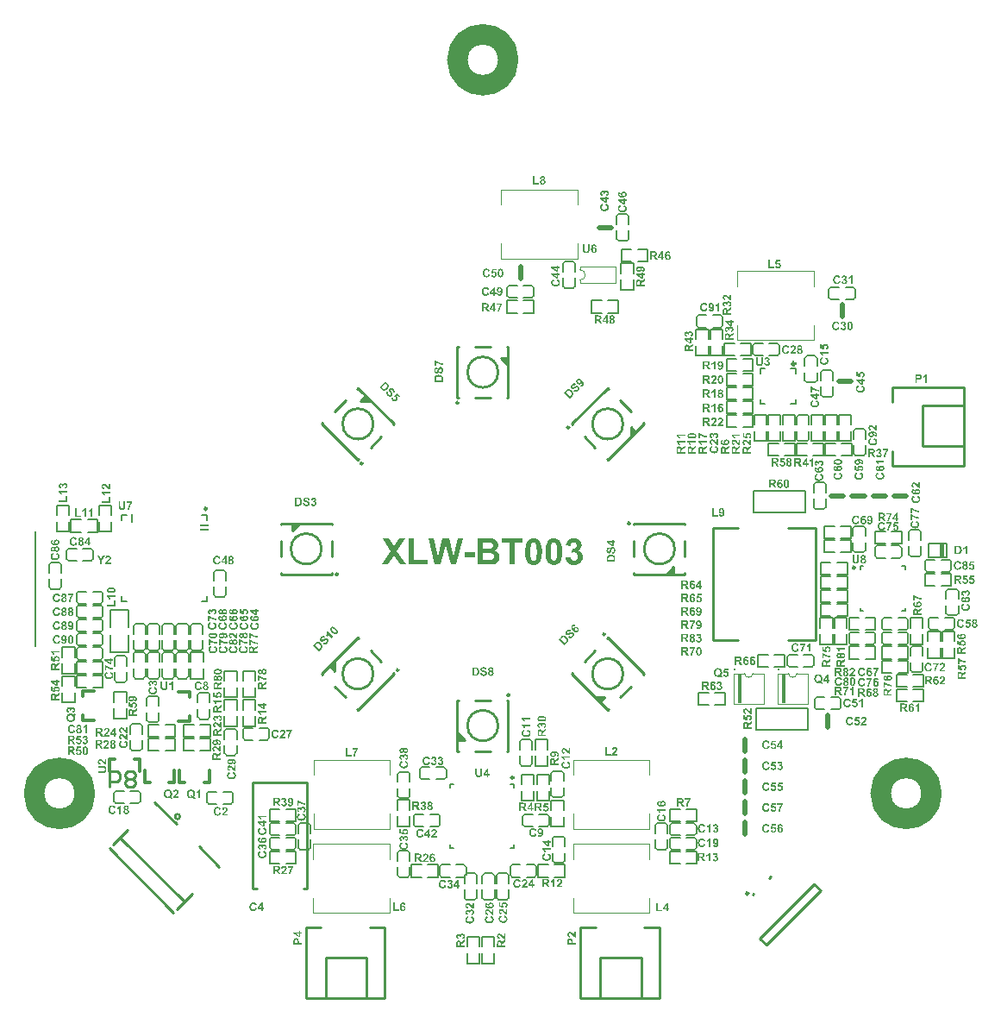
<source format=gto>
G04*
G04 #@! TF.GenerationSoftware,Altium Limited,Altium Designer,22.1.2 (22)*
G04*
G04 Layer_Color=65535*
%FSLAX44Y44*%
%MOMM*%
G71*
G04*
G04 #@! TF.SameCoordinates,7F6DEDBC-D18B-47E0-87DD-0464843C39CA*
G04*
G04*
G04 #@! TF.FilePolarity,Positive*
G04*
G01*
G75*
%ADD10C,0.2540*%
%ADD11C,0.1270*%
%ADD12C,0.1000*%
%ADD13C,0.3000*%
%ADD14C,0.2500*%
%ADD15C,2.0000*%
%ADD16O,0.9000X0.2000*%
%ADD17O,0.2000X0.9000*%
%ADD18C,0.5000*%
%ADD19C,0.2000*%
%ADD20C,0.3048*%
%ADD21R,0.3000X3.0000*%
%ADD22R,0.1400X11.4056*%
G36*
X355029Y327248D02*
X350786Y331491D01*
Y332905D01*
X355029Y337148D01*
Y327248D01*
D02*
G37*
G36*
X482291Y259622D02*
X476291D01*
X475291Y260622D01*
Y266622D01*
X482291Y259622D01*
D02*
G37*
G36*
X312860Y465054D02*
Y471054D01*
X313860Y472054D01*
X319860D01*
X312860Y465054D01*
D02*
G37*
G36*
X380485Y592317D02*
X384728Y596559D01*
X386143D01*
X390385Y592317D01*
X380485D01*
D02*
G37*
G36*
X620098Y301791D02*
X615855Y297549D01*
X614441D01*
X610198Y301791D01*
X620098D01*
D02*
G37*
G36*
X687723Y429053D02*
Y423053D01*
X686723Y422053D01*
X680723D01*
X687723Y429053D01*
D02*
G37*
G36*
X518292Y634486D02*
X524292D01*
X525292Y633486D01*
Y627486D01*
X518292Y634486D01*
D02*
G37*
G36*
X645554Y566860D02*
X649797Y562617D01*
Y561203D01*
X645554Y556960D01*
Y566860D01*
D02*
G37*
G36*
X416064Y445105D02*
X424878Y431773D01*
X418657D01*
X412991Y440439D01*
X407288Y431773D01*
X401066D01*
X409917Y445105D01*
X401881Y457400D01*
X407917D01*
X412991Y449734D01*
X418064Y457400D01*
X424101D01*
X416064Y445105D01*
D02*
G37*
G36*
X474392Y431773D02*
X468800D01*
X463763Y450920D01*
X458653Y431773D01*
X453024D01*
X446950Y457400D01*
X452246D01*
X456097Y439773D01*
X460764Y457400D01*
X466985D01*
X471429Y439476D01*
X475355Y457400D01*
X480576D01*
X474392Y431773D01*
D02*
G37*
G36*
X492316Y438625D02*
X482650D01*
Y443550D01*
X492316D01*
Y438625D01*
D02*
G37*
G36*
X590343Y457511D02*
X590676Y457475D01*
X591009Y457437D01*
X591417Y457363D01*
X591824Y457252D01*
X592750Y456993D01*
X593231Y456808D01*
X593750Y456549D01*
X594231Y456289D01*
X594676Y455993D01*
X595157Y455623D01*
X595564Y455215D01*
X595601Y455178D01*
X595638Y455141D01*
X595750Y455030D01*
X595861Y454882D01*
X596157Y454512D01*
X596490Y453993D01*
X596824Y453364D01*
X597083Y452623D01*
X597305Y451808D01*
X597342Y451401D01*
X597379Y450957D01*
Y450920D01*
Y450808D01*
X597342Y450623D01*
X597305Y450401D01*
X597268Y450105D01*
X597194Y449772D01*
X597083Y449401D01*
X596935Y448994D01*
X596712Y448587D01*
X596490Y448142D01*
X596194Y447698D01*
X595824Y447253D01*
X595379Y446809D01*
X594898Y446365D01*
X594342Y445957D01*
X593676Y445550D01*
X593713D01*
X593787Y445513D01*
X593898D01*
X594046Y445439D01*
X594453Y445328D01*
X594935Y445105D01*
X595490Y444809D01*
X596083Y444439D01*
X596675Y443957D01*
X597194Y443402D01*
X597268Y443328D01*
X597416Y443106D01*
X597601Y442772D01*
X597860Y442291D01*
X598120Y441735D01*
X598305Y441032D01*
X598453Y440291D01*
X598527Y439439D01*
Y439402D01*
Y439291D01*
Y439106D01*
X598490Y438884D01*
X598453Y438587D01*
X598379Y438254D01*
X598305Y437847D01*
X598231Y437439D01*
X597934Y436551D01*
X597712Y436069D01*
X597490Y435551D01*
X597194Y435069D01*
X596861Y434588D01*
X596490Y434106D01*
X596046Y433662D01*
X596009Y433625D01*
X595935Y433551D01*
X595787Y433440D01*
X595601Y433292D01*
X595342Y433107D01*
X595083Y432921D01*
X594713Y432699D01*
X594342Y432477D01*
X593935Y432255D01*
X593453Y432033D01*
X592935Y431847D01*
X592416Y431662D01*
X591824Y431514D01*
X591231Y431403D01*
X590565Y431329D01*
X589898Y431292D01*
X589565D01*
X589306Y431329D01*
X589010Y431366D01*
X588676Y431403D01*
X588306Y431477D01*
X587862Y431551D01*
X586973Y431773D01*
X586010Y432144D01*
X585491Y432366D01*
X585047Y432625D01*
X584566Y432958D01*
X584121Y433292D01*
X584084Y433329D01*
X584010Y433403D01*
X583899Y433514D01*
X583751Y433662D01*
X583566Y433847D01*
X583380Y434106D01*
X583158Y434366D01*
X582936Y434699D01*
X582714Y435069D01*
X582455Y435440D01*
X582047Y436329D01*
X581714Y437365D01*
X581566Y437921D01*
X581492Y438513D01*
X586232Y439106D01*
Y439069D01*
Y439032D01*
X586269Y438810D01*
X586343Y438476D01*
X586454Y438069D01*
X586639Y437625D01*
X586824Y437143D01*
X587121Y436699D01*
X587454Y436292D01*
X587491Y436254D01*
X587639Y436143D01*
X587862Y435995D01*
X588121Y435847D01*
X588491Y435662D01*
X588898Y435514D01*
X589343Y435403D01*
X589861Y435366D01*
X589935D01*
X590121Y435403D01*
X590380Y435440D01*
X590750Y435514D01*
X591157Y435662D01*
X591565Y435847D01*
X592009Y436143D01*
X592416Y436514D01*
X592454Y436551D01*
X592602Y436736D01*
X592750Y436995D01*
X592972Y437328D01*
X593157Y437773D01*
X593342Y438328D01*
X593453Y438958D01*
X593490Y439661D01*
Y439698D01*
Y439736D01*
Y439958D01*
X593453Y440291D01*
X593379Y440736D01*
X593231Y441217D01*
X593046Y441698D01*
X592787Y442180D01*
X592454Y442624D01*
X592416Y442661D01*
X592268Y442809D01*
X592046Y442994D01*
X591787Y443180D01*
X591417Y443402D01*
X591009Y443550D01*
X590565Y443698D01*
X590046Y443735D01*
X589676D01*
X589417Y443698D01*
X589084Y443661D01*
X588676Y443587D01*
X588269Y443476D01*
X587787Y443365D01*
X588306Y447327D01*
X588639D01*
X589010Y447364D01*
X589454Y447401D01*
X589935Y447513D01*
X590454Y447661D01*
X590935Y447883D01*
X591380Y448179D01*
X591417Y448216D01*
X591565Y448364D01*
X591713Y448549D01*
X591935Y448846D01*
X592120Y449179D01*
X592305Y449586D01*
X592416Y450068D01*
X592454Y450623D01*
Y450697D01*
Y450845D01*
X592416Y451068D01*
X592342Y451364D01*
X592268Y451697D01*
X592120Y452031D01*
X591935Y452401D01*
X591676Y452697D01*
X591639Y452734D01*
X591528Y452808D01*
X591380Y452956D01*
X591120Y453105D01*
X590824Y453216D01*
X590491Y453364D01*
X590046Y453438D01*
X589602Y453475D01*
X589380D01*
X589158Y453438D01*
X588861Y453364D01*
X588528Y453253D01*
X588158Y453105D01*
X587787Y452882D01*
X587454Y452586D01*
X587417Y452549D01*
X587306Y452438D01*
X587158Y452216D01*
X586973Y451920D01*
X586787Y451586D01*
X586639Y451142D01*
X586491Y450623D01*
X586380Y450031D01*
X581862Y450771D01*
Y450808D01*
X581899Y450883D01*
Y450994D01*
X581936Y451179D01*
X582047Y451586D01*
X582195Y452142D01*
X582418Y452734D01*
X582640Y453364D01*
X582936Y453956D01*
X583269Y454512D01*
X583306Y454586D01*
X583455Y454734D01*
X583677Y454993D01*
X583973Y455326D01*
X584343Y455660D01*
X584788Y456030D01*
X585343Y456400D01*
X585936Y456734D01*
X585973D01*
X586010Y456771D01*
X586232Y456845D01*
X586602Y456993D01*
X587047Y457141D01*
X587602Y457289D01*
X588269Y457437D01*
X588973Y457511D01*
X589750Y457548D01*
X590084D01*
X590343Y457511D01*
D02*
G37*
G36*
X539570Y453068D02*
X532015D01*
Y431773D01*
X526831D01*
Y453068D01*
X519239D01*
Y457400D01*
X539570D01*
Y453068D01*
D02*
G37*
G36*
X507129Y457363D02*
X507870Y457326D01*
X508610Y457289D01*
X509314Y457215D01*
X509944Y457141D01*
X510018D01*
X510203Y457104D01*
X510462Y457030D01*
X510832Y456919D01*
X511240Y456771D01*
X511684Y456586D01*
X512166Y456363D01*
X512610Y456067D01*
X512647Y456030D01*
X512795Y455919D01*
X513017Y455734D01*
X513314Y455512D01*
X513610Y455178D01*
X513943Y454808D01*
X514277Y454401D01*
X514573Y453919D01*
X514610Y453845D01*
X514684Y453697D01*
X514832Y453401D01*
X514980Y453031D01*
X515128Y452586D01*
X515276Y452105D01*
X515350Y451512D01*
X515387Y450920D01*
Y450883D01*
Y450845D01*
Y450623D01*
X515350Y450290D01*
X515276Y449846D01*
X515128Y449327D01*
X514980Y448772D01*
X514721Y448216D01*
X514388Y447624D01*
X514351Y447550D01*
X514202Y447364D01*
X513980Y447105D01*
X513721Y446772D01*
X513351Y446439D01*
X512906Y446031D01*
X512388Y445698D01*
X511795Y445365D01*
X511832D01*
X511906Y445328D01*
X512018Y445290D01*
X512166Y445253D01*
X512610Y445068D01*
X513129Y444809D01*
X513684Y444513D01*
X514314Y444105D01*
X514869Y443624D01*
X515387Y443032D01*
X515424Y442957D01*
X515573Y442735D01*
X515795Y442402D01*
X516017Y441958D01*
X516239Y441365D01*
X516461Y440736D01*
X516610Y439995D01*
X516647Y439180D01*
Y439143D01*
Y439106D01*
Y438884D01*
X516610Y438550D01*
X516535Y438106D01*
X516461Y437588D01*
X516313Y436995D01*
X516091Y436403D01*
X515832Y435773D01*
X515795Y435699D01*
X515684Y435514D01*
X515499Y435218D01*
X515239Y434847D01*
X514943Y434403D01*
X514536Y433995D01*
X514128Y433551D01*
X513610Y433144D01*
X513536Y433107D01*
X513351Y432995D01*
X513054Y432810D01*
X512647Y432625D01*
X512129Y432403D01*
X511536Y432218D01*
X510869Y432033D01*
X510129Y431922D01*
X509981D01*
X509832Y431884D01*
X509462D01*
X509203Y431847D01*
X508499D01*
X508055Y431810D01*
X506944D01*
X506314Y431773D01*
X495204D01*
Y457400D01*
X506463D01*
X507129Y457363D01*
D02*
G37*
G36*
X432878Y436106D02*
X445765D01*
Y431773D01*
X427693D01*
Y457215D01*
X432878D01*
Y436106D01*
D02*
G37*
G36*
X570678Y457511D02*
X570974Y457475D01*
X571345Y457400D01*
X571715Y457326D01*
X572159Y457215D01*
X572641Y457067D01*
X573085Y456882D01*
X573567Y456697D01*
X574048Y456437D01*
X574529Y456104D01*
X575011Y455771D01*
X575455Y455364D01*
X575863Y454882D01*
X575900Y454845D01*
X575974Y454734D01*
X576085Y454549D01*
X576270Y454290D01*
X576455Y453919D01*
X576677Y453475D01*
X576900Y452994D01*
X577122Y452364D01*
X577344Y451697D01*
X577603Y450920D01*
X577788Y450068D01*
X577974Y449105D01*
X578159Y448068D01*
X578270Y446957D01*
X578344Y445735D01*
X578381Y444402D01*
Y444365D01*
Y444328D01*
Y444217D01*
Y444068D01*
Y443698D01*
X578344Y443217D01*
X578307Y442624D01*
X578233Y441921D01*
X578159Y441180D01*
X578085Y440365D01*
X577937Y439513D01*
X577751Y438625D01*
X577566Y437773D01*
X577307Y436921D01*
X577048Y436069D01*
X576677Y435292D01*
X576307Y434551D01*
X575863Y433921D01*
X575826Y433884D01*
X575752Y433810D01*
X575640Y433662D01*
X575492Y433514D01*
X575270Y433329D01*
X575011Y433107D01*
X574678Y432847D01*
X574344Y432625D01*
X573937Y432366D01*
X573530Y432107D01*
X573048Y431884D01*
X572530Y431699D01*
X571974Y431551D01*
X571345Y431403D01*
X570715Y431329D01*
X570048Y431292D01*
X569900D01*
X569678Y431329D01*
X569419D01*
X569123Y431366D01*
X568752Y431440D01*
X568345Y431514D01*
X567901Y431662D01*
X567419Y431810D01*
X566938Y431996D01*
X566419Y432218D01*
X565938Y432514D01*
X565419Y432810D01*
X564938Y433218D01*
X564456Y433625D01*
X564012Y434144D01*
X563975Y434181D01*
X563901Y434292D01*
X563790Y434477D01*
X563679Y434699D01*
X563494Y435032D01*
X563308Y435440D01*
X563086Y435958D01*
X562901Y436514D01*
X562679Y437180D01*
X562457Y437921D01*
X562271Y438773D01*
X562123Y439698D01*
X561975Y440736D01*
X561864Y441884D01*
X561790Y443106D01*
X561753Y444439D01*
Y444476D01*
Y444513D01*
Y444624D01*
Y444772D01*
Y445142D01*
X561790Y445624D01*
X561827Y446216D01*
X561901Y446920D01*
X561975Y447661D01*
X562049Y448475D01*
X562197Y449327D01*
X562346Y450179D01*
X562568Y451068D01*
X562790Y451920D01*
X563086Y452734D01*
X563419Y453512D01*
X563790Y454253D01*
X564234Y454882D01*
X564271Y454919D01*
X564345Y454993D01*
X564456Y455141D01*
X564642Y455289D01*
X564827Y455512D01*
X565086Y455734D01*
X565419Y455956D01*
X565753Y456215D01*
X566160Y456475D01*
X566567Y456697D01*
X567049Y456919D01*
X567567Y457141D01*
X568123Y457289D01*
X568752Y457437D01*
X569382Y457511D01*
X570048Y457548D01*
X570419D01*
X570678Y457511D01*
D02*
G37*
G36*
X550754D02*
X551050Y457475D01*
X551421Y457400D01*
X551791Y457326D01*
X552235Y457215D01*
X552717Y457067D01*
X553161Y456882D01*
X553643Y456697D01*
X554124Y456437D01*
X554606Y456104D01*
X555087Y455771D01*
X555532Y455364D01*
X555939Y454882D01*
X555976Y454845D01*
X556050Y454734D01*
X556161Y454549D01*
X556346Y454290D01*
X556531Y453919D01*
X556754Y453475D01*
X556976Y452994D01*
X557198Y452364D01*
X557420Y451697D01*
X557679Y450920D01*
X557865Y450068D01*
X558050Y449105D01*
X558235Y448068D01*
X558346Y446957D01*
X558420Y445735D01*
X558457Y444402D01*
Y444365D01*
Y444328D01*
Y444217D01*
Y444068D01*
Y443698D01*
X558420Y443217D01*
X558383Y442624D01*
X558309Y441921D01*
X558235Y441180D01*
X558161Y440365D01*
X558013Y439513D01*
X557827Y438625D01*
X557642Y437773D01*
X557383Y436921D01*
X557124Y436069D01*
X556754Y435292D01*
X556383Y434551D01*
X555939Y433921D01*
X555902Y433884D01*
X555828Y433810D01*
X555717Y433662D01*
X555569Y433514D01*
X555346Y433329D01*
X555087Y433107D01*
X554754Y432847D01*
X554421Y432625D01*
X554013Y432366D01*
X553606Y432107D01*
X553124Y431884D01*
X552606Y431699D01*
X552050Y431551D01*
X551421Y431403D01*
X550791Y431329D01*
X550125Y431292D01*
X549977D01*
X549754Y431329D01*
X549495D01*
X549199Y431366D01*
X548829Y431440D01*
X548421Y431514D01*
X547977Y431662D01*
X547495Y431810D01*
X547014Y431996D01*
X546495Y432218D01*
X546014Y432514D01*
X545495Y432810D01*
X545014Y433218D01*
X544533Y433625D01*
X544088Y434144D01*
X544051Y434181D01*
X543977Y434292D01*
X543866Y434477D01*
X543755Y434699D01*
X543570Y435032D01*
X543385Y435440D01*
X543162Y435958D01*
X542977Y436514D01*
X542755Y437180D01*
X542533Y437921D01*
X542348Y438773D01*
X542200Y439698D01*
X542051Y440736D01*
X541940Y441884D01*
X541866Y443106D01*
X541829Y444439D01*
Y444476D01*
Y444513D01*
Y444624D01*
Y444772D01*
Y445142D01*
X541866Y445624D01*
X541903Y446216D01*
X541977Y446920D01*
X542051Y447661D01*
X542126Y448475D01*
X542274Y449327D01*
X542422Y450179D01*
X542644Y451068D01*
X542866Y451920D01*
X543162Y452734D01*
X543496Y453512D01*
X543866Y454253D01*
X544310Y454882D01*
X544347Y454919D01*
X544422Y454993D01*
X544533Y455141D01*
X544718Y455289D01*
X544903Y455512D01*
X545162Y455734D01*
X545495Y455956D01*
X545829Y456215D01*
X546236Y456475D01*
X546643Y456697D01*
X547125Y456919D01*
X547643Y457141D01*
X548199Y457289D01*
X548829Y457437D01*
X549458Y457511D01*
X550125Y457548D01*
X550495D01*
X550754Y457511D01*
D02*
G37*
G36*
X791270Y328282D02*
X789672D01*
Y329880D01*
X791270D01*
Y328282D01*
D02*
G37*
G36*
X748090D02*
X746492D01*
Y329880D01*
X748090D01*
Y328282D01*
D02*
G37*
G36*
X275247Y100053D02*
X275379Y100041D01*
X275523Y100017D01*
X275691Y99993D01*
X275871Y99957D01*
X276064Y99909D01*
X276268Y99849D01*
X276472Y99777D01*
X276688Y99681D01*
X276893Y99585D01*
X277085Y99464D01*
X277289Y99320D01*
X277469Y99164D01*
X277481D01*
X277493Y99140D01*
X277529Y99104D01*
X277565Y99068D01*
X277613Y99008D01*
X277661Y98936D01*
X277794Y98768D01*
X277926Y98551D01*
X278070Y98287D01*
X278202Y97987D01*
X278322Y97638D01*
X276664Y97242D01*
Y97254D01*
X276652Y97266D01*
Y97302D01*
X276628Y97350D01*
X276592Y97458D01*
X276532Y97602D01*
X276448Y97770D01*
X276340Y97939D01*
X276196Y98107D01*
X276040Y98251D01*
X276015Y98263D01*
X275955Y98311D01*
X275859Y98371D01*
X275727Y98443D01*
X275559Y98515D01*
X275367Y98575D01*
X275151Y98623D01*
X274910Y98635D01*
X274826D01*
X274754Y98623D01*
X274682Y98611D01*
X274586Y98599D01*
X274382Y98551D01*
X274141Y98467D01*
X273889Y98347D01*
X273757Y98275D01*
X273637Y98191D01*
X273517Y98083D01*
X273408Y97963D01*
Y97951D01*
X273384Y97927D01*
X273360Y97891D01*
X273324Y97830D01*
X273276Y97758D01*
X273228Y97674D01*
X273180Y97566D01*
X273132Y97446D01*
X273072Y97302D01*
X273024Y97146D01*
X272976Y96965D01*
X272928Y96773D01*
X272892Y96557D01*
X272868Y96329D01*
X272856Y96076D01*
X272844Y95800D01*
Y95788D01*
Y95728D01*
Y95644D01*
X272856Y95548D01*
Y95416D01*
X272880Y95259D01*
X272892Y95103D01*
X272916Y94923D01*
X272988Y94551D01*
X273084Y94178D01*
X273144Y93998D01*
X273228Y93830D01*
X273312Y93673D01*
X273408Y93541D01*
X273420Y93529D01*
X273432Y93517D01*
X273468Y93481D01*
X273517Y93433D01*
X273637Y93337D01*
X273805Y93217D01*
X274009Y93085D01*
X274261Y92989D01*
X274550Y92905D01*
X274706Y92893D01*
X274874Y92881D01*
X274934D01*
X274982Y92893D01*
X275114Y92905D01*
X275271Y92929D01*
X275439Y92989D01*
X275631Y93061D01*
X275823Y93157D01*
X276015Y93301D01*
X276040Y93325D01*
X276100Y93385D01*
X276184Y93481D01*
X276280Y93625D01*
X276400Y93818D01*
X276508Y94046D01*
X276616Y94322D01*
X276712Y94647D01*
X278346Y94142D01*
Y94130D01*
X278334Y94082D01*
X278310Y94010D01*
X278274Y93914D01*
X278226Y93806D01*
X278178Y93673D01*
X278118Y93529D01*
X278046Y93373D01*
X277878Y93049D01*
X277661Y92712D01*
X277397Y92388D01*
X277253Y92244D01*
X277097Y92112D01*
X277085Y92100D01*
X277061Y92088D01*
X277013Y92052D01*
X276941Y92004D01*
X276856Y91955D01*
X276748Y91908D01*
X276628Y91847D01*
X276496Y91787D01*
X276340Y91715D01*
X276172Y91655D01*
X275991Y91607D01*
X275799Y91559D01*
X275595Y91511D01*
X275367Y91475D01*
X275138Y91463D01*
X274886Y91451D01*
X274814D01*
X274730Y91463D01*
X274610Y91475D01*
X274478Y91487D01*
X274310Y91511D01*
X274129Y91547D01*
X273925Y91595D01*
X273721Y91655D01*
X273505Y91727D01*
X273276Y91823D01*
X273048Y91931D01*
X272820Y92052D01*
X272591Y92208D01*
X272375Y92376D01*
X272171Y92580D01*
X272159Y92592D01*
X272123Y92628D01*
X272075Y92700D01*
X272003Y92785D01*
X271931Y92905D01*
X271835Y93037D01*
X271738Y93205D01*
X271642Y93397D01*
X271546Y93602D01*
X271450Y93830D01*
X271354Y94094D01*
X271282Y94370D01*
X271210Y94659D01*
X271162Y94983D01*
X271126Y95319D01*
X271114Y95680D01*
Y95692D01*
Y95704D01*
Y95776D01*
X271126Y95884D01*
Y96028D01*
X271150Y96196D01*
X271174Y96401D01*
X271198Y96617D01*
X271246Y96869D01*
X271306Y97122D01*
X271378Y97386D01*
X271462Y97650D01*
X271570Y97927D01*
X271690Y98191D01*
X271835Y98443D01*
X271991Y98684D01*
X272183Y98912D01*
X272195Y98924D01*
X272231Y98960D01*
X272291Y99020D01*
X272375Y99092D01*
X272483Y99176D01*
X272616Y99272D01*
X272760Y99380D01*
X272940Y99488D01*
X273132Y99597D01*
X273336Y99705D01*
X273577Y99801D01*
X273817Y99885D01*
X274093Y99957D01*
X274370Y100017D01*
X274682Y100053D01*
X274994Y100065D01*
X275138D01*
X275247Y100053D01*
D02*
G37*
G36*
X284113Y94659D02*
X285146D01*
Y93265D01*
X284113D01*
Y91595D01*
X282575D01*
Y93265D01*
X279163D01*
Y94647D01*
X282768Y99945D01*
X284113D01*
Y94659D01*
D02*
G37*
G36*
X887315Y563045D02*
X887303D01*
X887279D01*
X887231Y563057D01*
X887171Y563069D01*
X887099Y563081D01*
X887014Y563093D01*
X886798Y563141D01*
X886558Y563214D01*
X886294Y563310D01*
X886005Y563430D01*
X885729Y563586D01*
X885717D01*
X885693Y563610D01*
X885645Y563634D01*
X885597Y563682D01*
X885513Y563730D01*
X885429Y563802D01*
X885321Y563886D01*
X885200Y563982D01*
X885056Y564090D01*
X884912Y564223D01*
X884744Y564367D01*
X884564Y564535D01*
X884383Y564715D01*
X884179Y564920D01*
X883963Y565136D01*
X883735Y565376D01*
X883723Y565388D01*
X883687Y565424D01*
X883639Y565472D01*
X883567Y565544D01*
X883494Y565640D01*
X883398Y565737D01*
X883182Y565953D01*
X882954Y566169D01*
X882726Y566385D01*
X882629Y566481D01*
X882521Y566577D01*
X882437Y566650D01*
X882365Y566698D01*
X882341Y566710D01*
X882281Y566746D01*
X882185Y566806D01*
X882053Y566866D01*
X881908Y566926D01*
X881740Y566986D01*
X881572Y567022D01*
X881392Y567034D01*
X881380D01*
X881368D01*
X881308D01*
X881200Y567022D01*
X881079Y566998D01*
X880947Y566962D01*
X880815Y566914D01*
X880683Y566842D01*
X880563Y566746D01*
X880551Y566734D01*
X880515Y566698D01*
X880467Y566626D01*
X880419Y566541D01*
X880371Y566421D01*
X880323Y566289D01*
X880287Y566133D01*
X880275Y565953D01*
Y565869D01*
X880287Y565773D01*
X880311Y565664D01*
X880347Y565532D01*
X880407Y565400D01*
X880479Y565268D01*
X880575Y565148D01*
X880587Y565136D01*
X880635Y565100D01*
X880707Y565052D01*
X880815Y565004D01*
X880947Y564944D01*
X881128Y564896D01*
X881332Y564847D01*
X881572Y564823D01*
X881416Y563237D01*
X881404D01*
X881356Y563250D01*
X881296D01*
X881200Y563274D01*
X881092Y563286D01*
X880971Y563322D01*
X880839Y563358D01*
X880683Y563394D01*
X880383Y563514D01*
X880070Y563658D01*
X879914Y563754D01*
X879770Y563862D01*
X879650Y563982D01*
X879530Y564115D01*
X879518Y564127D01*
X879506Y564151D01*
X879482Y564187D01*
X879434Y564247D01*
X879398Y564319D01*
X879350Y564415D01*
X879289Y564511D01*
X879241Y564631D01*
X879181Y564763D01*
X879133Y564907D01*
X879037Y565220D01*
X878977Y565592D01*
X878965Y565784D01*
X878953Y565989D01*
Y566109D01*
X878965Y566193D01*
X878977Y566301D01*
X878989Y566421D01*
X879013Y566553D01*
X879037Y566698D01*
X879121Y567010D01*
X879241Y567322D01*
X879313Y567491D01*
X879398Y567635D01*
X879506Y567791D01*
X879626Y567923D01*
X879638Y567935D01*
X879650Y567959D01*
X879698Y567983D01*
X879746Y568031D01*
X879806Y568091D01*
X879890Y568151D01*
X879974Y568211D01*
X880082Y568284D01*
X880323Y568404D01*
X880599Y568524D01*
X880755Y568572D01*
X880923Y568596D01*
X881104Y568620D01*
X881284Y568632D01*
X881308D01*
X881380D01*
X881488Y568620D01*
X881620Y568608D01*
X881788Y568584D01*
X881969Y568548D01*
X882161Y568500D01*
X882353Y568428D01*
X882377Y568416D01*
X882437Y568392D01*
X882545Y568344D01*
X882677Y568271D01*
X882834Y568187D01*
X883014Y568079D01*
X883206Y567947D01*
X883410Y567791D01*
X883422Y567779D01*
X883482Y567731D01*
X883567Y567659D01*
X883687Y567551D01*
X883831Y567407D01*
X884023Y567226D01*
X884227Y567010D01*
X884480Y566746D01*
X884492Y566734D01*
X884504Y566710D01*
X884540Y566674D01*
X884588Y566626D01*
X884708Y566493D01*
X884852Y566337D01*
X885008Y566181D01*
X885164Y566025D01*
X885296Y565881D01*
X885357Y565833D01*
X885405Y565784D01*
X885417Y565773D01*
X885441Y565748D01*
X885489Y565713D01*
X885549Y565664D01*
X885681Y565556D01*
X885837Y565460D01*
Y568632D01*
X887315D01*
Y563045D01*
D02*
G37*
G36*
X883542Y562204D02*
X883735Y562192D01*
X883951Y562168D01*
X884179Y562144D01*
X884432Y562108D01*
X884708Y562060D01*
X884972Y562012D01*
X885248Y561940D01*
X885525Y561856D01*
X885777Y561760D01*
X886029Y561640D01*
X886258Y561520D01*
X886462Y561363D01*
X886474Y561351D01*
X886510Y561327D01*
X886558Y561279D01*
X886618Y561207D01*
X886690Y561123D01*
X886786Y561027D01*
X886870Y560907D01*
X886966Y560775D01*
X887063Y560630D01*
X887147Y560462D01*
X887231Y560282D01*
X887315Y560090D01*
X887375Y559874D01*
X887423Y559657D01*
X887459Y559429D01*
X887471Y559177D01*
Y559081D01*
X887459Y559021D01*
Y558936D01*
X887447Y558840D01*
X887411Y558612D01*
X887339Y558360D01*
X887255Y558107D01*
X887123Y557843D01*
X887051Y557723D01*
X886954Y557603D01*
X886942Y557591D01*
X886930Y557579D01*
X886894Y557543D01*
X886858Y557507D01*
X886798Y557459D01*
X886738Y557399D01*
X886654Y557351D01*
X886570Y557279D01*
X886462Y557218D01*
X886354Y557146D01*
X886222Y557086D01*
X886077Y557026D01*
X885933Y556966D01*
X885765Y556918D01*
X885597Y556870D01*
X885405Y556834D01*
X885224Y558372D01*
X885248D01*
X885309Y558384D01*
X885393Y558396D01*
X885489Y558432D01*
X885609Y558468D01*
X885729Y558516D01*
X885837Y558576D01*
X885933Y558660D01*
X885945Y558672D01*
X885969Y558708D01*
X886005Y558756D01*
X886041Y558828D01*
X886077Y558924D01*
X886114Y559021D01*
X886137Y559153D01*
X886150Y559285D01*
Y559309D01*
X886137Y559369D01*
X886125Y559453D01*
X886089Y559573D01*
X886041Y559705D01*
X885957Y559837D01*
X885849Y559982D01*
X885705Y560114D01*
X885681Y560126D01*
X885657Y560150D01*
X885609Y560174D01*
X885561Y560198D01*
X885489Y560234D01*
X885405Y560258D01*
X885296Y560306D01*
X885176Y560342D01*
X885044Y560378D01*
X884888Y560414D01*
X884720Y560450D01*
X884528Y560486D01*
X884311Y560510D01*
X884071Y560534D01*
X883819Y560558D01*
X883831Y560546D01*
X883843Y560534D01*
X883879Y560498D01*
X883927Y560450D01*
X883975Y560390D01*
X884035Y560318D01*
X884167Y560150D01*
X884299Y559934D01*
X884408Y559669D01*
X884455Y559525D01*
X884480Y559381D01*
X884504Y559225D01*
X884516Y559057D01*
Y558960D01*
X884504Y558888D01*
X884492Y558804D01*
X884480Y558708D01*
X884419Y558480D01*
X884335Y558216D01*
X884263Y558083D01*
X884191Y557939D01*
X884107Y557795D01*
X884011Y557651D01*
X883891Y557507D01*
X883759Y557375D01*
X883747Y557363D01*
X883723Y557339D01*
X883675Y557314D01*
X883626Y557267D01*
X883542Y557206D01*
X883458Y557146D01*
X883350Y557086D01*
X883230Y557026D01*
X883098Y556954D01*
X882942Y556894D01*
X882785Y556834D01*
X882605Y556774D01*
X882425Y556726D01*
X882221Y556702D01*
X882005Y556678D01*
X881788Y556666D01*
X881776D01*
X881728D01*
X881668D01*
X881572Y556678D01*
X881464Y556690D01*
X881344Y556702D01*
X881200Y556726D01*
X881056Y556762D01*
X880731Y556846D01*
X880551Y556906D01*
X880383Y556978D01*
X880214Y557062D01*
X880046Y557170D01*
X879890Y557279D01*
X879734Y557411D01*
X879722Y557423D01*
X879698Y557447D01*
X879662Y557483D01*
X879614Y557543D01*
X879554Y557627D01*
X879482Y557711D01*
X879422Y557819D01*
X879337Y557939D01*
X879265Y558059D01*
X879205Y558216D01*
X879133Y558372D01*
X879073Y558540D01*
X879025Y558720D01*
X878989Y558912D01*
X878965Y559105D01*
X878953Y559321D01*
Y559381D01*
X878965Y559441D01*
Y559537D01*
X878977Y559645D01*
X879001Y559765D01*
X879037Y559910D01*
X879073Y560054D01*
X879133Y560222D01*
X879193Y560390D01*
X879277Y560558D01*
X879373Y560739D01*
X879482Y560907D01*
X879614Y561075D01*
X879770Y561243D01*
X879938Y561399D01*
X879950Y561411D01*
X879986Y561435D01*
X880046Y561471D01*
X880130Y561531D01*
X880238Y561592D01*
X880371Y561664D01*
X880527Y561736D01*
X880707Y561808D01*
X880923Y561880D01*
X881164Y561964D01*
X881428Y562024D01*
X881716Y562084D01*
X882041Y562144D01*
X882389Y562180D01*
X882762Y562204D01*
X883170Y562216D01*
X883182D01*
X883194D01*
X883230D01*
X883266D01*
X883386D01*
X883542Y562204D01*
D02*
G37*
G36*
X884828Y555681D02*
X884900Y555657D01*
X884996Y555620D01*
X885104Y555573D01*
X885236Y555524D01*
X885381Y555464D01*
X885537Y555392D01*
X885861Y555224D01*
X886198Y555008D01*
X886522Y554743D01*
X886666Y554599D01*
X886798Y554443D01*
X886810Y554431D01*
X886822Y554407D01*
X886858Y554359D01*
X886906Y554287D01*
X886954Y554203D01*
X887002Y554095D01*
X887063Y553975D01*
X887123Y553842D01*
X887195Y553686D01*
X887255Y553518D01*
X887303Y553338D01*
X887351Y553146D01*
X887399Y552941D01*
X887435Y552713D01*
X887447Y552485D01*
X887459Y552233D01*
Y552160D01*
X887447Y552076D01*
X887435Y551956D01*
X887423Y551824D01*
X887399Y551656D01*
X887363Y551476D01*
X887315Y551271D01*
X887255Y551067D01*
X887183Y550851D01*
X887087Y550623D01*
X886979Y550394D01*
X886858Y550166D01*
X886702Y549938D01*
X886534Y549722D01*
X886330Y549517D01*
X886318Y549505D01*
X886282Y549469D01*
X886210Y549421D01*
X886125Y549349D01*
X886005Y549277D01*
X885873Y549181D01*
X885705Y549085D01*
X885513Y548989D01*
X885309Y548893D01*
X885080Y548797D01*
X884816Y548700D01*
X884540Y548628D01*
X884251Y548556D01*
X883927Y548508D01*
X883590Y548472D01*
X883230Y548460D01*
X883218D01*
X883206D01*
X883134D01*
X883026Y548472D01*
X882882D01*
X882713Y548496D01*
X882509Y548520D01*
X882293Y548544D01*
X882041Y548592D01*
X881788Y548652D01*
X881524Y548724D01*
X881260Y548809D01*
X880983Y548917D01*
X880719Y549037D01*
X880467Y549181D01*
X880227Y549337D01*
X879998Y549529D01*
X879986Y549541D01*
X879950Y549577D01*
X879890Y549637D01*
X879818Y549722D01*
X879734Y549830D01*
X879638Y549962D01*
X879530Y550106D01*
X879422Y550286D01*
X879313Y550479D01*
X879205Y550683D01*
X879109Y550923D01*
X879025Y551163D01*
X878953Y551440D01*
X878893Y551716D01*
X878857Y552028D01*
X878845Y552341D01*
Y552485D01*
X878857Y552593D01*
X878869Y552725D01*
X878893Y552869D01*
X878917Y553037D01*
X878953Y553218D01*
X879001Y553410D01*
X879061Y553614D01*
X879133Y553818D01*
X879229Y554035D01*
X879325Y554239D01*
X879446Y554431D01*
X879590Y554635D01*
X879746Y554816D01*
Y554828D01*
X879770Y554840D01*
X879806Y554876D01*
X879842Y554912D01*
X879902Y554960D01*
X879974Y555008D01*
X880142Y555140D01*
X880359Y555272D01*
X880623Y555416D01*
X880923Y555548D01*
X881272Y555669D01*
X881668Y554011D01*
X881656D01*
X881644Y553999D01*
X881608D01*
X881560Y553975D01*
X881452Y553938D01*
X881308Y553879D01*
X881140Y553794D01*
X880971Y553686D01*
X880803Y553542D01*
X880659Y553386D01*
X880647Y553362D01*
X880599Y553302D01*
X880539Y553206D01*
X880467Y553074D01*
X880395Y552905D01*
X880335Y552713D01*
X880287Y552497D01*
X880275Y552257D01*
Y552173D01*
X880287Y552100D01*
X880299Y552028D01*
X880311Y551932D01*
X880359Y551728D01*
X880443Y551488D01*
X880563Y551235D01*
X880635Y551103D01*
X880719Y550983D01*
X880827Y550863D01*
X880947Y550755D01*
X880959D01*
X880983Y550731D01*
X881019Y550707D01*
X881079Y550671D01*
X881152Y550623D01*
X881236Y550575D01*
X881344Y550527D01*
X881464Y550479D01*
X881608Y550418D01*
X881764Y550370D01*
X881945Y550322D01*
X882137Y550274D01*
X882353Y550238D01*
X882581Y550214D01*
X882834Y550202D01*
X883110Y550190D01*
X883122D01*
X883182D01*
X883266D01*
X883362Y550202D01*
X883494D01*
X883651Y550226D01*
X883807Y550238D01*
X883987Y550262D01*
X884359Y550334D01*
X884732Y550430D01*
X884912Y550490D01*
X885080Y550575D01*
X885236Y550659D01*
X885369Y550755D01*
X885381Y550767D01*
X885393Y550779D01*
X885429Y550815D01*
X885477Y550863D01*
X885573Y550983D01*
X885693Y551151D01*
X885825Y551356D01*
X885921Y551608D01*
X886005Y551896D01*
X886017Y552052D01*
X886029Y552220D01*
Y552281D01*
X886017Y552329D01*
X886005Y552461D01*
X885981Y552617D01*
X885921Y552785D01*
X885849Y552977D01*
X885753Y553170D01*
X885609Y553362D01*
X885585Y553386D01*
X885525Y553446D01*
X885429Y553530D01*
X885285Y553626D01*
X885092Y553746D01*
X884864Y553854D01*
X884588Y553963D01*
X884263Y554059D01*
X884768Y555693D01*
X884780D01*
X884828Y555681D01*
D02*
G37*
G36*
X717840Y688577D02*
X717972Y688565D01*
X718116Y688541D01*
X718284Y688517D01*
X718465Y688481D01*
X718657Y688433D01*
X718861Y688373D01*
X719065Y688301D01*
X719281Y688205D01*
X719486Y688109D01*
X719678Y687988D01*
X719882Y687844D01*
X720062Y687688D01*
X720074D01*
X720086Y687664D01*
X720122Y687628D01*
X720158Y687592D01*
X720207Y687532D01*
X720255Y687460D01*
X720387Y687292D01*
X720519Y687075D01*
X720663Y686811D01*
X720795Y686511D01*
X720915Y686162D01*
X719257Y685766D01*
Y685778D01*
X719245Y685790D01*
Y685826D01*
X719221Y685874D01*
X719185Y685982D01*
X719125Y686126D01*
X719041Y686294D01*
X718933Y686463D01*
X718789Y686631D01*
X718633Y686775D01*
X718609Y686787D01*
X718549Y686835D01*
X718453Y686895D01*
X718320Y686967D01*
X718152Y687039D01*
X717960Y687099D01*
X717744Y687147D01*
X717503Y687159D01*
X717419D01*
X717347Y687147D01*
X717275Y687135D01*
X717179Y687123D01*
X716975Y687075D01*
X716734Y686991D01*
X716482Y686871D01*
X716350Y686799D01*
X716230Y686715D01*
X716110Y686607D01*
X716002Y686487D01*
Y686475D01*
X715977Y686451D01*
X715954Y686414D01*
X715918Y686355D01*
X715869Y686282D01*
X715821Y686198D01*
X715773Y686090D01*
X715725Y685970D01*
X715665Y685826D01*
X715617Y685670D01*
X715569Y685489D01*
X715521Y685297D01*
X715485Y685081D01*
X715461Y684853D01*
X715449Y684600D01*
X715437Y684324D01*
Y684312D01*
Y684252D01*
Y684168D01*
X715449Y684072D01*
Y683940D01*
X715473Y683783D01*
X715485Y683627D01*
X715509Y683447D01*
X715581Y683075D01*
X715677Y682702D01*
X715737Y682522D01*
X715821Y682354D01*
X715906Y682197D01*
X716002Y682065D01*
X716014Y682053D01*
X716026Y682041D01*
X716062Y682005D01*
X716110Y681957D01*
X716230Y681861D01*
X716398Y681741D01*
X716602Y681609D01*
X716855Y681513D01*
X717143Y681429D01*
X717299Y681417D01*
X717467Y681405D01*
X717527D01*
X717575Y681417D01*
X717708Y681429D01*
X717864Y681453D01*
X718032Y681513D01*
X718224Y681585D01*
X718416Y681681D01*
X718609Y681825D01*
X718633Y681849D01*
X718693Y681909D01*
X718777Y682005D01*
X718873Y682150D01*
X718993Y682342D01*
X719101Y682570D01*
X719209Y682846D01*
X719305Y683171D01*
X720939Y682666D01*
Y682654D01*
X720927Y682606D01*
X720903Y682534D01*
X720867Y682438D01*
X720819Y682330D01*
X720771Y682197D01*
X720711Y682053D01*
X720639Y681897D01*
X720471Y681573D01*
X720255Y681236D01*
X719990Y680912D01*
X719846Y680768D01*
X719690Y680636D01*
X719678Y680624D01*
X719654Y680612D01*
X719606Y680576D01*
X719534Y680528D01*
X719450Y680480D01*
X719342Y680432D01*
X719221Y680371D01*
X719089Y680311D01*
X718933Y680239D01*
X718765Y680179D01*
X718585Y680131D01*
X718392Y680083D01*
X718188Y680035D01*
X717960Y679999D01*
X717732Y679987D01*
X717479Y679975D01*
X717407D01*
X717323Y679987D01*
X717203Y679999D01*
X717071Y680011D01*
X716903Y680035D01*
X716722Y680071D01*
X716518Y680119D01*
X716314Y680179D01*
X716098Y680251D01*
X715869Y680347D01*
X715641Y680455D01*
X715413Y680576D01*
X715185Y680732D01*
X714968Y680900D01*
X714764Y681104D01*
X714752Y681116D01*
X714716Y681152D01*
X714668Y681224D01*
X714596Y681309D01*
X714524Y681429D01*
X714428Y681561D01*
X714332Y681729D01*
X714236Y681921D01*
X714139Y682125D01*
X714043Y682354D01*
X713947Y682618D01*
X713875Y682894D01*
X713803Y683183D01*
X713755Y683507D01*
X713719Y683844D01*
X713707Y684204D01*
Y684216D01*
Y684228D01*
Y684300D01*
X713719Y684408D01*
Y684552D01*
X713743Y684721D01*
X713767Y684925D01*
X713791Y685141D01*
X713839Y685393D01*
X713899Y685646D01*
X713971Y685910D01*
X714055Y686174D01*
X714163Y686451D01*
X714284Y686715D01*
X714428Y686967D01*
X714584Y687207D01*
X714776Y687436D01*
X714788Y687448D01*
X714824Y687484D01*
X714884Y687544D01*
X714968Y687616D01*
X715077Y687700D01*
X715209Y687796D01*
X715353Y687904D01*
X715533Y688012D01*
X715725Y688120D01*
X715929Y688229D01*
X716170Y688325D01*
X716410Y688409D01*
X716686Y688481D01*
X716963Y688541D01*
X717275Y688577D01*
X717587Y688589D01*
X717732D01*
X717840Y688577D01*
D02*
G37*
G36*
X724688Y688469D02*
X724784D01*
X724892Y688457D01*
X725012Y688433D01*
X725156Y688397D01*
X725301Y688361D01*
X725469Y688301D01*
X725637Y688241D01*
X725805Y688157D01*
X725985Y688061D01*
X726154Y687952D01*
X726322Y687820D01*
X726490Y687664D01*
X726646Y687496D01*
X726658Y687484D01*
X726682Y687448D01*
X726718Y687388D01*
X726778Y687304D01*
X726838Y687196D01*
X726910Y687063D01*
X726982Y686907D01*
X727055Y686727D01*
X727127Y686511D01*
X727211Y686270D01*
X727271Y686006D01*
X727331Y685718D01*
X727391Y685393D01*
X727427Y685045D01*
X727451Y684672D01*
X727463Y684264D01*
Y684252D01*
Y684240D01*
Y684204D01*
Y684168D01*
Y684048D01*
X727451Y683892D01*
X727439Y683699D01*
X727415Y683483D01*
X727391Y683255D01*
X727355Y683002D01*
X727307Y682726D01*
X727259Y682462D01*
X727187Y682186D01*
X727103Y681909D01*
X727007Y681657D01*
X726886Y681405D01*
X726766Y681176D01*
X726610Y680972D01*
X726598Y680960D01*
X726574Y680924D01*
X726526Y680876D01*
X726454Y680816D01*
X726370Y680744D01*
X726274Y680648D01*
X726154Y680564D01*
X726021Y680468D01*
X725877Y680371D01*
X725709Y680287D01*
X725529Y680203D01*
X725337Y680119D01*
X725120Y680059D01*
X724904Y680011D01*
X724676Y679975D01*
X724424Y679963D01*
X724327D01*
X724267Y679975D01*
X724183D01*
X724087Y679987D01*
X723859Y680023D01*
X723607Y680095D01*
X723354Y680179D01*
X723090Y680311D01*
X722970Y680383D01*
X722850Y680480D01*
X722838Y680491D01*
X722826Y680503D01*
X722790Y680540D01*
X722754Y680576D01*
X722706Y680636D01*
X722645Y680696D01*
X722597Y680780D01*
X722525Y680864D01*
X722465Y680972D01*
X722393Y681080D01*
X722333Y681212D01*
X722273Y681357D01*
X722213Y681501D01*
X722165Y681669D01*
X722117Y681837D01*
X722081Y682029D01*
X723619Y682210D01*
Y682186D01*
X723631Y682125D01*
X723643Y682041D01*
X723679Y681945D01*
X723715Y681825D01*
X723763Y681705D01*
X723823Y681597D01*
X723907Y681501D01*
X723919Y681489D01*
X723955Y681465D01*
X724003Y681429D01*
X724075Y681393D01*
X724171Y681357D01*
X724267Y681320D01*
X724399Y681296D01*
X724532Y681284D01*
X724556D01*
X724616Y681296D01*
X724700Y681309D01*
X724820Y681345D01*
X724952Y681393D01*
X725084Y681477D01*
X725229Y681585D01*
X725361Y681729D01*
X725373Y681753D01*
X725397Y681777D01*
X725421Y681825D01*
X725445Y681873D01*
X725481Y681945D01*
X725505Y682029D01*
X725553Y682138D01*
X725589Y682258D01*
X725625Y682390D01*
X725661Y682546D01*
X725697Y682714D01*
X725733Y682906D01*
X725757Y683123D01*
X725781Y683363D01*
X725805Y683615D01*
X725793Y683603D01*
X725781Y683591D01*
X725745Y683555D01*
X725697Y683507D01*
X725637Y683459D01*
X725565Y683399D01*
X725397Y683267D01*
X725180Y683135D01*
X724916Y683027D01*
X724772Y682979D01*
X724628Y682954D01*
X724472Y682930D01*
X724303Y682918D01*
X724207D01*
X724135Y682930D01*
X724051Y682942D01*
X723955Y682954D01*
X723727Y683015D01*
X723462Y683099D01*
X723330Y683171D01*
X723186Y683243D01*
X723042Y683327D01*
X722898Y683423D01*
X722754Y683543D01*
X722621Y683675D01*
X722609Y683687D01*
X722585Y683711D01*
X722561Y683759D01*
X722513Y683807D01*
X722453Y683892D01*
X722393Y683976D01*
X722333Y684084D01*
X722273Y684204D01*
X722201Y684336D01*
X722141Y684492D01*
X722081Y684648D01*
X722021Y684829D01*
X721973Y685009D01*
X721949Y685213D01*
X721925Y685429D01*
X721913Y685646D01*
Y685658D01*
Y685706D01*
Y685766D01*
X721925Y685862D01*
X721937Y685970D01*
X721949Y686090D01*
X721973Y686234D01*
X722009Y686378D01*
X722093Y686703D01*
X722153Y686883D01*
X722225Y687051D01*
X722309Y687219D01*
X722417Y687388D01*
X722525Y687544D01*
X722657Y687700D01*
X722669Y687712D01*
X722693Y687736D01*
X722729Y687772D01*
X722790Y687820D01*
X722874Y687880D01*
X722958Y687952D01*
X723066Y688012D01*
X723186Y688096D01*
X723306Y688169D01*
X723462Y688229D01*
X723619Y688301D01*
X723787Y688361D01*
X723967Y688409D01*
X724159Y688445D01*
X724351Y688469D01*
X724568Y688481D01*
X724628D01*
X724688Y688469D01*
D02*
G37*
G36*
X732569Y680119D02*
X730971D01*
Y686138D01*
X730959Y686126D01*
X730935Y686102D01*
X730887Y686066D01*
X730815Y686006D01*
X730731Y685934D01*
X730635Y685862D01*
X730515Y685778D01*
X730383Y685682D01*
X730238Y685585D01*
X730082Y685489D01*
X729914Y685381D01*
X729734Y685285D01*
X729349Y685105D01*
X728917Y684937D01*
Y686378D01*
X728929D01*
X728941Y686391D01*
X728977Y686403D01*
X729025Y686414D01*
X729145Y686475D01*
X729313Y686547D01*
X729518Y686643D01*
X729746Y686775D01*
X729998Y686943D01*
X730262Y687135D01*
X730274Y687147D01*
X730298Y687159D01*
X730334Y687196D01*
X730383Y687243D01*
X730515Y687364D01*
X730659Y687520D01*
X730827Y687712D01*
X730995Y687952D01*
X731152Y688205D01*
X731272Y688481D01*
X732569D01*
Y680119D01*
D02*
G37*
G36*
X823385Y605994D02*
X823409Y605970D01*
X823445Y605934D01*
X823493Y605886D01*
X823565Y605826D01*
X823649Y605754D01*
X823745Y605670D01*
X823865Y605574D01*
X823997Y605477D01*
X824141Y605369D01*
X824298Y605249D01*
X824466Y605129D01*
X824658Y605009D01*
X824850Y604889D01*
X825067Y604757D01*
X825295Y604624D01*
X825307Y604612D01*
X825355Y604588D01*
X825415Y604552D01*
X825511Y604504D01*
X825619Y604456D01*
X825763Y604384D01*
X825920Y604312D01*
X826088Y604228D01*
X826280Y604144D01*
X826484Y604060D01*
X826701Y603964D01*
X826929Y603880D01*
X827421Y603711D01*
X827938Y603555D01*
X827950D01*
X827998Y603543D01*
X828070Y603519D01*
X828178Y603495D01*
X828298Y603471D01*
X828431Y603447D01*
X828599Y603411D01*
X828767Y603375D01*
X828959Y603339D01*
X829151Y603315D01*
X829572Y603255D01*
X830004Y603219D01*
X830425Y603207D01*
Y601669D01*
X830401D01*
X830353D01*
X830257Y601681D01*
X830125D01*
X829968Y601693D01*
X829788Y601717D01*
X829572Y601741D01*
X829344Y601777D01*
X829091Y601813D01*
X828815Y601861D01*
X828527Y601921D01*
X828214Y601981D01*
X827902Y602065D01*
X827578Y602149D01*
X827253Y602257D01*
X826917Y602378D01*
X826893Y602390D01*
X826833Y602414D01*
X826737Y602450D01*
X826616Y602498D01*
X826460Y602570D01*
X826268Y602654D01*
X826064Y602750D01*
X825835Y602858D01*
X825595Y602978D01*
X825343Y603111D01*
X825067Y603255D01*
X824802Y603423D01*
X824238Y603771D01*
X823697Y604168D01*
Y600551D01*
X822219D01*
Y606006D01*
X823373D01*
X823385Y605994D01*
D02*
G37*
G36*
X828755Y598761D02*
X830425D01*
Y597224D01*
X828755D01*
Y593812D01*
X827373D01*
X822075Y597416D01*
Y598761D01*
X827361D01*
Y599795D01*
X828755D01*
Y598761D01*
D02*
G37*
G36*
X827938Y592983D02*
X828010Y592959D01*
X828106Y592923D01*
X828214Y592874D01*
X828346Y592826D01*
X828491Y592766D01*
X828647Y592694D01*
X828971Y592526D01*
X829308Y592310D01*
X829632Y592046D01*
X829776Y591901D01*
X829908Y591745D01*
X829920Y591733D01*
X829932Y591709D01*
X829968Y591661D01*
X830016Y591589D01*
X830064Y591505D01*
X830113Y591397D01*
X830173Y591277D01*
X830233Y591144D01*
X830305Y590988D01*
X830365Y590820D01*
X830413Y590640D01*
X830461Y590448D01*
X830509Y590243D01*
X830545Y590015D01*
X830557Y589787D01*
X830569Y589534D01*
Y589462D01*
X830557Y589378D01*
X830545Y589258D01*
X830533Y589126D01*
X830509Y588958D01*
X830473Y588778D01*
X830425Y588573D01*
X830365Y588369D01*
X830293Y588153D01*
X830197Y587925D01*
X830089Y587696D01*
X829968Y587468D01*
X829812Y587240D01*
X829644Y587024D01*
X829440Y586819D01*
X829428Y586807D01*
X829392Y586771D01*
X829320Y586723D01*
X829236Y586651D01*
X829115Y586579D01*
X828983Y586483D01*
X828815Y586387D01*
X828623Y586291D01*
X828419Y586195D01*
X828190Y586098D01*
X827926Y586002D01*
X827650Y585930D01*
X827361Y585858D01*
X827037Y585810D01*
X826701Y585774D01*
X826340Y585762D01*
X826328D01*
X826316D01*
X826244D01*
X826136Y585774D01*
X825992D01*
X825824Y585798D01*
X825619Y585822D01*
X825403Y585846D01*
X825151Y585894D01*
X824898Y585954D01*
X824634Y586026D01*
X824370Y586110D01*
X824093Y586219D01*
X823829Y586339D01*
X823577Y586483D01*
X823336Y586639D01*
X823108Y586831D01*
X823096Y586843D01*
X823060Y586879D01*
X823000Y586939D01*
X822928Y587024D01*
X822844Y587132D01*
X822748Y587264D01*
X822640Y587408D01*
X822532Y587588D01*
X822423Y587780D01*
X822315Y587985D01*
X822219Y588225D01*
X822135Y588465D01*
X822063Y588742D01*
X822003Y589018D01*
X821967Y589330D01*
X821955Y589643D01*
Y589787D01*
X821967Y589895D01*
X821979Y590027D01*
X822003Y590171D01*
X822027Y590340D01*
X822063Y590520D01*
X822111Y590712D01*
X822171Y590916D01*
X822243Y591120D01*
X822339Y591337D01*
X822436Y591541D01*
X822556Y591733D01*
X822700Y591937D01*
X822856Y592118D01*
Y592130D01*
X822880Y592142D01*
X822916Y592178D01*
X822952Y592214D01*
X823012Y592262D01*
X823084Y592310D01*
X823252Y592442D01*
X823469Y592574D01*
X823733Y592718D01*
X824033Y592850D01*
X824382Y592971D01*
X824778Y591313D01*
X824766D01*
X824754Y591301D01*
X824718D01*
X824670Y591277D01*
X824562Y591241D01*
X824418Y591180D01*
X824250Y591096D01*
X824081Y590988D01*
X823913Y590844D01*
X823769Y590688D01*
X823757Y590664D01*
X823709Y590604D01*
X823649Y590508D01*
X823577Y590376D01*
X823505Y590207D01*
X823445Y590015D01*
X823397Y589799D01*
X823385Y589558D01*
Y589474D01*
X823397Y589402D01*
X823409Y589330D01*
X823421Y589234D01*
X823469Y589030D01*
X823553Y588790D01*
X823673Y588537D01*
X823745Y588405D01*
X823829Y588285D01*
X823937Y588165D01*
X824057Y588057D01*
X824069D01*
X824093Y588033D01*
X824129Y588009D01*
X824190Y587973D01*
X824262Y587925D01*
X824346Y587877D01*
X824454Y587828D01*
X824574Y587780D01*
X824718Y587720D01*
X824874Y587672D01*
X825055Y587624D01*
X825247Y587576D01*
X825463Y587540D01*
X825691Y587516D01*
X825944Y587504D01*
X826220Y587492D01*
X826232D01*
X826292D01*
X826376D01*
X826472Y587504D01*
X826604D01*
X826761Y587528D01*
X826917Y587540D01*
X827097Y587564D01*
X827469Y587636D01*
X827842Y587732D01*
X828022Y587792D01*
X828190Y587877D01*
X828346Y587961D01*
X828479Y588057D01*
X828491Y588069D01*
X828503Y588081D01*
X828539Y588117D01*
X828587Y588165D01*
X828683Y588285D01*
X828803Y588453D01*
X828935Y588657D01*
X829031Y588910D01*
X829115Y589198D01*
X829127Y589354D01*
X829139Y589523D01*
Y589583D01*
X829127Y589631D01*
X829115Y589763D01*
X829091Y589919D01*
X829031Y590087D01*
X828959Y590279D01*
X828863Y590472D01*
X828719Y590664D01*
X828695Y590688D01*
X828635Y590748D01*
X828539Y590832D01*
X828394Y590928D01*
X828202Y591048D01*
X827974Y591156D01*
X827698Y591265D01*
X827373Y591361D01*
X827878Y592995D01*
X827890D01*
X827938Y592983D01*
D02*
G37*
G36*
X872504Y620810D02*
X872600D01*
X872708Y620786D01*
X872828Y620774D01*
X872948Y620750D01*
X873237Y620678D01*
X873549Y620570D01*
X873717Y620498D01*
X873873Y620426D01*
X874030Y620330D01*
X874186Y620221D01*
X874198Y620209D01*
X874234Y620185D01*
X874282Y620137D01*
X874354Y620077D01*
X874438Y619993D01*
X874534Y619885D01*
X874630Y619765D01*
X874726Y619633D01*
X874835Y619477D01*
X874931Y619308D01*
X875027Y619128D01*
X875111Y618924D01*
X875183Y618708D01*
X875231Y618479D01*
X875267Y618227D01*
X875279Y617963D01*
Y617855D01*
X875267Y617771D01*
X875255Y617674D01*
X875243Y617554D01*
X875231Y617434D01*
X875207Y617290D01*
X875135Y617002D01*
X875015Y616677D01*
X874955Y616521D01*
X874871Y616365D01*
X874774Y616221D01*
X874666Y616077D01*
X874654Y616064D01*
X874642Y616040D01*
X874606Y616004D01*
X874558Y615956D01*
X874486Y615908D01*
X874414Y615836D01*
X874330Y615776D01*
X874234Y615704D01*
X874114Y615620D01*
X873994Y615548D01*
X873705Y615416D01*
X873381Y615295D01*
X873201Y615260D01*
X873008Y615224D01*
X872840Y616809D01*
X872864D01*
X872924Y616821D01*
X873032Y616845D01*
X873153Y616881D01*
X873285Y616930D01*
X873429Y617002D01*
X873561Y617098D01*
X873693Y617206D01*
X873705Y617218D01*
X873741Y617266D01*
X873789Y617338D01*
X873849Y617434D01*
X873910Y617542D01*
X873958Y617674D01*
X873994Y617831D01*
X874006Y617987D01*
Y618011D01*
X873994Y618071D01*
X873982Y618167D01*
X873958Y618287D01*
X873910Y618419D01*
X873837Y618563D01*
X873729Y618708D01*
X873597Y618840D01*
X873573Y618852D01*
X873525Y618900D01*
X873429Y618948D01*
X873285Y619020D01*
X873117Y619080D01*
X872912Y619140D01*
X872660Y619176D01*
X872372Y619188D01*
X872360D01*
X872336D01*
X872300D01*
X872240D01*
X872107Y619176D01*
X871939Y619140D01*
X871747Y619104D01*
X871555Y619044D01*
X871375Y618960D01*
X871218Y618840D01*
X871206Y618828D01*
X871158Y618780D01*
X871098Y618696D01*
X871014Y618599D01*
X870942Y618467D01*
X870882Y618311D01*
X870834Y618131D01*
X870822Y617939D01*
Y617867D01*
X870834Y617818D01*
X870858Y617698D01*
X870894Y617530D01*
X870966Y617338D01*
X871074Y617134D01*
X871146Y617026D01*
X871230Y616917D01*
X871326Y616809D01*
X871435Y616701D01*
X871254Y615416D01*
X866917Y616233D01*
Y620450D01*
X868407D01*
Y617434D01*
X869825Y617182D01*
Y617194D01*
X869813Y617206D01*
X869777Y617278D01*
X869741Y617386D01*
X869680Y617518D01*
X869632Y617686D01*
X869596Y617867D01*
X869560Y618071D01*
X869548Y618275D01*
Y618383D01*
X869560Y618455D01*
X869572Y618539D01*
X869584Y618647D01*
X869608Y618768D01*
X869644Y618900D01*
X869741Y619176D01*
X869801Y619332D01*
X869873Y619477D01*
X869969Y619633D01*
X870077Y619789D01*
X870197Y619933D01*
X870329Y620077D01*
X870341Y620089D01*
X870365Y620113D01*
X870413Y620149D01*
X870473Y620197D01*
X870546Y620245D01*
X870642Y620317D01*
X870750Y620378D01*
X870870Y620450D01*
X871002Y620522D01*
X871158Y620582D01*
X871326Y620654D01*
X871495Y620702D01*
X871687Y620750D01*
X871891Y620786D01*
X872107Y620810D01*
X872336Y620822D01*
X872348D01*
X872384D01*
X872432D01*
X872504Y620810D01*
D02*
G37*
G36*
X873453Y613409D02*
X875123D01*
Y611871D01*
X873453D01*
Y608460D01*
X872071D01*
X866773Y612064D01*
Y613409D01*
X872059D01*
Y614442D01*
X873453D01*
Y613409D01*
D02*
G37*
G36*
X872636Y607631D02*
X872708Y607607D01*
X872804Y607570D01*
X872912Y607522D01*
X873045Y607474D01*
X873189Y607414D01*
X873345Y607342D01*
X873669Y607174D01*
X874006Y606958D01*
X874330Y606693D01*
X874474Y606549D01*
X874606Y606393D01*
X874618Y606381D01*
X874630Y606357D01*
X874666Y606309D01*
X874714Y606237D01*
X874762Y606153D01*
X874810Y606045D01*
X874871Y605924D01*
X874931Y605792D01*
X875003Y605636D01*
X875063Y605468D01*
X875111Y605288D01*
X875159Y605095D01*
X875207Y604891D01*
X875243Y604663D01*
X875255Y604435D01*
X875267Y604182D01*
Y604110D01*
X875255Y604026D01*
X875243Y603906D01*
X875231Y603774D01*
X875207Y603606D01*
X875171Y603425D01*
X875123Y603221D01*
X875063Y603017D01*
X874991Y602801D01*
X874895Y602573D01*
X874787Y602344D01*
X874666Y602116D01*
X874510Y601888D01*
X874342Y601671D01*
X874138Y601467D01*
X874126Y601455D01*
X874090Y601419D01*
X874018Y601371D01*
X873933Y601299D01*
X873813Y601227D01*
X873681Y601131D01*
X873513Y601035D01*
X873321Y600939D01*
X873117Y600843D01*
X872888Y600746D01*
X872624Y600650D01*
X872348Y600578D01*
X872059Y600506D01*
X871735Y600458D01*
X871398Y600422D01*
X871038Y600410D01*
X871026D01*
X871014D01*
X870942D01*
X870834Y600422D01*
X870690D01*
X870521Y600446D01*
X870317Y600470D01*
X870101Y600494D01*
X869849Y600542D01*
X869596Y600602D01*
X869332Y600674D01*
X869068Y600758D01*
X868791Y600867D01*
X868527Y600987D01*
X868275Y601131D01*
X868035Y601287D01*
X867806Y601479D01*
X867794Y601491D01*
X867758Y601527D01*
X867698Y601587D01*
X867626Y601671D01*
X867542Y601780D01*
X867446Y601912D01*
X867338Y602056D01*
X867230Y602236D01*
X867122Y602428D01*
X867013Y602633D01*
X866917Y602873D01*
X866833Y603113D01*
X866761Y603390D01*
X866701Y603666D01*
X866665Y603978D01*
X866653Y604291D01*
Y604435D01*
X866665Y604543D01*
X866677Y604675D01*
X866701Y604819D01*
X866725Y604987D01*
X866761Y605168D01*
X866809Y605360D01*
X866869Y605564D01*
X866941Y605768D01*
X867037Y605984D01*
X867133Y606189D01*
X867254Y606381D01*
X867398Y606585D01*
X867554Y606766D01*
Y606777D01*
X867578Y606790D01*
X867614Y606825D01*
X867650Y606862D01*
X867710Y606910D01*
X867782Y606958D01*
X867950Y607090D01*
X868167Y607222D01*
X868431Y607366D01*
X868731Y607498D01*
X869080Y607618D01*
X869476Y605961D01*
X869464D01*
X869452Y605948D01*
X869416D01*
X869368Y605924D01*
X869260Y605888D01*
X869116Y605828D01*
X868948Y605744D01*
X868779Y605636D01*
X868611Y605492D01*
X868467Y605336D01*
X868455Y605312D01*
X868407Y605252D01*
X868347Y605156D01*
X868275Y605023D01*
X868203Y604855D01*
X868143Y604663D01*
X868095Y604447D01*
X868083Y604206D01*
Y604122D01*
X868095Y604050D01*
X868107Y603978D01*
X868119Y603882D01*
X868167Y603678D01*
X868251Y603438D01*
X868371Y603185D01*
X868443Y603053D01*
X868527Y602933D01*
X868635Y602813D01*
X868755Y602705D01*
X868767D01*
X868791Y602681D01*
X868828Y602657D01*
X868887Y602621D01*
X868960Y602573D01*
X869044Y602524D01*
X869152Y602476D01*
X869272Y602428D01*
X869416Y602368D01*
X869572Y602320D01*
X869753Y602272D01*
X869945Y602224D01*
X870161Y602188D01*
X870389Y602164D01*
X870642Y602152D01*
X870918Y602140D01*
X870930D01*
X870990D01*
X871074D01*
X871170Y602152D01*
X871302D01*
X871459Y602176D01*
X871615Y602188D01*
X871795Y602212D01*
X872167Y602284D01*
X872540Y602380D01*
X872720Y602440D01*
X872888Y602524D01*
X873045Y602608D01*
X873177Y602705D01*
X873189Y602717D01*
X873201Y602729D01*
X873237Y602765D01*
X873285Y602813D01*
X873381Y602933D01*
X873501Y603101D01*
X873633Y603305D01*
X873729Y603558D01*
X873813Y603846D01*
X873825Y604002D01*
X873837Y604170D01*
Y604230D01*
X873825Y604278D01*
X873813Y604411D01*
X873789Y604567D01*
X873729Y604735D01*
X873657Y604927D01*
X873561Y605120D01*
X873417Y605312D01*
X873393Y605336D01*
X873333Y605396D01*
X873237Y605480D01*
X873092Y605576D01*
X872900Y605696D01*
X872672Y605804D01*
X872396Y605913D01*
X872071Y606009D01*
X872576Y607643D01*
X872588D01*
X872636Y607631D01*
D02*
G37*
G36*
X824875Y527695D02*
X823277D01*
Y533714D01*
X823265Y533702D01*
X823241Y533678D01*
X823193Y533642D01*
X823121Y533582D01*
X823037Y533510D01*
X822941Y533438D01*
X822821Y533354D01*
X822688Y533258D01*
X822544Y533162D01*
X822388Y533065D01*
X822220Y532957D01*
X822040Y532861D01*
X821655Y532681D01*
X821223Y532513D01*
Y533955D01*
X821235D01*
X821247Y533966D01*
X821283Y533979D01*
X821331Y533991D01*
X821451Y534051D01*
X821619Y534123D01*
X821823Y534219D01*
X822052Y534351D01*
X822304Y534519D01*
X822568Y534711D01*
X822580Y534723D01*
X822604Y534735D01*
X822640Y534771D01*
X822688Y534819D01*
X822821Y534940D01*
X822965Y535096D01*
X823133Y535288D01*
X823301Y535528D01*
X823457Y535781D01*
X823577Y536057D01*
X824875D01*
Y527695D01*
D02*
G37*
G36*
X819012Y530759D02*
X820045D01*
Y529365D01*
X819012D01*
Y527695D01*
X817474D01*
Y529365D01*
X814062D01*
Y530747D01*
X817666Y536045D01*
X819012D01*
Y530759D01*
D02*
G37*
G36*
X810170Y535997D02*
X810302D01*
X810434Y535985D01*
X810590D01*
X810902Y535949D01*
X811227Y535913D01*
X811527Y535853D01*
X811659Y535817D01*
X811779Y535781D01*
X811792D01*
X811804Y535769D01*
X811876Y535733D01*
X811984Y535672D01*
X812128Y535600D01*
X812284Y535480D01*
X812440Y535348D01*
X812597Y535180D01*
X812741Y534976D01*
Y534964D01*
X812753Y534952D01*
X812777Y534916D01*
X812801Y534879D01*
X812861Y534759D01*
X812933Y534603D01*
X812993Y534411D01*
X813053Y534195D01*
X813101Y533942D01*
X813113Y533678D01*
Y533666D01*
Y533642D01*
Y533582D01*
X813101Y533522D01*
Y533438D01*
X813089Y533354D01*
X813041Y533138D01*
X812981Y532885D01*
X812885Y532633D01*
X812741Y532369D01*
X812656Y532248D01*
X812560Y532128D01*
X812548Y532116D01*
X812536Y532104D01*
X812500Y532068D01*
X812452Y532032D01*
X812404Y531984D01*
X812332Y531924D01*
X812248Y531864D01*
X812152Y531804D01*
X812044Y531732D01*
X811912Y531672D01*
X811779Y531612D01*
X811635Y531552D01*
X811467Y531492D01*
X811299Y531443D01*
X811119Y531395D01*
X810915Y531359D01*
X810927D01*
X810938Y531347D01*
X811011Y531299D01*
X811107Y531239D01*
X811227Y531155D01*
X811371Y531047D01*
X811515Y530939D01*
X811671Y530807D01*
X811804Y530663D01*
X811815Y530651D01*
X811876Y530591D01*
X811948Y530494D01*
X812056Y530350D01*
X812200Y530170D01*
X812272Y530050D01*
X812356Y529930D01*
X812452Y529798D01*
X812548Y529653D01*
X812656Y529485D01*
X812765Y529317D01*
X813786Y527695D01*
X811768D01*
X810566Y529497D01*
X810554Y529509D01*
X810542Y529545D01*
X810506Y529593D01*
X810458Y529653D01*
X810410Y529725D01*
X810350Y529822D01*
X810218Y530014D01*
X810061Y530230D01*
X809917Y530422D01*
X809785Y530602D01*
X809725Y530663D01*
X809677Y530723D01*
X809665Y530735D01*
X809641Y530759D01*
X809593Y530807D01*
X809533Y530867D01*
X809449Y530915D01*
X809365Y530975D01*
X809268Y531023D01*
X809172Y531071D01*
X809160D01*
X809124Y531083D01*
X809064Y531107D01*
X808968Y531119D01*
X808848Y531143D01*
X808704Y531155D01*
X808536Y531167D01*
X807995D01*
Y527695D01*
X806313D01*
Y536009D01*
X810061D01*
X810170Y535997D01*
D02*
G37*
G36*
X534397Y122913D02*
X534529Y122901D01*
X534673Y122877D01*
X534841Y122853D01*
X535022Y122817D01*
X535214Y122769D01*
X535418Y122709D01*
X535622Y122637D01*
X535839Y122541D01*
X536043Y122444D01*
X536235Y122324D01*
X536439Y122180D01*
X536619Y122024D01*
X536631D01*
X536643Y122000D01*
X536679Y121964D01*
X536716Y121928D01*
X536764Y121868D01*
X536812Y121796D01*
X536944Y121628D01*
X537076Y121411D01*
X537220Y121147D01*
X537352Y120847D01*
X537472Y120498D01*
X535814Y120102D01*
Y120114D01*
X535802Y120126D01*
Y120162D01*
X535778Y120210D01*
X535742Y120318D01*
X535682Y120462D01*
X535598Y120630D01*
X535490Y120799D01*
X535346Y120967D01*
X535190Y121111D01*
X535166Y121123D01*
X535106Y121171D01*
X535009Y121231D01*
X534877Y121303D01*
X534709Y121375D01*
X534517Y121435D01*
X534301Y121483D01*
X534060Y121495D01*
X533976D01*
X533904Y121483D01*
X533832Y121471D01*
X533736Y121459D01*
X533532Y121411D01*
X533292Y121327D01*
X533039Y121207D01*
X532907Y121135D01*
X532787Y121051D01*
X532667Y120943D01*
X532559Y120823D01*
Y120811D01*
X532535Y120787D01*
X532510Y120751D01*
X532475Y120690D01*
X532426Y120618D01*
X532378Y120534D01*
X532330Y120426D01*
X532282Y120306D01*
X532222Y120162D01*
X532174Y120006D01*
X532126Y119825D01*
X532078Y119633D01*
X532042Y119417D01*
X532018Y119189D01*
X532006Y118936D01*
X531994Y118660D01*
Y118648D01*
Y118588D01*
Y118504D01*
X532006Y118408D01*
Y118276D01*
X532030Y118119D01*
X532042Y117963D01*
X532066Y117783D01*
X532138Y117411D01*
X532234Y117038D01*
X532294Y116858D01*
X532378Y116690D01*
X532463Y116533D01*
X532559Y116401D01*
X532571Y116389D01*
X532583Y116377D01*
X532619Y116341D01*
X532667Y116293D01*
X532787Y116197D01*
X532955Y116077D01*
X533159Y115945D01*
X533412Y115849D01*
X533700Y115765D01*
X533856Y115753D01*
X534024Y115741D01*
X534084D01*
X534132Y115753D01*
X534265Y115765D01*
X534421Y115789D01*
X534589Y115849D01*
X534781Y115921D01*
X534973Y116017D01*
X535166Y116161D01*
X535190Y116185D01*
X535250Y116245D01*
X535334Y116341D01*
X535430Y116486D01*
X535550Y116678D01*
X535658Y116906D01*
X535766Y117182D01*
X535863Y117507D01*
X537496Y117002D01*
Y116990D01*
X537484Y116942D01*
X537460Y116870D01*
X537424Y116774D01*
X537376Y116666D01*
X537328Y116533D01*
X537268Y116389D01*
X537196Y116233D01*
X537028Y115909D01*
X536812Y115572D01*
X536547Y115248D01*
X536403Y115104D01*
X536247Y114972D01*
X536235Y114960D01*
X536211Y114948D01*
X536163Y114912D01*
X536091Y114864D01*
X536007Y114816D01*
X535899Y114768D01*
X535778Y114707D01*
X535646Y114647D01*
X535490Y114575D01*
X535322Y114515D01*
X535142Y114467D01*
X534949Y114419D01*
X534745Y114371D01*
X534517Y114335D01*
X534289Y114323D01*
X534036Y114311D01*
X533964D01*
X533880Y114323D01*
X533760Y114335D01*
X533628Y114347D01*
X533460Y114371D01*
X533279Y114407D01*
X533075Y114455D01*
X532871Y114515D01*
X532655Y114587D01*
X532426Y114683D01*
X532198Y114791D01*
X531970Y114912D01*
X531742Y115068D01*
X531525Y115236D01*
X531321Y115440D01*
X531309Y115452D01*
X531273Y115488D01*
X531225Y115560D01*
X531153Y115645D01*
X531081Y115765D01*
X530985Y115897D01*
X530889Y116065D01*
X530793Y116257D01*
X530696Y116461D01*
X530600Y116690D01*
X530504Y116954D01*
X530432Y117230D01*
X530360Y117519D01*
X530312Y117843D01*
X530276Y118180D01*
X530264Y118540D01*
Y118552D01*
Y118564D01*
Y118636D01*
X530276Y118744D01*
Y118888D01*
X530300Y119057D01*
X530324Y119261D01*
X530348Y119477D01*
X530396Y119729D01*
X530456Y119982D01*
X530528Y120246D01*
X530612Y120510D01*
X530720Y120787D01*
X530841Y121051D01*
X530985Y121303D01*
X531141Y121544D01*
X531333Y121772D01*
X531345Y121784D01*
X531381Y121820D01*
X531441Y121880D01*
X531525Y121952D01*
X531633Y122036D01*
X531766Y122132D01*
X531910Y122240D01*
X532090Y122348D01*
X532282Y122457D01*
X532486Y122565D01*
X532727Y122661D01*
X532967Y122745D01*
X533243Y122817D01*
X533520Y122877D01*
X533832Y122913D01*
X534145Y122925D01*
X534289D01*
X534397Y122913D01*
D02*
G37*
G36*
X549727Y117519D02*
X550760D01*
Y116125D01*
X549727D01*
Y114455D01*
X548189D01*
Y116125D01*
X544777D01*
Y117507D01*
X548381Y122805D01*
X549727D01*
Y117519D01*
D02*
G37*
G36*
X541533Y122805D02*
X541641Y122793D01*
X541762Y122781D01*
X541894Y122757D01*
X542038Y122733D01*
X542350Y122649D01*
X542663Y122529D01*
X542831Y122457D01*
X542975Y122373D01*
X543131Y122264D01*
X543263Y122144D01*
X543275Y122132D01*
X543299Y122120D01*
X543323Y122072D01*
X543371Y122024D01*
X543432Y121964D01*
X543492Y121880D01*
X543552Y121796D01*
X543624Y121688D01*
X543744Y121447D01*
X543864Y121171D01*
X543912Y121015D01*
X543936Y120847D01*
X543960Y120666D01*
X543972Y120486D01*
Y120462D01*
Y120390D01*
X543960Y120282D01*
X543948Y120150D01*
X543924Y119982D01*
X543888Y119801D01*
X543840Y119609D01*
X543768Y119417D01*
X543756Y119393D01*
X543732Y119333D01*
X543684Y119225D01*
X543612Y119093D01*
X543528Y118936D01*
X543419Y118756D01*
X543287Y118564D01*
X543131Y118360D01*
X543119Y118348D01*
X543071Y118288D01*
X542999Y118203D01*
X542891Y118083D01*
X542747Y117939D01*
X542566Y117747D01*
X542350Y117543D01*
X542086Y117290D01*
X542074Y117278D01*
X542050Y117266D01*
X542014Y117230D01*
X541966Y117182D01*
X541834Y117062D01*
X541677Y116918D01*
X541521Y116762D01*
X541365Y116606D01*
X541221Y116474D01*
X541173Y116413D01*
X541125Y116365D01*
X541113Y116353D01*
X541089Y116329D01*
X541053Y116281D01*
X541005Y116221D01*
X540896Y116089D01*
X540800Y115933D01*
X543972D01*
Y114455D01*
X538386D01*
Y114467D01*
Y114491D01*
X538397Y114539D01*
X538410Y114599D01*
X538422Y114671D01*
X538433Y114755D01*
X538482Y114972D01*
X538554Y115212D01*
X538650Y115476D01*
X538770Y115765D01*
X538926Y116041D01*
Y116053D01*
X538950Y116077D01*
X538974Y116125D01*
X539022Y116173D01*
X539070Y116257D01*
X539142Y116341D01*
X539226Y116449D01*
X539323Y116570D01*
X539431Y116714D01*
X539563Y116858D01*
X539707Y117026D01*
X539875Y117206D01*
X540056Y117387D01*
X540260Y117591D01*
X540476Y117807D01*
X540716Y118035D01*
X540728Y118047D01*
X540764Y118083D01*
X540812Y118131D01*
X540884Y118203D01*
X540981Y118276D01*
X541077Y118372D01*
X541293Y118588D01*
X541509Y118816D01*
X541725Y119045D01*
X541822Y119141D01*
X541918Y119249D01*
X541990Y119333D01*
X542038Y119405D01*
X542050Y119429D01*
X542086Y119489D01*
X542146Y119585D01*
X542206Y119717D01*
X542266Y119861D01*
X542326Y120030D01*
X542362Y120198D01*
X542374Y120378D01*
Y120390D01*
Y120402D01*
Y120462D01*
X542362Y120570D01*
X542338Y120690D01*
X542302Y120823D01*
X542254Y120955D01*
X542182Y121087D01*
X542086Y121207D01*
X542074Y121219D01*
X542038Y121255D01*
X541966Y121303D01*
X541882Y121351D01*
X541762Y121399D01*
X541629Y121447D01*
X541473Y121483D01*
X541293Y121495D01*
X541209D01*
X541113Y121483D01*
X541005Y121459D01*
X540872Y121423D01*
X540740Y121363D01*
X540608Y121291D01*
X540488Y121195D01*
X540476Y121183D01*
X540440Y121135D01*
X540392Y121063D01*
X540344Y120955D01*
X540284Y120823D01*
X540236Y120642D01*
X540188Y120438D01*
X540164Y120198D01*
X538578Y120354D01*
Y120366D01*
X538590Y120414D01*
Y120474D01*
X538614Y120570D01*
X538626Y120678D01*
X538662Y120799D01*
X538698Y120931D01*
X538734Y121087D01*
X538854Y121387D01*
X538998Y121700D01*
X539094Y121856D01*
X539202Y122000D01*
X539323Y122120D01*
X539455Y122240D01*
X539467Y122252D01*
X539491Y122264D01*
X539527Y122288D01*
X539587Y122336D01*
X539659Y122373D01*
X539755Y122421D01*
X539851Y122481D01*
X539971Y122529D01*
X540103Y122589D01*
X540248Y122637D01*
X540560Y122733D01*
X540933Y122793D01*
X541125Y122805D01*
X541329Y122817D01*
X541449D01*
X541533Y122805D01*
D02*
G37*
G36*
X126173Y435675D02*
Y432191D01*
X124492D01*
Y435687D01*
X121452Y440505D01*
X123410D01*
X125369Y437213D01*
X127279Y440505D01*
X129213D01*
X126173Y435675D01*
D02*
G37*
G36*
X132649Y440541D02*
X132757Y440529D01*
X132878Y440517D01*
X133010Y440493D01*
X133154Y440469D01*
X133466Y440385D01*
X133778Y440265D01*
X133947Y440192D01*
X134091Y440108D01*
X134247Y440000D01*
X134379Y439880D01*
X134391Y439868D01*
X134415Y439856D01*
X134439Y439808D01*
X134487Y439760D01*
X134547Y439700D01*
X134607Y439616D01*
X134668Y439532D01*
X134740Y439424D01*
X134860Y439183D01*
X134980Y438907D01*
X135028Y438751D01*
X135052Y438583D01*
X135076Y438402D01*
X135088Y438222D01*
Y438198D01*
Y438126D01*
X135076Y438018D01*
X135064Y437886D01*
X135040Y437718D01*
X135004Y437537D01*
X134956Y437345D01*
X134884Y437153D01*
X134872Y437129D01*
X134848Y437069D01*
X134800Y436961D01*
X134728Y436828D01*
X134643Y436672D01*
X134535Y436492D01*
X134403Y436300D01*
X134247Y436096D01*
X134235Y436084D01*
X134187Y436024D01*
X134115Y435939D01*
X134007Y435819D01*
X133863Y435675D01*
X133682Y435483D01*
X133466Y435279D01*
X133202Y435026D01*
X133190Y435014D01*
X133166Y435002D01*
X133130Y434966D01*
X133082Y434918D01*
X132949Y434798D01*
X132793Y434654D01*
X132637Y434498D01*
X132481Y434342D01*
X132337Y434209D01*
X132289Y434149D01*
X132241Y434101D01*
X132229Y434089D01*
X132205Y434065D01*
X132169Y434017D01*
X132121Y433957D01*
X132012Y433825D01*
X131916Y433669D01*
X135088D01*
Y432191D01*
X129501D01*
Y432203D01*
Y432227D01*
X129514Y432275D01*
X129525Y432335D01*
X129537Y432407D01*
X129550Y432491D01*
X129598Y432708D01*
X129670Y432948D01*
X129766Y433212D01*
X129886Y433501D01*
X130042Y433777D01*
Y433789D01*
X130066Y433813D01*
X130090Y433861D01*
X130138Y433909D01*
X130186Y433993D01*
X130258Y434077D01*
X130343Y434185D01*
X130439Y434306D01*
X130547Y434450D01*
X130679Y434594D01*
X130823Y434762D01*
X130991Y434942D01*
X131171Y435122D01*
X131376Y435327D01*
X131592Y435543D01*
X131832Y435771D01*
X131844Y435783D01*
X131880Y435819D01*
X131928Y435867D01*
X132000Y435939D01*
X132097Y436012D01*
X132193Y436108D01*
X132409Y436324D01*
X132625Y436552D01*
X132841Y436781D01*
X132937Y436877D01*
X133034Y436985D01*
X133106Y437069D01*
X133154Y437141D01*
X133166Y437165D01*
X133202Y437225D01*
X133262Y437321D01*
X133322Y437453D01*
X133382Y437597D01*
X133442Y437766D01*
X133478Y437934D01*
X133490Y438114D01*
Y438126D01*
Y438138D01*
Y438198D01*
X133478Y438306D01*
X133454Y438426D01*
X133418Y438559D01*
X133370Y438691D01*
X133298Y438823D01*
X133202Y438943D01*
X133190Y438955D01*
X133154Y438991D01*
X133082Y439039D01*
X132998Y439087D01*
X132878Y439135D01*
X132745Y439183D01*
X132589Y439219D01*
X132409Y439231D01*
X132325D01*
X132229Y439219D01*
X132121Y439195D01*
X131988Y439159D01*
X131856Y439099D01*
X131724Y439027D01*
X131604Y438931D01*
X131592Y438919D01*
X131556Y438871D01*
X131508Y438799D01*
X131460Y438691D01*
X131400Y438559D01*
X131352Y438378D01*
X131304Y438174D01*
X131280Y437934D01*
X129694Y438090D01*
Y438102D01*
X129706Y438150D01*
Y438210D01*
X129730Y438306D01*
X129742Y438414D01*
X129778Y438535D01*
X129814Y438667D01*
X129850Y438823D01*
X129970Y439123D01*
X130114Y439436D01*
X130210Y439592D01*
X130318Y439736D01*
X130439Y439856D01*
X130571Y439976D01*
X130583Y439988D01*
X130607Y440000D01*
X130643Y440024D01*
X130703Y440072D01*
X130775Y440108D01*
X130871Y440157D01*
X130967Y440216D01*
X131087Y440265D01*
X131220Y440325D01*
X131364Y440373D01*
X131676Y440469D01*
X132049Y440529D01*
X132241Y440541D01*
X132445Y440553D01*
X132565D01*
X132649Y440541D01*
D02*
G37*
G36*
X869830Y436706D02*
Y436694D01*
Y436646D01*
Y436562D01*
Y436465D01*
Y436345D01*
X869818Y436201D01*
Y436045D01*
Y435889D01*
X869794Y435540D01*
X869770Y435180D01*
X869758Y435024D01*
X869734Y434868D01*
X869710Y434724D01*
X869686Y434591D01*
Y434579D01*
X869674Y434567D01*
Y434531D01*
X869662Y434495D01*
X869626Y434375D01*
X869578Y434231D01*
X869505Y434063D01*
X869421Y433895D01*
X869313Y433714D01*
X869181Y433546D01*
X869169Y433522D01*
X869121Y433474D01*
X869037Y433402D01*
X868929Y433306D01*
X868785Y433198D01*
X868616Y433089D01*
X868424Y432969D01*
X868208Y432873D01*
X868196D01*
X868184Y432861D01*
X868148Y432849D01*
X868100Y432837D01*
X868040Y432813D01*
X867968Y432789D01*
X867871Y432765D01*
X867775Y432753D01*
X867547Y432705D01*
X867271Y432657D01*
X866958Y432633D01*
X866610Y432621D01*
X866418D01*
X866310Y432633D01*
X866202D01*
X866069Y432645D01*
X865937Y432657D01*
X865649Y432681D01*
X865349Y432729D01*
X865048Y432801D01*
X864916Y432837D01*
X864796Y432885D01*
X864784D01*
X864772Y432897D01*
X864700Y432933D01*
X864580Y432993D01*
X864447Y433078D01*
X864291Y433186D01*
X864123Y433306D01*
X863967Y433450D01*
X863823Y433606D01*
X863811Y433630D01*
X863763Y433678D01*
X863703Y433774D01*
X863631Y433895D01*
X863558Y434027D01*
X863474Y434183D01*
X863414Y434351D01*
X863354Y434531D01*
Y434543D01*
X863342Y434567D01*
Y434603D01*
X863330Y434663D01*
X863318Y434735D01*
X863306Y434832D01*
X863294Y434940D01*
X863282Y435060D01*
X863258Y435204D01*
X863246Y435360D01*
X863234Y435528D01*
X863222Y435721D01*
X863210Y435925D01*
Y436153D01*
X863198Y436393D01*
Y436646D01*
Y441091D01*
X864880D01*
Y436574D01*
Y436562D01*
Y436526D01*
Y436478D01*
Y436405D01*
Y436309D01*
Y436213D01*
X864892Y435997D01*
Y435757D01*
X864904Y435528D01*
X864916Y435420D01*
Y435324D01*
X864928Y435252D01*
X864940Y435180D01*
Y435156D01*
X864964Y435096D01*
X865000Y435000D01*
X865048Y434880D01*
X865108Y434748D01*
X865204Y434615D01*
X865312Y434471D01*
X865445Y434351D01*
X865469Y434339D01*
X865517Y434303D01*
X865613Y434255D01*
X865733Y434207D01*
X865901Y434147D01*
X866093Y434099D01*
X866310Y434063D01*
X866562Y434051D01*
X866682D01*
X866802Y434063D01*
X866958Y434087D01*
X867139Y434123D01*
X867307Y434171D01*
X867487Y434243D01*
X867631Y434339D01*
X867643Y434351D01*
X867691Y434387D01*
X867751Y434447D01*
X867823Y434531D01*
X867896Y434639D01*
X867968Y434759D01*
X868028Y434892D01*
X868064Y435048D01*
Y435072D01*
X868076Y435132D01*
X868088Y435240D01*
X868112Y435384D01*
Y435480D01*
X868124Y435588D01*
Y435709D01*
X868136Y435829D01*
Y435973D01*
X868148Y436129D01*
Y436297D01*
Y436478D01*
Y441091D01*
X869830D01*
Y436706D01*
D02*
G37*
G36*
X874119Y441127D02*
X874227Y441115D01*
X874335Y441103D01*
X874467Y441091D01*
X874600Y441067D01*
X874900Y440995D01*
X875212Y440887D01*
X875356Y440815D01*
X875513Y440731D01*
X875645Y440634D01*
X875777Y440526D01*
X875789Y440514D01*
X875801Y440502D01*
X875837Y440466D01*
X875885Y440418D01*
X875933Y440358D01*
X875981Y440286D01*
X876113Y440106D01*
X876233Y439878D01*
X876329Y439625D01*
X876414Y439325D01*
X876426Y439157D01*
X876438Y438988D01*
Y438977D01*
Y438965D01*
Y438892D01*
X876426Y438784D01*
X876402Y438640D01*
X876366Y438484D01*
X876305Y438316D01*
X876233Y438135D01*
X876125Y437955D01*
X876113Y437931D01*
X876065Y437883D01*
X876005Y437799D01*
X875909Y437703D01*
X875789Y437583D01*
X875645Y437475D01*
X875477Y437367D01*
X875284Y437271D01*
X875296D01*
X875320Y437258D01*
X875356Y437246D01*
X875404Y437222D01*
X875525Y437150D01*
X875681Y437054D01*
X875849Y436946D01*
X876029Y436802D01*
X876197Y436634D01*
X876342Y436441D01*
X876354Y436418D01*
X876402Y436345D01*
X876462Y436237D01*
X876522Y436093D01*
X876594Y435913D01*
X876642Y435697D01*
X876690Y435468D01*
X876702Y435216D01*
Y435204D01*
Y435168D01*
Y435108D01*
X876690Y435024D01*
X876678Y434928D01*
X876666Y434808D01*
X876642Y434687D01*
X876606Y434555D01*
X876522Y434255D01*
X876462Y434099D01*
X876390Y433942D01*
X876305Y433786D01*
X876197Y433630D01*
X876089Y433486D01*
X875957Y433342D01*
X875945Y433330D01*
X875921Y433306D01*
X875885Y433270D01*
X875825Y433234D01*
X875753Y433174D01*
X875657Y433114D01*
X875561Y433054D01*
X875441Y432981D01*
X875308Y432909D01*
X875152Y432849D01*
X874996Y432789D01*
X874828Y432729D01*
X874635Y432693D01*
X874431Y432657D01*
X874227Y432633D01*
X873999Y432621D01*
X873891D01*
X873807Y432633D01*
X873710Y432645D01*
X873602Y432657D01*
X873482Y432669D01*
X873338Y432693D01*
X873038Y432765D01*
X872725Y432873D01*
X872569Y432933D01*
X872413Y433017D01*
X872257Y433102D01*
X872113Y433210D01*
X872101Y433222D01*
X872076Y433246D01*
X872029Y433282D01*
X871968Y433342D01*
X871908Y433414D01*
X871836Y433498D01*
X871752Y433606D01*
X871668Y433714D01*
X871584Y433846D01*
X871500Y433991D01*
X871428Y434147D01*
X871368Y434327D01*
X871308Y434507D01*
X871260Y434711D01*
X871236Y434916D01*
X871224Y435144D01*
Y435156D01*
Y435180D01*
Y435216D01*
Y435264D01*
X871236Y435396D01*
X871260Y435552D01*
X871308Y435745D01*
X871356Y435961D01*
X871440Y436177D01*
X871548Y436393D01*
Y436405D01*
X871560Y436418D01*
X871608Y436490D01*
X871692Y436586D01*
X871812Y436718D01*
X871956Y436862D01*
X872137Y437006D01*
X872353Y437138D01*
X872605Y437271D01*
X872593D01*
X872581Y437282D01*
X872509Y437318D01*
X872401Y437379D01*
X872269Y437451D01*
X872113Y437559D01*
X871968Y437679D01*
X871824Y437823D01*
X871704Y437979D01*
X871692Y438003D01*
X871656Y438063D01*
X871620Y438148D01*
X871572Y438280D01*
X871512Y438424D01*
X871476Y438604D01*
X871440Y438784D01*
X871428Y438988D01*
Y439001D01*
Y439025D01*
Y439073D01*
X871440Y439145D01*
X871452Y439217D01*
X871464Y439313D01*
X871512Y439529D01*
X871584Y439769D01*
X871704Y440034D01*
X871776Y440154D01*
X871860Y440286D01*
X871968Y440406D01*
X872076Y440526D01*
X872088Y440538D01*
X872113Y440550D01*
X872149Y440586D01*
X872197Y440622D01*
X872269Y440671D01*
X872341Y440718D01*
X872437Y440779D01*
X872557Y440839D01*
X872677Y440887D01*
X872809Y440947D01*
X872966Y440995D01*
X873134Y441043D01*
X873314Y441079D01*
X873506Y441115D01*
X873710Y441127D01*
X873927Y441139D01*
X874047D01*
X874119Y441127D01*
D02*
G37*
G36*
X149232Y489562D02*
Y489550D01*
Y489502D01*
Y489418D01*
Y489322D01*
Y489201D01*
X149220Y489057D01*
Y488901D01*
Y488745D01*
X149196Y488396D01*
X149172Y488036D01*
X149160Y487880D01*
X149136Y487724D01*
X149112Y487579D01*
X149088Y487447D01*
Y487435D01*
X149076Y487423D01*
Y487387D01*
X149064Y487351D01*
X149028Y487231D01*
X148980Y487087D01*
X148907Y486919D01*
X148823Y486750D01*
X148715Y486570D01*
X148583Y486402D01*
X148571Y486378D01*
X148523Y486330D01*
X148439Y486258D01*
X148331Y486162D01*
X148187Y486054D01*
X148018Y485946D01*
X147826Y485825D01*
X147610Y485729D01*
X147598D01*
X147586Y485717D01*
X147550Y485705D01*
X147502Y485693D01*
X147442Y485669D01*
X147370Y485645D01*
X147274Y485621D01*
X147177Y485609D01*
X146949Y485561D01*
X146673Y485513D01*
X146361Y485489D01*
X146012Y485477D01*
X145820D01*
X145712Y485489D01*
X145604D01*
X145471Y485501D01*
X145339Y485513D01*
X145051Y485537D01*
X144751Y485585D01*
X144450Y485657D01*
X144318Y485693D01*
X144198Y485741D01*
X144186D01*
X144174Y485753D01*
X144102Y485789D01*
X143982Y485849D01*
X143849Y485933D01*
X143693Y486042D01*
X143525Y486162D01*
X143369Y486306D01*
X143225Y486462D01*
X143213Y486486D01*
X143165Y486534D01*
X143105Y486630D01*
X143033Y486750D01*
X142960Y486883D01*
X142876Y487039D01*
X142816Y487207D01*
X142756Y487387D01*
Y487399D01*
X142744Y487423D01*
Y487459D01*
X142732Y487519D01*
X142720Y487592D01*
X142708Y487688D01*
X142696Y487796D01*
X142684Y487916D01*
X142660Y488060D01*
X142648Y488216D01*
X142636Y488384D01*
X142624Y488577D01*
X142612Y488781D01*
Y489009D01*
X142600Y489249D01*
Y489502D01*
Y493947D01*
X144282D01*
Y489430D01*
Y489418D01*
Y489382D01*
Y489334D01*
Y489262D01*
Y489165D01*
Y489069D01*
X144294Y488853D01*
Y488613D01*
X144306Y488384D01*
X144318Y488276D01*
Y488180D01*
X144330Y488108D01*
X144342Y488036D01*
Y488012D01*
X144366Y487952D01*
X144402Y487856D01*
X144450Y487736D01*
X144510Y487603D01*
X144606Y487471D01*
X144714Y487327D01*
X144847Y487207D01*
X144871Y487195D01*
X144919Y487159D01*
X145015Y487111D01*
X145135Y487063D01*
X145303Y487003D01*
X145495Y486955D01*
X145712Y486919D01*
X145964Y486907D01*
X146084D01*
X146204Y486919D01*
X146361Y486943D01*
X146541Y486979D01*
X146709Y487027D01*
X146889Y487099D01*
X147033Y487195D01*
X147045Y487207D01*
X147093Y487243D01*
X147153Y487303D01*
X147226Y487387D01*
X147298Y487495D01*
X147370Y487616D01*
X147430Y487748D01*
X147466Y487904D01*
Y487928D01*
X147478Y487988D01*
X147490Y488096D01*
X147514Y488240D01*
Y488336D01*
X147526Y488445D01*
Y488565D01*
X147538Y488685D01*
Y488829D01*
X147550Y488985D01*
Y489153D01*
Y489334D01*
Y493947D01*
X149232D01*
Y489562D01*
D02*
G37*
G36*
X156104Y492686D02*
X156092Y492673D01*
X156068Y492649D01*
X156032Y492613D01*
X155984Y492565D01*
X155924Y492493D01*
X155852Y492409D01*
X155768Y492313D01*
X155672Y492193D01*
X155575Y492061D01*
X155467Y491917D01*
X155347Y491760D01*
X155227Y491592D01*
X155107Y491400D01*
X154987Y491208D01*
X154854Y490992D01*
X154722Y490763D01*
X154710Y490751D01*
X154686Y490703D01*
X154650Y490643D01*
X154602Y490547D01*
X154554Y490439D01*
X154482Y490295D01*
X154410Y490139D01*
X154326Y489970D01*
X154242Y489778D01*
X154158Y489574D01*
X154062Y489358D01*
X153977Y489129D01*
X153809Y488637D01*
X153653Y488120D01*
Y488108D01*
X153641Y488060D01*
X153617Y487988D01*
X153593Y487880D01*
X153569Y487760D01*
X153545Y487627D01*
X153509Y487459D01*
X153473Y487291D01*
X153437Y487099D01*
X153413Y486907D01*
X153353Y486486D01*
X153317Y486054D01*
X153305Y485633D01*
X151767D01*
Y485657D01*
Y485705D01*
X151779Y485801D01*
Y485933D01*
X151791Y486090D01*
X151815Y486270D01*
X151839Y486486D01*
X151875Y486715D01*
X151911Y486967D01*
X151959Y487243D01*
X152019Y487531D01*
X152079Y487844D01*
X152163Y488156D01*
X152247Y488481D01*
X152355Y488805D01*
X152476Y489141D01*
X152488Y489165D01*
X152512Y489225D01*
X152548Y489322D01*
X152596Y489442D01*
X152668Y489598D01*
X152752Y489790D01*
X152848Y489994D01*
X152956Y490223D01*
X153076Y490463D01*
X153209Y490715D01*
X153353Y490992D01*
X153521Y491256D01*
X153869Y491820D01*
X154266Y492361D01*
X150649D01*
Y493839D01*
X156104D01*
Y492686D01*
D02*
G37*
G36*
X609721Y745927D02*
X609805D01*
X609902Y745915D01*
X610118Y745867D01*
X610358Y745807D01*
X610622Y745711D01*
X610887Y745579D01*
X611007Y745495D01*
X611127Y745398D01*
X611139D01*
X611151Y745374D01*
X611187Y745338D01*
X611223Y745302D01*
X611283Y745242D01*
X611331Y745182D01*
X611463Y745014D01*
X611595Y744786D01*
X611728Y744521D01*
X611848Y744221D01*
X611932Y743861D01*
X610394Y743692D01*
Y743716D01*
X610382Y743764D01*
X610358Y743849D01*
X610334Y743957D01*
X610298Y744065D01*
X610238Y744185D01*
X610178Y744293D01*
X610094Y744389D01*
X610082Y744401D01*
X610046Y744425D01*
X609998Y744461D01*
X609925Y744509D01*
X609841Y744545D01*
X609733Y744581D01*
X609601Y744605D01*
X609469Y744617D01*
X609445D01*
X609385Y744605D01*
X609289Y744594D01*
X609169Y744557D01*
X609036Y744509D01*
X608892Y744425D01*
X608748Y744317D01*
X608616Y744161D01*
X608604Y744137D01*
X608580Y744113D01*
X608556Y744065D01*
X608532Y744017D01*
X608496Y743945D01*
X608472Y743861D01*
X608436Y743753D01*
X608388Y743632D01*
X608352Y743500D01*
X608316Y743344D01*
X608280Y743176D01*
X608243Y742984D01*
X608219Y742767D01*
X608195Y742527D01*
X608171Y742275D01*
X608183Y742287D01*
X608195Y742311D01*
X608232Y742335D01*
X608280Y742383D01*
X608340Y742443D01*
X608412Y742503D01*
X608580Y742635D01*
X608796Y742755D01*
X609049Y742875D01*
X609193Y742924D01*
X609337Y742947D01*
X609493Y742971D01*
X609661Y742984D01*
X609757D01*
X609829Y742971D01*
X609913Y742960D01*
X610010Y742947D01*
X610130Y742924D01*
X610250Y742887D01*
X610514Y742791D01*
X610658Y742731D01*
X610802Y742659D01*
X610947Y742575D01*
X611091Y742467D01*
X611235Y742347D01*
X611367Y742215D01*
X611379Y742203D01*
X611403Y742179D01*
X611439Y742143D01*
X611475Y742083D01*
X611535Y741998D01*
X611595Y741914D01*
X611656Y741806D01*
X611728Y741686D01*
X611800Y741554D01*
X611860Y741398D01*
X611920Y741242D01*
X611980Y741061D01*
X612016Y740881D01*
X612052Y740677D01*
X612076Y740473D01*
X612088Y740244D01*
Y740232D01*
Y740184D01*
Y740124D01*
X612076Y740028D01*
X612064Y739920D01*
X612052Y739800D01*
X612028Y739656D01*
X611992Y739511D01*
X611908Y739175D01*
X611848Y739007D01*
X611764Y738839D01*
X611680Y738671D01*
X611584Y738502D01*
X611463Y738334D01*
X611331Y738190D01*
X611319Y738178D01*
X611295Y738154D01*
X611259Y738118D01*
X611199Y738070D01*
X611127Y738010D01*
X611031Y737950D01*
X610935Y737878D01*
X610815Y737805D01*
X610682Y737733D01*
X610538Y737661D01*
X610382Y737601D01*
X610202Y737541D01*
X610022Y737493D01*
X609829Y737457D01*
X609625Y737433D01*
X609409Y737421D01*
X609349D01*
X609289Y737433D01*
X609205D01*
X609096Y737457D01*
X608964Y737469D01*
X608832Y737505D01*
X608676Y737541D01*
X608520Y737589D01*
X608352Y737661D01*
X608171Y737733D01*
X608003Y737830D01*
X607823Y737938D01*
X607655Y738070D01*
X607487Y738226D01*
X607330Y738394D01*
X607318Y738406D01*
X607294Y738442D01*
X607258Y738502D01*
X607210Y738586D01*
X607138Y738695D01*
X607078Y738827D01*
X607006Y738983D01*
X606934Y739163D01*
X606850Y739379D01*
X606778Y739608D01*
X606718Y739872D01*
X606658Y740172D01*
X606598Y740485D01*
X606562Y740833D01*
X606538Y741206D01*
X606525Y741614D01*
Y741626D01*
Y741638D01*
Y741674D01*
Y741710D01*
Y741830D01*
X606538Y741986D01*
X606549Y742179D01*
X606573Y742395D01*
X606598Y742635D01*
X606634Y742887D01*
X606670Y743152D01*
X606730Y743428D01*
X606802Y743704D01*
X606886Y743981D01*
X606982Y744233D01*
X607090Y744485D01*
X607222Y744714D01*
X607366Y744918D01*
X607379Y744930D01*
X607402Y744966D01*
X607451Y745014D01*
X607523Y745074D01*
X607607Y745158D01*
X607703Y745242D01*
X607823Y745338D01*
X607955Y745434D01*
X608111Y745518D01*
X608268Y745615D01*
X608460Y745699D01*
X608652Y745783D01*
X608856Y745843D01*
X609085Y745891D01*
X609313Y745927D01*
X609565Y745939D01*
X609661D01*
X609721Y745927D01*
D02*
G37*
G36*
X605108Y741506D02*
Y741494D01*
Y741446D01*
Y741362D01*
Y741265D01*
Y741145D01*
X605096Y741001D01*
Y740845D01*
Y740689D01*
X605072Y740340D01*
X605048Y739980D01*
X605036Y739824D01*
X605012Y739668D01*
X604988Y739523D01*
X604964Y739391D01*
Y739379D01*
X604952Y739367D01*
Y739331D01*
X604940Y739295D01*
X604904Y739175D01*
X604855Y739031D01*
X604783Y738863D01*
X604699Y738695D01*
X604591Y738514D01*
X604459Y738346D01*
X604447Y738322D01*
X604399Y738274D01*
X604315Y738202D01*
X604207Y738106D01*
X604063Y737998D01*
X603894Y737889D01*
X603702Y737769D01*
X603486Y737673D01*
X603474D01*
X603462Y737661D01*
X603426Y737649D01*
X603378Y737637D01*
X603318Y737613D01*
X603246Y737589D01*
X603149Y737565D01*
X603053Y737553D01*
X602825Y737505D01*
X602549Y737457D01*
X602236Y737433D01*
X601888Y737421D01*
X601696D01*
X601588Y737433D01*
X601479D01*
X601347Y737445D01*
X601215Y737457D01*
X600927Y737481D01*
X600626Y737529D01*
X600326Y737601D01*
X600194Y737637D01*
X600074Y737685D01*
X600062D01*
X600050Y737697D01*
X599978Y737733D01*
X599858Y737793D01*
X599725Y737878D01*
X599569Y737986D01*
X599401Y738106D01*
X599245Y738250D01*
X599101Y738406D01*
X599089Y738430D01*
X599041Y738478D01*
X598981Y738574D01*
X598909Y738695D01*
X598836Y738827D01*
X598752Y738983D01*
X598692Y739151D01*
X598632Y739331D01*
Y739343D01*
X598620Y739367D01*
Y739403D01*
X598608Y739463D01*
X598596Y739536D01*
X598584Y739632D01*
X598572Y739740D01*
X598560Y739860D01*
X598536Y740004D01*
X598524Y740160D01*
X598512Y740328D01*
X598500Y740521D01*
X598488Y740725D01*
Y740953D01*
X598476Y741193D01*
Y741446D01*
Y745891D01*
X600158D01*
Y741374D01*
Y741362D01*
Y741326D01*
Y741277D01*
Y741206D01*
Y741109D01*
Y741013D01*
X600170Y740797D01*
Y740557D01*
X600182Y740328D01*
X600194Y740220D01*
Y740124D01*
X600206Y740052D01*
X600218Y739980D01*
Y739956D01*
X600242Y739896D01*
X600278Y739800D01*
X600326Y739680D01*
X600386Y739548D01*
X600482Y739415D01*
X600591Y739271D01*
X600723Y739151D01*
X600747Y739139D01*
X600795Y739103D01*
X600891Y739055D01*
X601011Y739007D01*
X601179Y738947D01*
X601371Y738899D01*
X601588Y738863D01*
X601840Y738851D01*
X601960D01*
X602080Y738863D01*
X602236Y738887D01*
X602417Y738923D01*
X602585Y738971D01*
X602765Y739043D01*
X602909Y739139D01*
X602921Y739151D01*
X602969Y739187D01*
X603029Y739247D01*
X603101Y739331D01*
X603173Y739439D01*
X603246Y739559D01*
X603306Y739692D01*
X603342Y739848D01*
Y739872D01*
X603354Y739932D01*
X603366Y740040D01*
X603390Y740184D01*
Y740280D01*
X603402Y740388D01*
Y740509D01*
X603414Y740629D01*
Y740773D01*
X603426Y740929D01*
Y741097D01*
Y741277D01*
Y745891D01*
X605108D01*
Y741506D01*
D02*
G37*
G36*
X499626Y227162D02*
Y227150D01*
Y227102D01*
Y227018D01*
Y226922D01*
Y226801D01*
X499614Y226657D01*
Y226501D01*
Y226345D01*
X499590Y225996D01*
X499566Y225636D01*
X499554Y225480D01*
X499530Y225324D01*
X499506Y225180D01*
X499482Y225047D01*
Y225035D01*
X499469Y225023D01*
Y224987D01*
X499458Y224951D01*
X499422Y224831D01*
X499373Y224687D01*
X499301Y224519D01*
X499217Y224350D01*
X499109Y224170D01*
X498977Y224002D01*
X498965Y223978D01*
X498917Y223930D01*
X498833Y223858D01*
X498725Y223762D01*
X498581Y223654D01*
X498412Y223545D01*
X498220Y223425D01*
X498004Y223329D01*
X497992D01*
X497980Y223317D01*
X497944Y223305D01*
X497896Y223293D01*
X497836Y223269D01*
X497763Y223245D01*
X497667Y223221D01*
X497571Y223209D01*
X497343Y223161D01*
X497067Y223113D01*
X496754Y223089D01*
X496406Y223077D01*
X496214D01*
X496106Y223089D01*
X495997D01*
X495865Y223101D01*
X495733Y223113D01*
X495445Y223137D01*
X495144Y223185D01*
X494844Y223257D01*
X494712Y223293D01*
X494592Y223341D01*
X494580D01*
X494568Y223353D01*
X494496Y223389D01*
X494375Y223449D01*
X494243Y223533D01*
X494087Y223642D01*
X493919Y223762D01*
X493763Y223906D01*
X493619Y224062D01*
X493607Y224086D01*
X493559Y224134D01*
X493498Y224230D01*
X493426Y224350D01*
X493354Y224483D01*
X493270Y224639D01*
X493210Y224807D01*
X493150Y224987D01*
Y224999D01*
X493138Y225023D01*
Y225059D01*
X493126Y225119D01*
X493114Y225191D01*
X493102Y225288D01*
X493090Y225396D01*
X493078Y225516D01*
X493054Y225660D01*
X493042Y225816D01*
X493030Y225984D01*
X493018Y226177D01*
X493006Y226381D01*
Y226609D01*
X492994Y226849D01*
Y227102D01*
Y231547D01*
X494676D01*
Y227030D01*
Y227018D01*
Y226982D01*
Y226933D01*
Y226861D01*
Y226765D01*
Y226669D01*
X494688Y226453D01*
Y226213D01*
X494700Y225984D01*
X494712Y225876D01*
Y225780D01*
X494724Y225708D01*
X494736Y225636D01*
Y225612D01*
X494760Y225552D01*
X494796Y225456D01*
X494844Y225336D01*
X494904Y225203D01*
X495000Y225071D01*
X495108Y224927D01*
X495241Y224807D01*
X495265Y224795D01*
X495313Y224759D01*
X495409Y224711D01*
X495529Y224663D01*
X495697Y224603D01*
X495889Y224555D01*
X496106Y224519D01*
X496358Y224507D01*
X496478D01*
X496598Y224519D01*
X496754Y224543D01*
X496935Y224579D01*
X497103Y224627D01*
X497283Y224699D01*
X497427Y224795D01*
X497439Y224807D01*
X497487Y224843D01*
X497547Y224903D01*
X497619Y224987D01*
X497691Y225095D01*
X497763Y225215D01*
X497824Y225348D01*
X497860Y225504D01*
Y225528D01*
X497872Y225588D01*
X497884Y225696D01*
X497908Y225840D01*
Y225936D01*
X497920Y226045D01*
Y226165D01*
X497932Y226285D01*
Y226429D01*
X497944Y226585D01*
Y226753D01*
Y226933D01*
Y231547D01*
X499626D01*
Y227162D01*
D02*
G37*
G36*
X505717Y226297D02*
X506750D01*
Y224903D01*
X505717D01*
Y223233D01*
X504179D01*
Y224903D01*
X500767D01*
Y226285D01*
X504371Y231583D01*
X505717D01*
Y226297D01*
D02*
G37*
G36*
X775336Y630762D02*
Y630750D01*
Y630702D01*
Y630618D01*
Y630522D01*
Y630401D01*
X775324Y630257D01*
Y630101D01*
Y629945D01*
X775300Y629596D01*
X775276Y629236D01*
X775264Y629080D01*
X775240Y628924D01*
X775216Y628779D01*
X775192Y628647D01*
Y628635D01*
X775180Y628623D01*
Y628587D01*
X775168Y628551D01*
X775132Y628431D01*
X775084Y628287D01*
X775012Y628119D01*
X774927Y627951D01*
X774819Y627770D01*
X774687Y627602D01*
X774675Y627578D01*
X774627Y627530D01*
X774543Y627458D01*
X774435Y627362D01*
X774291Y627254D01*
X774122Y627146D01*
X773930Y627025D01*
X773714Y626929D01*
X773702D01*
X773690Y626917D01*
X773654Y626905D01*
X773606Y626893D01*
X773546Y626869D01*
X773474Y626845D01*
X773378Y626821D01*
X773281Y626809D01*
X773053Y626761D01*
X772777Y626713D01*
X772465Y626689D01*
X772116Y626677D01*
X771924D01*
X771816Y626689D01*
X771708D01*
X771575Y626701D01*
X771443Y626713D01*
X771155Y626737D01*
X770855Y626785D01*
X770554Y626857D01*
X770422Y626893D01*
X770302Y626941D01*
X770290D01*
X770278Y626953D01*
X770206Y626989D01*
X770086Y627049D01*
X769954Y627133D01*
X769797Y627242D01*
X769629Y627362D01*
X769473Y627506D01*
X769329Y627662D01*
X769317Y627686D01*
X769269Y627734D01*
X769209Y627830D01*
X769137Y627951D01*
X769064Y628083D01*
X768980Y628239D01*
X768920Y628407D01*
X768860Y628587D01*
Y628599D01*
X768848Y628623D01*
Y628659D01*
X768836Y628719D01*
X768824Y628792D01*
X768812Y628888D01*
X768800Y628996D01*
X768788Y629116D01*
X768764Y629260D01*
X768752Y629416D01*
X768740Y629584D01*
X768728Y629777D01*
X768716Y629981D01*
Y630209D01*
X768704Y630449D01*
Y630702D01*
Y635147D01*
X770386D01*
Y630630D01*
Y630618D01*
Y630582D01*
Y630533D01*
Y630462D01*
Y630365D01*
Y630269D01*
X770398Y630053D01*
Y629813D01*
X770410Y629584D01*
X770422Y629476D01*
Y629380D01*
X770434Y629308D01*
X770446Y629236D01*
Y629212D01*
X770470Y629152D01*
X770506Y629056D01*
X770554Y628936D01*
X770614Y628803D01*
X770710Y628671D01*
X770818Y628527D01*
X770951Y628407D01*
X770975Y628395D01*
X771023Y628359D01*
X771119Y628311D01*
X771239Y628263D01*
X771407Y628203D01*
X771599Y628155D01*
X771816Y628119D01*
X772068Y628107D01*
X772188D01*
X772308Y628119D01*
X772465Y628143D01*
X772645Y628179D01*
X772813Y628227D01*
X772993Y628299D01*
X773137Y628395D01*
X773149Y628407D01*
X773197Y628443D01*
X773257Y628503D01*
X773329Y628587D01*
X773402Y628695D01*
X773474Y628815D01*
X773534Y628948D01*
X773570Y629104D01*
Y629128D01*
X773582Y629188D01*
X773594Y629296D01*
X773618Y629440D01*
Y629536D01*
X773630Y629645D01*
Y629765D01*
X773642Y629885D01*
Y630029D01*
X773654Y630185D01*
Y630353D01*
Y630533D01*
Y635147D01*
X775336D01*
Y630762D01*
D02*
G37*
G36*
X779565Y635183D02*
X779673Y635171D01*
X779781Y635159D01*
X779913Y635135D01*
X780045Y635099D01*
X780346Y635015D01*
X780502Y634955D01*
X780670Y634871D01*
X780826Y634787D01*
X780971Y634691D01*
X781127Y634570D01*
X781259Y634438D01*
X781271Y634426D01*
X781283Y634414D01*
X781319Y634378D01*
X781355Y634330D01*
X781451Y634210D01*
X781559Y634042D01*
X781667Y633837D01*
X781751Y633597D01*
X781824Y633333D01*
X781835Y633201D01*
X781848Y633056D01*
Y633045D01*
Y633008D01*
X781835Y632948D01*
X781824Y632876D01*
X781812Y632780D01*
X781787Y632672D01*
X781751Y632552D01*
X781703Y632420D01*
X781631Y632288D01*
X781559Y632143D01*
X781463Y631999D01*
X781343Y631855D01*
X781199Y631711D01*
X781043Y631567D01*
X780862Y631435D01*
X780646Y631302D01*
X780658D01*
X780682Y631290D01*
X780718D01*
X780766Y631266D01*
X780898Y631230D01*
X781055Y631158D01*
X781235Y631062D01*
X781427Y630942D01*
X781619Y630786D01*
X781787Y630606D01*
X781812Y630582D01*
X781860Y630509D01*
X781920Y630401D01*
X782004Y630245D01*
X782088Y630065D01*
X782148Y629837D01*
X782196Y629596D01*
X782220Y629320D01*
Y629308D01*
Y629272D01*
Y629212D01*
X782208Y629140D01*
X782196Y629044D01*
X782172Y628936D01*
X782148Y628803D01*
X782124Y628671D01*
X782028Y628383D01*
X781956Y628227D01*
X781884Y628059D01*
X781787Y627902D01*
X781679Y627746D01*
X781559Y627590D01*
X781415Y627446D01*
X781403Y627434D01*
X781379Y627410D01*
X781331Y627374D01*
X781271Y627326D01*
X781187Y627266D01*
X781103Y627206D01*
X780983Y627133D01*
X780862Y627061D01*
X780730Y626989D01*
X780574Y626917D01*
X780406Y626857D01*
X780238Y626797D01*
X780045Y626749D01*
X779853Y626713D01*
X779637Y626689D01*
X779421Y626677D01*
X779313D01*
X779229Y626689D01*
X779132Y626701D01*
X779024Y626713D01*
X778904Y626737D01*
X778760Y626761D01*
X778472Y626833D01*
X778159Y626953D01*
X777991Y627025D01*
X777847Y627109D01*
X777691Y627218D01*
X777546Y627326D01*
X777534Y627338D01*
X777510Y627362D01*
X777474Y627398D01*
X777426Y627446D01*
X777366Y627506D01*
X777306Y627590D01*
X777234Y627674D01*
X777162Y627782D01*
X777090Y627902D01*
X777006Y628023D01*
X776874Y628311D01*
X776766Y628647D01*
X776718Y628828D01*
X776693Y629020D01*
X778231Y629212D01*
Y629200D01*
Y629188D01*
X778243Y629116D01*
X778267Y629008D01*
X778303Y628876D01*
X778363Y628731D01*
X778423Y628575D01*
X778520Y628431D01*
X778628Y628299D01*
X778640Y628287D01*
X778688Y628251D01*
X778760Y628203D01*
X778844Y628155D01*
X778964Y628095D01*
X779096Y628047D01*
X779240Y628011D01*
X779409Y627999D01*
X779433D01*
X779493Y628011D01*
X779577Y628023D01*
X779697Y628047D01*
X779829Y628095D01*
X779961Y628155D01*
X780106Y628251D01*
X780238Y628371D01*
X780250Y628383D01*
X780298Y628443D01*
X780346Y628527D01*
X780418Y628635D01*
X780478Y628779D01*
X780538Y628960D01*
X780574Y629164D01*
X780586Y629392D01*
Y629404D01*
Y629416D01*
Y629488D01*
X780574Y629596D01*
X780550Y629741D01*
X780502Y629897D01*
X780442Y630053D01*
X780358Y630209D01*
X780250Y630353D01*
X780238Y630365D01*
X780190Y630413D01*
X780117Y630474D01*
X780033Y630533D01*
X779913Y630606D01*
X779781Y630654D01*
X779637Y630702D01*
X779469Y630714D01*
X779349D01*
X779265Y630702D01*
X779156Y630690D01*
X779024Y630666D01*
X778892Y630630D01*
X778736Y630594D01*
X778904Y631879D01*
X779012D01*
X779132Y631891D01*
X779277Y631903D01*
X779433Y631939D01*
X779601Y631987D01*
X779757Y632059D01*
X779901Y632155D01*
X779913Y632168D01*
X779961Y632215D01*
X780009Y632276D01*
X780081Y632372D01*
X780142Y632480D01*
X780202Y632612D01*
X780238Y632768D01*
X780250Y632948D01*
Y632972D01*
Y633021D01*
X780238Y633093D01*
X780214Y633189D01*
X780190Y633297D01*
X780142Y633405D01*
X780081Y633525D01*
X779997Y633621D01*
X779985Y633633D01*
X779949Y633657D01*
X779901Y633705D01*
X779817Y633753D01*
X779721Y633789D01*
X779613Y633837D01*
X779469Y633862D01*
X779325Y633873D01*
X779252D01*
X779180Y633862D01*
X779084Y633837D01*
X778976Y633801D01*
X778856Y633753D01*
X778736Y633681D01*
X778628Y633585D01*
X778616Y633573D01*
X778580Y633537D01*
X778532Y633465D01*
X778472Y633369D01*
X778411Y633261D01*
X778363Y633117D01*
X778315Y632948D01*
X778279Y632756D01*
X776814Y632996D01*
Y633008D01*
X776826Y633032D01*
Y633069D01*
X776838Y633129D01*
X776874Y633261D01*
X776922Y633441D01*
X776994Y633633D01*
X777066Y633837D01*
X777162Y634030D01*
X777270Y634210D01*
X777282Y634234D01*
X777330Y634282D01*
X777402Y634366D01*
X777498Y634474D01*
X777619Y634582D01*
X777763Y634702D01*
X777943Y634823D01*
X778135Y634931D01*
X778147D01*
X778159Y634943D01*
X778231Y634967D01*
X778351Y635015D01*
X778496Y635063D01*
X778676Y635111D01*
X778892Y635159D01*
X779120Y635183D01*
X779373Y635195D01*
X779481D01*
X779565Y635183D01*
D02*
G37*
G36*
X130595Y235063D02*
X130583D01*
X130559D01*
X130511Y235075D01*
X130451Y235087D01*
X130379Y235099D01*
X130295Y235111D01*
X130078Y235159D01*
X129838Y235231D01*
X129574Y235328D01*
X129285Y235448D01*
X129009Y235604D01*
X128997D01*
X128973Y235628D01*
X128925Y235652D01*
X128877Y235700D01*
X128793Y235748D01*
X128709Y235820D01*
X128601Y235904D01*
X128480Y236000D01*
X128336Y236109D01*
X128192Y236241D01*
X128024Y236385D01*
X127844Y236553D01*
X127663Y236733D01*
X127459Y236938D01*
X127243Y237154D01*
X127015Y237394D01*
X127003Y237406D01*
X126966Y237442D01*
X126918Y237490D01*
X126846Y237562D01*
X126774Y237658D01*
X126678Y237754D01*
X126462Y237971D01*
X126234Y238187D01*
X126005Y238403D01*
X125909Y238499D01*
X125801Y238596D01*
X125717Y238668D01*
X125645Y238716D01*
X125621Y238728D01*
X125561Y238764D01*
X125465Y238824D01*
X125333Y238884D01*
X125188Y238944D01*
X125020Y239004D01*
X124852Y239040D01*
X124672Y239052D01*
X124660D01*
X124648D01*
X124588D01*
X124480Y239040D01*
X124360Y239016D01*
X124227Y238980D01*
X124095Y238932D01*
X123963Y238860D01*
X123843Y238764D01*
X123831Y238752D01*
X123795Y238716D01*
X123747Y238644D01*
X123699Y238559D01*
X123651Y238439D01*
X123603Y238307D01*
X123567Y238151D01*
X123554Y237971D01*
Y237887D01*
X123567Y237791D01*
X123591Y237682D01*
X123627Y237550D01*
X123687Y237418D01*
X123759Y237286D01*
X123855Y237166D01*
X123867Y237154D01*
X123915Y237118D01*
X123987Y237070D01*
X124095Y237022D01*
X124227Y236962D01*
X124408Y236914D01*
X124612Y236866D01*
X124852Y236841D01*
X124696Y235256D01*
X124684D01*
X124636Y235268D01*
X124576D01*
X124480Y235292D01*
X124372Y235304D01*
X124251Y235340D01*
X124119Y235376D01*
X123963Y235412D01*
X123663Y235532D01*
X123350Y235676D01*
X123194Y235772D01*
X123050Y235880D01*
X122930Y236000D01*
X122810Y236133D01*
X122798Y236145D01*
X122786Y236169D01*
X122762Y236205D01*
X122713Y236265D01*
X122677Y236337D01*
X122629Y236433D01*
X122569Y236529D01*
X122521Y236649D01*
X122461Y236781D01*
X122413Y236926D01*
X122317Y237238D01*
X122257Y237610D01*
X122245Y237803D01*
X122233Y238007D01*
Y238127D01*
X122245Y238211D01*
X122257Y238319D01*
X122269Y238439D01*
X122293Y238571D01*
X122317Y238716D01*
X122401Y239028D01*
X122521Y239340D01*
X122593Y239509D01*
X122677Y239653D01*
X122786Y239809D01*
X122906Y239941D01*
X122918Y239953D01*
X122930Y239977D01*
X122978Y240001D01*
X123026Y240049D01*
X123086Y240109D01*
X123170Y240169D01*
X123254Y240229D01*
X123362Y240301D01*
X123603Y240422D01*
X123879Y240542D01*
X124035Y240590D01*
X124203Y240614D01*
X124383Y240638D01*
X124564Y240650D01*
X124588D01*
X124660D01*
X124768Y240638D01*
X124900Y240626D01*
X125068Y240602D01*
X125248Y240566D01*
X125441Y240518D01*
X125633Y240446D01*
X125657Y240434D01*
X125717Y240410D01*
X125825Y240362D01*
X125957Y240289D01*
X126114Y240205D01*
X126294Y240097D01*
X126486Y239965D01*
X126690Y239809D01*
X126702Y239797D01*
X126762Y239749D01*
X126846Y239677D01*
X126966Y239569D01*
X127111Y239424D01*
X127303Y239244D01*
X127507Y239028D01*
X127760Y238764D01*
X127772Y238752D01*
X127783Y238728D01*
X127820Y238692D01*
X127868Y238644D01*
X127988Y238511D01*
X128132Y238355D01*
X128288Y238199D01*
X128444Y238043D01*
X128576Y237899D01*
X128637Y237851D01*
X128685Y237803D01*
X128697Y237791D01*
X128721Y237766D01*
X128769Y237731D01*
X128829Y237682D01*
X128961Y237574D01*
X129117Y237478D01*
Y240650D01*
X130595D01*
Y235063D01*
D02*
G37*
G36*
X127171Y233838D02*
X127327D01*
X127483D01*
X127832Y233814D01*
X128192Y233790D01*
X128348Y233778D01*
X128504Y233754D01*
X128649Y233730D01*
X128781Y233706D01*
X128793D01*
X128805Y233694D01*
X128841D01*
X128877Y233682D01*
X128997Y233646D01*
X129141Y233598D01*
X129309Y233526D01*
X129478Y233441D01*
X129658Y233333D01*
X129826Y233201D01*
X129850Y233189D01*
X129898Y233141D01*
X129970Y233057D01*
X130066Y232949D01*
X130174Y232805D01*
X130282Y232637D01*
X130403Y232444D01*
X130499Y232228D01*
Y232216D01*
X130511Y232204D01*
X130523Y232168D01*
X130535Y232120D01*
X130559Y232060D01*
X130583Y231988D01*
X130607Y231892D01*
X130619Y231796D01*
X130667Y231567D01*
X130715Y231291D01*
X130739Y230979D01*
X130751Y230630D01*
Y230438D01*
X130739Y230330D01*
Y230222D01*
X130727Y230089D01*
X130715Y229957D01*
X130691Y229669D01*
X130643Y229369D01*
X130571Y229068D01*
X130535Y228936D01*
X130487Y228816D01*
Y228804D01*
X130475Y228792D01*
X130439Y228720D01*
X130379Y228600D01*
X130295Y228468D01*
X130186Y228311D01*
X130066Y228143D01*
X129922Y227987D01*
X129766Y227843D01*
X129742Y227831D01*
X129694Y227783D01*
X129598Y227723D01*
X129478Y227651D01*
X129345Y227579D01*
X129189Y227494D01*
X129021Y227434D01*
X128841Y227374D01*
X128829D01*
X128805Y227362D01*
X128769D01*
X128709Y227350D01*
X128637Y227338D01*
X128540Y227326D01*
X128432Y227314D01*
X128312Y227302D01*
X128168Y227278D01*
X128012Y227266D01*
X127844Y227254D01*
X127651Y227242D01*
X127447Y227230D01*
X127219D01*
X126979Y227218D01*
X126726D01*
X122281D01*
Y228900D01*
X126798D01*
X126810D01*
X126846D01*
X126895D01*
X126966D01*
X127063D01*
X127159D01*
X127375Y228912D01*
X127615D01*
X127844Y228924D01*
X127952Y228936D01*
X128048D01*
X128120Y228948D01*
X128192Y228960D01*
X128216D01*
X128276Y228984D01*
X128372Y229020D01*
X128492Y229068D01*
X128624Y229128D01*
X128757Y229224D01*
X128901Y229333D01*
X129021Y229465D01*
X129033Y229489D01*
X129069Y229537D01*
X129117Y229633D01*
X129165Y229753D01*
X129225Y229921D01*
X129273Y230114D01*
X129309Y230330D01*
X129321Y230582D01*
Y230702D01*
X129309Y230822D01*
X129285Y230979D01*
X129249Y231159D01*
X129201Y231327D01*
X129129Y231507D01*
X129033Y231651D01*
X129021Y231663D01*
X128985Y231711D01*
X128925Y231771D01*
X128841Y231843D01*
X128733Y231916D01*
X128612Y231988D01*
X128480Y232048D01*
X128324Y232084D01*
X128300D01*
X128240Y232096D01*
X128132Y232108D01*
X127988Y232132D01*
X127892D01*
X127783Y232144D01*
X127663D01*
X127543Y232156D01*
X127399D01*
X127243Y232168D01*
X127075D01*
X126895D01*
X122281D01*
Y233850D01*
X126666D01*
X126678D01*
X126726D01*
X126810D01*
X126906D01*
X127027D01*
X127171Y233838D01*
D02*
G37*
G36*
X190563Y312500D02*
Y312488D01*
Y312440D01*
Y312356D01*
Y312260D01*
Y312139D01*
X190551Y311995D01*
Y311839D01*
Y311683D01*
X190527Y311334D01*
X190503Y310974D01*
X190491Y310818D01*
X190467Y310662D01*
X190443Y310518D01*
X190418Y310385D01*
Y310373D01*
X190406Y310361D01*
Y310325D01*
X190394Y310289D01*
X190358Y310169D01*
X190310Y310025D01*
X190238Y309857D01*
X190154Y309688D01*
X190046Y309508D01*
X189914Y309340D01*
X189902Y309316D01*
X189854Y309268D01*
X189770Y309196D01*
X189662Y309100D01*
X189517Y308992D01*
X189349Y308883D01*
X189157Y308763D01*
X188941Y308667D01*
X188929D01*
X188917Y308655D01*
X188881Y308643D01*
X188833Y308631D01*
X188773Y308607D01*
X188701Y308583D01*
X188604Y308559D01*
X188508Y308547D01*
X188280Y308499D01*
X188004Y308451D01*
X187691Y308427D01*
X187343Y308415D01*
X187151D01*
X187043Y308427D01*
X186934D01*
X186802Y308439D01*
X186670Y308451D01*
X186382Y308475D01*
X186081Y308523D01*
X185781Y308595D01*
X185649Y308631D01*
X185529Y308679D01*
X185517D01*
X185505Y308691D01*
X185433Y308727D01*
X185312Y308787D01*
X185180Y308871D01*
X185024Y308980D01*
X184856Y309100D01*
X184700Y309244D01*
X184556Y309400D01*
X184544Y309424D01*
X184496Y309472D01*
X184435Y309568D01*
X184363Y309688D01*
X184291Y309821D01*
X184207Y309977D01*
X184147Y310145D01*
X184087Y310325D01*
Y310337D01*
X184075Y310361D01*
Y310397D01*
X184063Y310457D01*
X184051Y310529D01*
X184039Y310626D01*
X184027Y310734D01*
X184015Y310854D01*
X183991Y310998D01*
X183979Y311154D01*
X183967Y311322D01*
X183955Y311515D01*
X183943Y311719D01*
Y311947D01*
X183931Y312187D01*
Y312440D01*
Y316885D01*
X185613D01*
Y312368D01*
Y312356D01*
Y312320D01*
Y312271D01*
Y312199D01*
Y312103D01*
Y312007D01*
X185625Y311791D01*
Y311551D01*
X185637Y311322D01*
X185649Y311214D01*
Y311118D01*
X185661Y311046D01*
X185673Y310974D01*
Y310950D01*
X185697Y310890D01*
X185733Y310794D01*
X185781Y310674D01*
X185841Y310541D01*
X185937Y310409D01*
X186045Y310265D01*
X186178Y310145D01*
X186201Y310133D01*
X186250Y310097D01*
X186346Y310049D01*
X186466Y310001D01*
X186634Y309941D01*
X186826Y309893D01*
X187043Y309857D01*
X187295Y309845D01*
X187415D01*
X187535Y309857D01*
X187691Y309881D01*
X187871Y309917D01*
X188040Y309965D01*
X188220Y310037D01*
X188364Y310133D01*
X188376Y310145D01*
X188424Y310181D01*
X188484Y310241D01*
X188556Y310325D01*
X188628Y310433D01*
X188701Y310553D01*
X188761Y310686D01*
X188797Y310842D01*
Y310866D01*
X188809Y310926D01*
X188821Y311034D01*
X188845Y311178D01*
Y311274D01*
X188857Y311383D01*
Y311503D01*
X188869Y311623D01*
Y311767D01*
X188881Y311923D01*
Y312091D01*
Y312271D01*
Y316885D01*
X190563D01*
Y312500D01*
D02*
G37*
G36*
X196053Y308571D02*
X194455D01*
Y314590D01*
X194443Y314578D01*
X194419Y314554D01*
X194371Y314518D01*
X194299Y314458D01*
X194215Y314386D01*
X194119Y314314D01*
X193999Y314230D01*
X193867Y314134D01*
X193722Y314038D01*
X193566Y313941D01*
X193398Y313833D01*
X193218Y313737D01*
X192833Y313557D01*
X192401Y313389D01*
Y314831D01*
X192413D01*
X192425Y314843D01*
X192461Y314855D01*
X192509Y314867D01*
X192629Y314927D01*
X192797Y314999D01*
X193002Y315095D01*
X193230Y315227D01*
X193482Y315395D01*
X193746Y315588D01*
X193759Y315599D01*
X193783Y315611D01*
X193818Y315648D01*
X193867Y315696D01*
X193999Y315816D01*
X194143Y315972D01*
X194311Y316164D01*
X194479Y316404D01*
X194636Y316657D01*
X194756Y316933D01*
X196053D01*
Y308571D01*
D02*
G37*
G36*
X712603Y363786D02*
X712711Y363774D01*
X712819Y363762D01*
X712951Y363738D01*
X713083Y363702D01*
X713383Y363618D01*
X713540Y363558D01*
X713708Y363474D01*
X713864Y363389D01*
X714008Y363293D01*
X714164Y363173D01*
X714297Y363041D01*
X714309Y363029D01*
X714321Y363017D01*
X714357Y362981D01*
X714393Y362933D01*
X714489Y362813D01*
X714597Y362645D01*
X714705Y362440D01*
X714789Y362200D01*
X714861Y361936D01*
X714873Y361804D01*
X714885Y361659D01*
Y361647D01*
Y361611D01*
X714873Y361551D01*
X714861Y361479D01*
X714849Y361383D01*
X714825Y361275D01*
X714789Y361155D01*
X714741Y361023D01*
X714669Y360890D01*
X714597Y360746D01*
X714501Y360602D01*
X714381Y360458D01*
X714237Y360314D01*
X714080Y360170D01*
X713900Y360037D01*
X713684Y359905D01*
X713696D01*
X713720Y359893D01*
X713756D01*
X713804Y359869D01*
X713936Y359833D01*
X714092Y359761D01*
X714273Y359665D01*
X714465Y359545D01*
X714657Y359389D01*
X714825Y359208D01*
X714849Y359184D01*
X714897Y359112D01*
X714957Y359004D01*
X715041Y358848D01*
X715126Y358668D01*
X715186Y358439D01*
X715234Y358199D01*
X715258Y357923D01*
Y357911D01*
Y357875D01*
Y357815D01*
X715246Y357743D01*
X715234Y357647D01*
X715210Y357538D01*
X715186Y357406D01*
X715162Y357274D01*
X715066Y356986D01*
X714993Y356830D01*
X714921Y356661D01*
X714825Y356505D01*
X714717Y356349D01*
X714597Y356193D01*
X714453Y356049D01*
X714441Y356037D01*
X714417Y356013D01*
X714369Y355977D01*
X714309Y355929D01*
X714224Y355868D01*
X714140Y355808D01*
X714020Y355736D01*
X713900Y355664D01*
X713768Y355592D01*
X713612Y355520D01*
X713444Y355460D01*
X713275Y355400D01*
X713083Y355352D01*
X712891Y355316D01*
X712675Y355292D01*
X712458Y355280D01*
X712350D01*
X712266Y355292D01*
X712170Y355304D01*
X712062Y355316D01*
X711942Y355340D01*
X711798Y355364D01*
X711509Y355436D01*
X711197Y355556D01*
X711029Y355628D01*
X710884Y355712D01*
X710728Y355820D01*
X710584Y355929D01*
X710572Y355941D01*
X710548Y355965D01*
X710512Y356001D01*
X710464Y356049D01*
X710404Y356109D01*
X710344Y356193D01*
X710272Y356277D01*
X710200Y356385D01*
X710128Y356505D01*
X710043Y356625D01*
X709911Y356914D01*
X709803Y357250D01*
X709755Y357430D01*
X709731Y357623D01*
X711269Y357815D01*
Y357803D01*
Y357791D01*
X711281Y357719D01*
X711305Y357611D01*
X711341Y357478D01*
X711401Y357334D01*
X711461Y357178D01*
X711557Y357034D01*
X711665Y356902D01*
X711677Y356890D01*
X711725Y356854D01*
X711798Y356806D01*
X711882Y356758D01*
X712002Y356698D01*
X712134Y356649D01*
X712278Y356613D01*
X712446Y356601D01*
X712470D01*
X712531Y356613D01*
X712615Y356625D01*
X712735Y356649D01*
X712867Y356698D01*
X712999Y356758D01*
X713143Y356854D01*
X713275Y356974D01*
X713287Y356986D01*
X713335Y357046D01*
X713383Y357130D01*
X713456Y357238D01*
X713516Y357382D01*
X713576Y357562D01*
X713612Y357767D01*
X713624Y357995D01*
Y358007D01*
Y358019D01*
Y358091D01*
X713612Y358199D01*
X713588Y358343D01*
X713540Y358500D01*
X713480Y358656D01*
X713395Y358812D01*
X713287Y358956D01*
X713275Y358968D01*
X713227Y359016D01*
X713155Y359076D01*
X713071Y359136D01*
X712951Y359208D01*
X712819Y359257D01*
X712675Y359305D01*
X712506Y359317D01*
X712386D01*
X712302Y359305D01*
X712194Y359293D01*
X712062Y359268D01*
X711930Y359232D01*
X711774Y359196D01*
X711942Y360482D01*
X712050D01*
X712170Y360494D01*
X712314Y360506D01*
X712470Y360542D01*
X712639Y360590D01*
X712795Y360662D01*
X712939Y360758D01*
X712951Y360770D01*
X712999Y360818D01*
X713047Y360878D01*
X713119Y360975D01*
X713179Y361083D01*
X713239Y361215D01*
X713275Y361371D01*
X713287Y361551D01*
Y361575D01*
Y361623D01*
X713275Y361695D01*
X713251Y361791D01*
X713227Y361900D01*
X713179Y362008D01*
X713119Y362128D01*
X713035Y362224D01*
X713023Y362236D01*
X712987Y362260D01*
X712939Y362308D01*
X712855Y362356D01*
X712759Y362392D01*
X712651Y362440D01*
X712506Y362464D01*
X712362Y362476D01*
X712290D01*
X712218Y362464D01*
X712122Y362440D01*
X712014Y362404D01*
X711894Y362356D01*
X711774Y362284D01*
X711665Y362188D01*
X711653Y362176D01*
X711617Y362140D01*
X711569Y362068D01*
X711509Y361972D01*
X711449Y361864D01*
X711401Y361719D01*
X711353Y361551D01*
X711317Y361359D01*
X709851Y361599D01*
Y361611D01*
X709863Y361635D01*
Y361671D01*
X709875Y361731D01*
X709911Y361864D01*
X709959Y362044D01*
X710032Y362236D01*
X710104Y362440D01*
X710200Y362632D01*
X710308Y362813D01*
X710320Y362837D01*
X710368Y362885D01*
X710440Y362969D01*
X710536Y363077D01*
X710656Y363185D01*
X710800Y363305D01*
X710981Y363425D01*
X711173Y363534D01*
X711185D01*
X711197Y363546D01*
X711269Y363570D01*
X711389Y363618D01*
X711533Y363666D01*
X711713Y363714D01*
X711930Y363762D01*
X712158Y363786D01*
X712410Y363798D01*
X712518D01*
X712603Y363786D01*
D02*
G37*
G36*
X699159Y363738D02*
X699291D01*
X699423Y363726D01*
X699579D01*
X699892Y363690D01*
X700216Y363654D01*
X700516Y363594D01*
X700648Y363558D01*
X700769Y363521D01*
X700781D01*
X700793Y363509D01*
X700865Y363474D01*
X700973Y363413D01*
X701117Y363341D01*
X701273Y363221D01*
X701429Y363089D01*
X701585Y362921D01*
X701730Y362717D01*
Y362705D01*
X701742Y362693D01*
X701766Y362657D01*
X701790Y362621D01*
X701850Y362500D01*
X701922Y362344D01*
X701982Y362152D01*
X702042Y361936D01*
X702090Y361683D01*
X702102Y361419D01*
Y361407D01*
Y361383D01*
Y361323D01*
X702090Y361263D01*
Y361179D01*
X702078Y361095D01*
X702030Y360878D01*
X701970Y360626D01*
X701874Y360374D01*
X701730Y360109D01*
X701646Y359989D01*
X701550Y359869D01*
X701537Y359857D01*
X701525Y359845D01*
X701489Y359809D01*
X701441Y359773D01*
X701393Y359725D01*
X701321Y359665D01*
X701237Y359605D01*
X701141Y359545D01*
X701033Y359473D01*
X700901Y359413D01*
X700769Y359353D01*
X700624Y359293D01*
X700456Y359232D01*
X700288Y359184D01*
X700108Y359136D01*
X699904Y359100D01*
X699916D01*
X699928Y359088D01*
X700000Y359040D01*
X700096Y358980D01*
X700216Y358896D01*
X700360Y358788D01*
X700504Y358680D01*
X700660Y358548D01*
X700793Y358404D01*
X700805Y358391D01*
X700865Y358331D01*
X700937Y358235D01*
X701045Y358091D01*
X701189Y357911D01*
X701261Y357791D01*
X701345Y357671D01*
X701441Y357538D01*
X701537Y357394D01*
X701646Y357226D01*
X701754Y357058D01*
X702775Y355436D01*
X700757D01*
X699555Y357238D01*
X699543Y357250D01*
X699531Y357286D01*
X699495Y357334D01*
X699447Y357394D01*
X699399Y357466D01*
X699339Y357562D01*
X699207Y357755D01*
X699051Y357971D01*
X698906Y358163D01*
X698774Y358343D01*
X698714Y358404D01*
X698666Y358464D01*
X698654Y358476D01*
X698630Y358500D01*
X698582Y358548D01*
X698522Y358608D01*
X698438Y358656D01*
X698354Y358716D01*
X698258Y358764D01*
X698161Y358812D01*
X698149D01*
X698113Y358824D01*
X698053Y358848D01*
X697957Y358860D01*
X697837Y358884D01*
X697693Y358896D01*
X697525Y358908D01*
X696984D01*
Y355436D01*
X695302D01*
Y363750D01*
X699051D01*
X699159Y363738D01*
D02*
G37*
G36*
X706199Y363786D02*
X706307Y363774D01*
X706415Y363762D01*
X706547Y363750D01*
X706680Y363726D01*
X706980Y363654D01*
X707292Y363546D01*
X707437Y363474D01*
X707593Y363389D01*
X707725Y363293D01*
X707857Y363185D01*
X707869Y363173D01*
X707881Y363161D01*
X707917Y363125D01*
X707965Y363077D01*
X708013Y363017D01*
X708061Y362945D01*
X708193Y362765D01*
X708314Y362536D01*
X708410Y362284D01*
X708494Y361984D01*
X708506Y361815D01*
X708518Y361647D01*
Y361635D01*
Y361623D01*
Y361551D01*
X708506Y361443D01*
X708482Y361299D01*
X708446Y361143D01*
X708386Y360975D01*
X708314Y360794D01*
X708205Y360614D01*
X708193Y360590D01*
X708145Y360542D01*
X708085Y360458D01*
X707989Y360362D01*
X707869Y360242D01*
X707725Y360134D01*
X707557Y360025D01*
X707364Y359929D01*
X707376D01*
X707400Y359917D01*
X707437Y359905D01*
X707485Y359881D01*
X707605Y359809D01*
X707761Y359713D01*
X707929Y359605D01*
X708109Y359461D01*
X708278Y359293D01*
X708422Y359100D01*
X708434Y359076D01*
X708482Y359004D01*
X708542Y358896D01*
X708602Y358752D01*
X708674Y358572D01*
X708722Y358355D01*
X708770Y358127D01*
X708782Y357875D01*
Y357863D01*
Y357827D01*
Y357767D01*
X708770Y357683D01*
X708758Y357587D01*
X708746Y357466D01*
X708722Y357346D01*
X708686Y357214D01*
X708602Y356914D01*
X708542Y356758D01*
X708470Y356601D01*
X708386Y356445D01*
X708278Y356289D01*
X708169Y356145D01*
X708037Y356001D01*
X708025Y355989D01*
X708001Y355965D01*
X707965Y355929D01*
X707905Y355892D01*
X707833Y355832D01*
X707737Y355772D01*
X707641Y355712D01*
X707521Y355640D01*
X707388Y355568D01*
X707232Y355508D01*
X707076Y355448D01*
X706908Y355388D01*
X706716Y355352D01*
X706511Y355316D01*
X706307Y355292D01*
X706079Y355280D01*
X705971D01*
X705887Y355292D01*
X705790Y355304D01*
X705682Y355316D01*
X705562Y355328D01*
X705418Y355352D01*
X705118Y355424D01*
X704805Y355532D01*
X704649Y355592D01*
X704493Y355676D01*
X704337Y355760D01*
X704193Y355868D01*
X704181Y355881D01*
X704157Y355905D01*
X704109Y355941D01*
X704048Y356001D01*
X703988Y356073D01*
X703916Y356157D01*
X703832Y356265D01*
X703748Y356373D01*
X703664Y356505D01*
X703580Y356649D01*
X703508Y356806D01*
X703448Y356986D01*
X703388Y357166D01*
X703340Y357370D01*
X703316Y357575D01*
X703304Y357803D01*
Y357815D01*
Y357839D01*
Y357875D01*
Y357923D01*
X703316Y358055D01*
X703340Y358211D01*
X703388Y358404D01*
X703436Y358620D01*
X703520Y358836D01*
X703628Y359052D01*
Y359064D01*
X703640Y359076D01*
X703688Y359148D01*
X703772Y359244D01*
X703892Y359377D01*
X704036Y359521D01*
X704217Y359665D01*
X704433Y359797D01*
X704685Y359929D01*
X704673D01*
X704661Y359941D01*
X704589Y359977D01*
X704481Y360037D01*
X704349Y360109D01*
X704193Y360218D01*
X704048Y360338D01*
X703904Y360482D01*
X703784Y360638D01*
X703772Y360662D01*
X703736Y360722D01*
X703700Y360806D01*
X703652Y360938D01*
X703592Y361083D01*
X703556Y361263D01*
X703520Y361443D01*
X703508Y361647D01*
Y361659D01*
Y361683D01*
Y361731D01*
X703520Y361804D01*
X703532Y361876D01*
X703544Y361972D01*
X703592Y362188D01*
X703664Y362428D01*
X703784Y362693D01*
X703856Y362813D01*
X703940Y362945D01*
X704048Y363065D01*
X704157Y363185D01*
X704169Y363197D01*
X704193Y363209D01*
X704229Y363245D01*
X704277Y363281D01*
X704349Y363329D01*
X704421Y363377D01*
X704517Y363437D01*
X704637Y363498D01*
X704757Y363546D01*
X704889Y363606D01*
X705046Y363654D01*
X705214Y363702D01*
X705394Y363738D01*
X705586Y363774D01*
X705790Y363786D01*
X706007Y363798D01*
X706127D01*
X706199Y363786D01*
D02*
G37*
G36*
X863324Y330383D02*
X863432Y330371D01*
X863552Y330359D01*
X863684Y330335D01*
X863828Y330311D01*
X864140Y330227D01*
X864453Y330107D01*
X864621Y330035D01*
X864765Y329950D01*
X864921Y329842D01*
X865054Y329722D01*
X865066Y329710D01*
X865090Y329698D01*
X865114Y329650D01*
X865162Y329602D01*
X865222Y329542D01*
X865282Y329458D01*
X865342Y329374D01*
X865414Y329266D01*
X865534Y329025D01*
X865654Y328749D01*
X865702Y328593D01*
X865726Y328425D01*
X865750Y328245D01*
X865762Y328064D01*
Y328040D01*
Y327968D01*
X865750Y327860D01*
X865738Y327728D01*
X865714Y327560D01*
X865678Y327379D01*
X865630Y327187D01*
X865558Y326995D01*
X865546Y326971D01*
X865522Y326911D01*
X865474Y326803D01*
X865402Y326671D01*
X865318Y326514D01*
X865210Y326334D01*
X865078Y326142D01*
X864921Y325938D01*
X864909Y325926D01*
X864861Y325866D01*
X864789Y325782D01*
X864681Y325661D01*
X864537Y325517D01*
X864357Y325325D01*
X864140Y325121D01*
X863876Y324869D01*
X863864Y324856D01*
X863840Y324845D01*
X863804Y324808D01*
X863756Y324760D01*
X863624Y324640D01*
X863468Y324496D01*
X863312Y324340D01*
X863155Y324184D01*
X863011Y324052D01*
X862963Y323992D01*
X862915Y323943D01*
X862903Y323931D01*
X862879Y323907D01*
X862843Y323859D01*
X862795Y323799D01*
X862687Y323667D01*
X862591Y323511D01*
X865762D01*
Y322033D01*
X860176D01*
Y322045D01*
Y322069D01*
X860188Y322117D01*
X860200Y322177D01*
X860212Y322249D01*
X860224Y322333D01*
X860272Y322550D01*
X860344Y322790D01*
X860440Y323054D01*
X860560Y323343D01*
X860716Y323619D01*
Y323631D01*
X860741Y323655D01*
X860764Y323703D01*
X860813Y323751D01*
X860861Y323835D01*
X860933Y323919D01*
X861017Y324027D01*
X861113Y324148D01*
X861221Y324292D01*
X861353Y324436D01*
X861497Y324604D01*
X861666Y324784D01*
X861846Y324965D01*
X862050Y325169D01*
X862266Y325385D01*
X862507Y325613D01*
X862519Y325625D01*
X862555Y325661D01*
X862603Y325709D01*
X862675Y325782D01*
X862771Y325854D01*
X862867Y325950D01*
X863083Y326166D01*
X863299Y326394D01*
X863516Y326623D01*
X863612Y326719D01*
X863708Y326827D01*
X863780Y326911D01*
X863828Y326983D01*
X863840Y327007D01*
X863876Y327067D01*
X863936Y327163D01*
X863996Y327295D01*
X864056Y327439D01*
X864117Y327608D01*
X864153Y327776D01*
X864165Y327956D01*
Y327968D01*
Y327980D01*
Y328040D01*
X864153Y328148D01*
X864128Y328269D01*
X864092Y328401D01*
X864044Y328533D01*
X863972Y328665D01*
X863876Y328785D01*
X863864Y328797D01*
X863828Y328833D01*
X863756Y328881D01*
X863672Y328929D01*
X863552Y328977D01*
X863420Y329025D01*
X863263Y329061D01*
X863083Y329073D01*
X862999D01*
X862903Y329061D01*
X862795Y329037D01*
X862663Y329001D01*
X862531Y328941D01*
X862399Y328869D01*
X862278Y328773D01*
X862266Y328761D01*
X862230Y328713D01*
X862182Y328641D01*
X862134Y328533D01*
X862074Y328401D01*
X862026Y328220D01*
X861978Y328016D01*
X861954Y327776D01*
X860368Y327932D01*
Y327944D01*
X860380Y327992D01*
Y328052D01*
X860404Y328148D01*
X860416Y328256D01*
X860452Y328377D01*
X860488Y328509D01*
X860524Y328665D01*
X860644Y328965D01*
X860789Y329278D01*
X860885Y329434D01*
X860993Y329578D01*
X861113Y329698D01*
X861245Y329818D01*
X861257Y329830D01*
X861281Y329842D01*
X861317Y329866D01*
X861377Y329915D01*
X861449Y329950D01*
X861545Y329999D01*
X861642Y330059D01*
X861762Y330107D01*
X861894Y330167D01*
X862038Y330215D01*
X862350Y330311D01*
X862723Y330371D01*
X862915Y330383D01*
X863119Y330395D01*
X863240D01*
X863324Y330383D01*
D02*
G37*
G36*
X849747Y330335D02*
X849880D01*
X850012Y330323D01*
X850168D01*
X850480Y330287D01*
X850805Y330251D01*
X851105Y330191D01*
X851237Y330155D01*
X851357Y330119D01*
X851369D01*
X851382Y330107D01*
X851453Y330071D01*
X851562Y330011D01*
X851706Y329939D01*
X851862Y329818D01*
X852018Y329686D01*
X852174Y329518D01*
X852319Y329314D01*
Y329302D01*
X852331Y329290D01*
X852355Y329254D01*
X852379Y329218D01*
X852439Y329098D01*
X852511Y328941D01*
X852571Y328749D01*
X852631Y328533D01*
X852679Y328280D01*
X852691Y328016D01*
Y328004D01*
Y327980D01*
Y327920D01*
X852679Y327860D01*
Y327776D01*
X852667Y327692D01*
X852619Y327476D01*
X852559Y327223D01*
X852463Y326971D01*
X852319Y326707D01*
X852234Y326586D01*
X852138Y326466D01*
X852126Y326454D01*
X852114Y326442D01*
X852078Y326406D01*
X852030Y326370D01*
X851982Y326322D01*
X851910Y326262D01*
X851826Y326202D01*
X851730Y326142D01*
X851622Y326070D01*
X851490Y326010D01*
X851357Y325950D01*
X851213Y325890D01*
X851045Y325830D01*
X850877Y325782D01*
X850697Y325733D01*
X850492Y325698D01*
X850504D01*
X850516Y325686D01*
X850589Y325637D01*
X850685Y325577D01*
X850805Y325493D01*
X850949Y325385D01*
X851093Y325277D01*
X851249Y325145D01*
X851382Y325001D01*
X851394Y324989D01*
X851453Y324929D01*
X851526Y324832D01*
X851634Y324688D01*
X851778Y324508D01*
X851850Y324388D01*
X851934Y324268D01*
X852030Y324136D01*
X852126Y323992D01*
X852234Y323823D01*
X852343Y323655D01*
X853364Y322033D01*
X851345D01*
X850144Y323835D01*
X850132Y323847D01*
X850120Y323883D01*
X850084Y323931D01*
X850036Y323992D01*
X849988Y324063D01*
X849928Y324160D01*
X849796Y324352D01*
X849639Y324568D01*
X849495Y324760D01*
X849363Y324941D01*
X849303Y325001D01*
X849255Y325061D01*
X849243Y325073D01*
X849219Y325097D01*
X849171Y325145D01*
X849111Y325205D01*
X849027Y325253D01*
X848943Y325313D01*
X848847Y325361D01*
X848750Y325409D01*
X848738D01*
X848702Y325421D01*
X848642Y325445D01*
X848546Y325457D01*
X848426Y325481D01*
X848282Y325493D01*
X848114Y325505D01*
X847573D01*
Y322033D01*
X845891D01*
Y330347D01*
X849639D01*
X849747Y330335D01*
D02*
G37*
G36*
X856788Y330383D02*
X856896Y330371D01*
X857004Y330359D01*
X857136Y330347D01*
X857268Y330323D01*
X857569Y330251D01*
X857881Y330143D01*
X858025Y330071D01*
X858182Y329986D01*
X858314Y329890D01*
X858446Y329782D01*
X858458Y329770D01*
X858470Y329758D01*
X858506Y329722D01*
X858554Y329674D01*
X858602Y329614D01*
X858650Y329542D01*
X858782Y329362D01*
X858902Y329133D01*
X858998Y328881D01*
X859083Y328581D01*
X859095Y328413D01*
X859107Y328245D01*
Y328232D01*
Y328220D01*
Y328148D01*
X859095Y328040D01*
X859071Y327896D01*
X859035Y327740D01*
X858974Y327572D01*
X858902Y327392D01*
X858794Y327211D01*
X858782Y327187D01*
X858734Y327139D01*
X858674Y327055D01*
X858578Y326959D01*
X858458Y326839D01*
X858314Y326731D01*
X858146Y326623D01*
X857953Y326526D01*
X857965D01*
X857989Y326514D01*
X858025Y326502D01*
X858073Y326478D01*
X858194Y326406D01*
X858350Y326310D01*
X858518Y326202D01*
X858698Y326058D01*
X858866Y325890D01*
X859010Y325698D01*
X859023Y325673D01*
X859071Y325601D01*
X859131Y325493D01*
X859191Y325349D01*
X859263Y325169D01*
X859311Y324953D01*
X859359Y324724D01*
X859371Y324472D01*
Y324460D01*
Y324424D01*
Y324364D01*
X859359Y324280D01*
X859347Y324184D01*
X859335Y324063D01*
X859311Y323943D01*
X859275Y323811D01*
X859191Y323511D01*
X859131Y323355D01*
X859059Y323199D01*
X858974Y323042D01*
X858866Y322886D01*
X858758Y322742D01*
X858626Y322598D01*
X858614Y322586D01*
X858590Y322562D01*
X858554Y322526D01*
X858494Y322490D01*
X858422Y322430D01*
X858326Y322369D01*
X858230Y322309D01*
X858109Y322237D01*
X857977Y322165D01*
X857821Y322105D01*
X857665Y322045D01*
X857497Y321985D01*
X857305Y321949D01*
X857100Y321913D01*
X856896Y321889D01*
X856668Y321877D01*
X856560D01*
X856476Y321889D01*
X856379Y321901D01*
X856271Y321913D01*
X856151Y321925D01*
X856007Y321949D01*
X855707Y322021D01*
X855394Y322129D01*
X855238Y322189D01*
X855082Y322273D01*
X854926Y322357D01*
X854781Y322466D01*
X854770Y322478D01*
X854745Y322502D01*
X854697Y322538D01*
X854637Y322598D01*
X854577Y322670D01*
X854505Y322754D01*
X854421Y322862D01*
X854337Y322970D01*
X854253Y323102D01*
X854169Y323247D01*
X854097Y323403D01*
X854037Y323583D01*
X853977Y323763D01*
X853929Y323967D01*
X853904Y324172D01*
X853892Y324400D01*
Y324412D01*
Y324436D01*
Y324472D01*
Y324520D01*
X853904Y324652D01*
X853929Y324808D01*
X853977Y325001D01*
X854025Y325217D01*
X854109Y325433D01*
X854217Y325649D01*
Y325661D01*
X854229Y325673D01*
X854277Y325746D01*
X854361Y325842D01*
X854481Y325974D01*
X854625Y326118D01*
X854806Y326262D01*
X855022Y326394D01*
X855274Y326526D01*
X855262D01*
X855250Y326539D01*
X855178Y326575D01*
X855070Y326635D01*
X854938Y326707D01*
X854781Y326815D01*
X854637Y326935D01*
X854493Y327079D01*
X854373Y327235D01*
X854361Y327259D01*
X854325Y327319D01*
X854289Y327403D01*
X854241Y327536D01*
X854181Y327680D01*
X854145Y327860D01*
X854109Y328040D01*
X854097Y328245D01*
Y328256D01*
Y328280D01*
Y328329D01*
X854109Y328401D01*
X854121Y328473D01*
X854133Y328569D01*
X854181Y328785D01*
X854253Y329025D01*
X854373Y329290D01*
X854445Y329410D01*
X854529Y329542D01*
X854637Y329662D01*
X854745Y329782D01*
X854757Y329794D01*
X854781Y329806D01*
X854818Y329842D01*
X854866Y329878D01*
X854938Y329926D01*
X855010Y329975D01*
X855106Y330035D01*
X855226Y330095D01*
X855346Y330143D01*
X855478Y330203D01*
X855635Y330251D01*
X855803Y330299D01*
X855983Y330335D01*
X856175Y330371D01*
X856379Y330383D01*
X856596Y330395D01*
X856716D01*
X856788Y330383D01*
D02*
G37*
G36*
X856019Y348551D02*
X850000D01*
X850012Y348539D01*
X850036Y348515D01*
X850072Y348467D01*
X850132Y348395D01*
X850204Y348311D01*
X850276Y348215D01*
X850360Y348095D01*
X850456Y347962D01*
X850552Y347818D01*
X850648Y347662D01*
X850757Y347494D01*
X850853Y347314D01*
X851033Y346929D01*
X851201Y346497D01*
X849759D01*
Y346509D01*
X849747Y346521D01*
X849735Y346557D01*
X849723Y346605D01*
X849663Y346725D01*
X849591Y346893D01*
X849495Y347097D01*
X849363Y347326D01*
X849195Y347578D01*
X849003Y347842D01*
X848990Y347854D01*
X848979Y347878D01*
X848942Y347914D01*
X848894Y347962D01*
X848774Y348095D01*
X848618Y348239D01*
X848426Y348407D01*
X848186Y348575D01*
X847933Y348731D01*
X847657Y348851D01*
Y350149D01*
X856019D01*
Y348551D01*
D02*
G37*
G36*
X853772Y345055D02*
X853868Y345043D01*
X853988Y345031D01*
X854109Y345007D01*
X854241Y344971D01*
X854541Y344887D01*
X854697Y344827D01*
X854854Y344755D01*
X855010Y344670D01*
X855166Y344562D01*
X855310Y344454D01*
X855454Y344322D01*
X855466Y344310D01*
X855490Y344286D01*
X855526Y344250D01*
X855562Y344190D01*
X855622Y344118D01*
X855682Y344022D01*
X855742Y343926D01*
X855815Y343806D01*
X855887Y343673D01*
X855947Y343517D01*
X856007Y343361D01*
X856067Y343193D01*
X856103Y343000D01*
X856139Y342796D01*
X856163Y342592D01*
X856175Y342364D01*
Y342256D01*
X856163Y342172D01*
X856151Y342075D01*
X856139Y341967D01*
X856127Y341847D01*
X856103Y341703D01*
X856031Y341403D01*
X855923Y341090D01*
X855863Y340934D01*
X855779Y340778D01*
X855695Y340622D01*
X855586Y340478D01*
X855574Y340466D01*
X855550Y340442D01*
X855514Y340393D01*
X855454Y340333D01*
X855382Y340273D01*
X855298Y340201D01*
X855190Y340117D01*
X855082Y340033D01*
X854950Y339949D01*
X854805Y339865D01*
X854649Y339793D01*
X854469Y339733D01*
X854289Y339673D01*
X854085Y339624D01*
X853880Y339600D01*
X853652Y339589D01*
X853640D01*
X853616D01*
X853580D01*
X853532D01*
X853400Y339600D01*
X853244Y339624D01*
X853051Y339673D01*
X852835Y339721D01*
X852619Y339805D01*
X852403Y339913D01*
X852391D01*
X852378Y339925D01*
X852306Y339973D01*
X852210Y340057D01*
X852078Y340177D01*
X851934Y340321D01*
X851790Y340502D01*
X851658Y340718D01*
X851525Y340970D01*
Y340958D01*
X851514Y340946D01*
X851478Y340874D01*
X851417Y340766D01*
X851345Y340634D01*
X851237Y340478D01*
X851117Y340333D01*
X850973Y340189D01*
X850817Y340069D01*
X850793Y340057D01*
X850733Y340021D01*
X850648Y339985D01*
X850516Y339937D01*
X850372Y339877D01*
X850192Y339841D01*
X850012Y339805D01*
X849808Y339793D01*
X849796D01*
X849771D01*
X849723D01*
X849651Y339805D01*
X849579Y339817D01*
X849483Y339829D01*
X849267Y339877D01*
X849027Y339949D01*
X848762Y340069D01*
X848642Y340141D01*
X848510Y340225D01*
X848390Y340333D01*
X848270Y340442D01*
X848258Y340453D01*
X848246Y340478D01*
X848210Y340514D01*
X848174Y340562D01*
X848126Y340634D01*
X848077Y340706D01*
X848017Y340802D01*
X847957Y340922D01*
X847909Y341042D01*
X847849Y341174D01*
X847801Y341331D01*
X847753Y341499D01*
X847717Y341679D01*
X847681Y341871D01*
X847669Y342075D01*
X847657Y342292D01*
Y342412D01*
X847669Y342484D01*
X847681Y342592D01*
X847693Y342700D01*
X847705Y342832D01*
X847729Y342965D01*
X847801Y343265D01*
X847909Y343577D01*
X847981Y343721D01*
X848065Y343878D01*
X848161Y344010D01*
X848270Y344142D01*
X848282Y344154D01*
X848294Y344166D01*
X848330Y344202D01*
X848378Y344250D01*
X848438Y344298D01*
X848510Y344346D01*
X848690Y344478D01*
X848918Y344598D01*
X849171Y344695D01*
X849471Y344779D01*
X849639Y344791D01*
X849808Y344803D01*
X849819D01*
X849831D01*
X849904D01*
X850012Y344791D01*
X850156Y344767D01*
X850312Y344731D01*
X850480Y344670D01*
X850660Y344598D01*
X850841Y344490D01*
X850865Y344478D01*
X850913Y344430D01*
X850997Y344370D01*
X851093Y344274D01*
X851213Y344154D01*
X851321Y344010D01*
X851429Y343842D01*
X851525Y343649D01*
Y343661D01*
X851537Y343685D01*
X851550Y343721D01*
X851574Y343769D01*
X851646Y343890D01*
X851742Y344046D01*
X851850Y344214D01*
X851994Y344394D01*
X852162Y344562D01*
X852355Y344706D01*
X852378Y344719D01*
X852451Y344767D01*
X852559Y344827D01*
X852703Y344887D01*
X852883Y344959D01*
X853099Y345007D01*
X853328Y345055D01*
X853580Y345067D01*
X853592D01*
X853628D01*
X853688D01*
X853772Y345055D01*
D02*
G37*
G36*
X856019Y337042D02*
X854217Y335840D01*
X854205Y335828D01*
X854169Y335816D01*
X854121Y335780D01*
X854061Y335732D01*
X853988Y335684D01*
X853892Y335624D01*
X853700Y335492D01*
X853484Y335336D01*
X853292Y335191D01*
X853111Y335059D01*
X853051Y334999D01*
X852991Y334951D01*
X852979Y334939D01*
X852955Y334915D01*
X852907Y334867D01*
X852847Y334807D01*
X852799Y334723D01*
X852739Y334639D01*
X852691Y334543D01*
X852643Y334446D01*
Y334434D01*
X852631Y334398D01*
X852607Y334338D01*
X852595Y334242D01*
X852571Y334122D01*
X852559Y333978D01*
X852547Y333810D01*
Y333269D01*
X856019D01*
Y331587D01*
X847705D01*
Y335336D01*
X847717Y335444D01*
Y335576D01*
X847729Y335708D01*
Y335864D01*
X847765Y336176D01*
X847801Y336501D01*
X847861Y336801D01*
X847897Y336933D01*
X847933Y337053D01*
Y337066D01*
X847945Y337077D01*
X847981Y337150D01*
X848041Y337258D01*
X848113Y337402D01*
X848234Y337558D01*
X848366Y337714D01*
X848534Y337870D01*
X848738Y338015D01*
X848750D01*
X848762Y338027D01*
X848798Y338051D01*
X848834Y338075D01*
X848954Y338135D01*
X849111Y338207D01*
X849303Y338267D01*
X849519Y338327D01*
X849771Y338375D01*
X850036Y338387D01*
X850048D01*
X850072D01*
X850132D01*
X850192Y338375D01*
X850276D01*
X850360Y338363D01*
X850576Y338315D01*
X850829Y338255D01*
X851081Y338159D01*
X851345Y338015D01*
X851466Y337930D01*
X851586Y337834D01*
X851598Y337822D01*
X851610Y337810D01*
X851646Y337774D01*
X851682Y337726D01*
X851730Y337678D01*
X851790Y337606D01*
X851850Y337522D01*
X851910Y337426D01*
X851982Y337318D01*
X852042Y337186D01*
X852102Y337053D01*
X852162Y336909D01*
X852222Y336741D01*
X852270Y336573D01*
X852318Y336393D01*
X852355Y336189D01*
Y336200D01*
X852366Y336213D01*
X852415Y336285D01*
X852475Y336381D01*
X852559Y336501D01*
X852667Y336645D01*
X852775Y336789D01*
X852907Y336945D01*
X853051Y337077D01*
X853063Y337090D01*
X853123Y337150D01*
X853220Y337222D01*
X853364Y337330D01*
X853544Y337474D01*
X853664Y337546D01*
X853784Y337630D01*
X853916Y337726D01*
X854061Y337822D01*
X854229Y337930D01*
X854397Y338039D01*
X856019Y339060D01*
Y337042D01*
D02*
G37*
G36*
X240420Y329208D02*
X240613Y329196D01*
X240841Y329172D01*
X241081Y329148D01*
X241346Y329124D01*
X241622Y329076D01*
X241910Y329016D01*
X242187Y328955D01*
X242463Y328871D01*
X242739Y328787D01*
X242992Y328667D01*
X243232Y328547D01*
X243436Y328403D01*
X243448Y328391D01*
X243472Y328367D01*
X243520Y328331D01*
X243568Y328283D01*
X243628Y328211D01*
X243700Y328126D01*
X243784Y328018D01*
X243857Y327910D01*
X243941Y327778D01*
X244025Y327646D01*
X244097Y327490D01*
X244157Y327322D01*
X244205Y327141D01*
X244253Y326937D01*
X244277Y326733D01*
X244289Y326517D01*
Y326469D01*
X244277Y326396D01*
Y326312D01*
X244265Y326216D01*
X244241Y326096D01*
X244217Y325964D01*
X244169Y325820D01*
X244121Y325664D01*
X244061Y325507D01*
X243989Y325339D01*
X243893Y325183D01*
X243796Y325015D01*
X243664Y324859D01*
X243532Y324702D01*
X243364Y324558D01*
X243352Y324546D01*
X243316Y324522D01*
X243256Y324486D01*
X243184Y324450D01*
X243076Y324390D01*
X242943Y324330D01*
X242775Y324258D01*
X242595Y324198D01*
X242379Y324126D01*
X242139Y324054D01*
X241862Y323994D01*
X241562Y323946D01*
X241225Y323898D01*
X240853Y323861D01*
X240457Y323837D01*
X240024Y323825D01*
X240012D01*
X240000D01*
X239964D01*
X239916D01*
X239796D01*
X239639Y323837D01*
X239447Y323849D01*
X239219Y323873D01*
X238979Y323898D01*
X238714Y323922D01*
X238438Y323970D01*
X238162Y324018D01*
X237873Y324090D01*
X237597Y324162D01*
X237333Y324258D01*
X237080Y324366D01*
X236840Y324486D01*
X236636Y324630D01*
X236624Y324642D01*
X236600Y324666D01*
X236552Y324702D01*
X236504Y324762D01*
X236432Y324823D01*
X236360Y324907D01*
X236288Y325015D01*
X236203Y325123D01*
X236119Y325255D01*
X236047Y325387D01*
X235975Y325543D01*
X235903Y325712D01*
X235855Y325892D01*
X235807Y326096D01*
X235783Y326300D01*
X235771Y326517D01*
Y326637D01*
X235783Y326721D01*
X235795Y326817D01*
X235819Y326937D01*
X235843Y327057D01*
X235879Y327201D01*
X235927Y327358D01*
X235987Y327502D01*
X236047Y327658D01*
X236131Y327814D01*
X236239Y327970D01*
X236348Y328126D01*
X236480Y328271D01*
X236636Y328403D01*
X236648Y328415D01*
X236684Y328439D01*
X236744Y328475D01*
X236828Y328535D01*
X236948Y328595D01*
X237092Y328667D01*
X237249Y328739D01*
X237453Y328811D01*
X237669Y328883D01*
X237922Y328968D01*
X238198Y329027D01*
X238510Y329088D01*
X238847Y329148D01*
X239207Y329184D01*
X239604Y329208D01*
X240036Y329220D01*
X240048D01*
X240060D01*
X240096D01*
X240144D01*
X240264D01*
X240420Y329208D01*
D02*
G37*
G36*
X241886Y322804D02*
X241982Y322792D01*
X242102Y322780D01*
X242223Y322756D01*
X242355Y322720D01*
X242655Y322636D01*
X242811Y322576D01*
X242967Y322504D01*
X243124Y322420D01*
X243280Y322312D01*
X243424Y322203D01*
X243568Y322071D01*
X243580Y322059D01*
X243604Y322035D01*
X243640Y321999D01*
X243676Y321939D01*
X243736Y321867D01*
X243796Y321771D01*
X243857Y321675D01*
X243929Y321555D01*
X244001Y321423D01*
X244061Y321266D01*
X244121Y321110D01*
X244181Y320942D01*
X244217Y320750D01*
X244253Y320546D01*
X244277Y320341D01*
X244289Y320113D01*
Y320005D01*
X244277Y319921D01*
X244265Y319825D01*
X244253Y319716D01*
X244241Y319596D01*
X244217Y319452D01*
X244145Y319152D01*
X244037Y318839D01*
X243977Y318683D01*
X243893Y318527D01*
X243808Y318371D01*
X243700Y318227D01*
X243688Y318215D01*
X243664Y318191D01*
X243628Y318143D01*
X243568Y318083D01*
X243496Y318022D01*
X243412Y317950D01*
X243304Y317866D01*
X243196Y317782D01*
X243064Y317698D01*
X242919Y317614D01*
X242763Y317542D01*
X242583Y317482D01*
X242403Y317422D01*
X242199Y317374D01*
X241994Y317350D01*
X241766Y317338D01*
X241754D01*
X241730D01*
X241694D01*
X241646D01*
X241514Y317350D01*
X241358Y317374D01*
X241165Y317422D01*
X240949Y317470D01*
X240733Y317554D01*
X240517Y317662D01*
X240504D01*
X240492Y317674D01*
X240420Y317722D01*
X240324Y317806D01*
X240192Y317926D01*
X240048Y318071D01*
X239904Y318251D01*
X239772Y318467D01*
X239639Y318719D01*
Y318707D01*
X239627Y318695D01*
X239592Y318623D01*
X239531Y318515D01*
X239459Y318383D01*
X239351Y318227D01*
X239231Y318083D01*
X239087Y317938D01*
X238931Y317818D01*
X238907Y317806D01*
X238847Y317770D01*
X238762Y317734D01*
X238630Y317686D01*
X238486Y317626D01*
X238306Y317590D01*
X238126Y317554D01*
X237922Y317542D01*
X237910D01*
X237885D01*
X237837D01*
X237765Y317554D01*
X237693Y317566D01*
X237597Y317578D01*
X237381Y317626D01*
X237141Y317698D01*
X236876Y317818D01*
X236756Y317890D01*
X236624Y317974D01*
X236504Y318083D01*
X236384Y318191D01*
X236372Y318203D01*
X236360Y318227D01*
X236324Y318263D01*
X236288Y318311D01*
X236239Y318383D01*
X236192Y318455D01*
X236131Y318551D01*
X236071Y318671D01*
X236023Y318791D01*
X235963Y318924D01*
X235915Y319080D01*
X235867Y319248D01*
X235831Y319428D01*
X235795Y319620D01*
X235783Y319825D01*
X235771Y320041D01*
Y320161D01*
X235783Y320233D01*
X235795Y320341D01*
X235807Y320449D01*
X235819Y320582D01*
X235843Y320714D01*
X235915Y321014D01*
X236023Y321326D01*
X236095Y321471D01*
X236179Y321627D01*
X236276Y321759D01*
X236384Y321891D01*
X236396Y321903D01*
X236408Y321915D01*
X236444Y321951D01*
X236492Y321999D01*
X236552Y322047D01*
X236624Y322095D01*
X236804Y322228D01*
X237032Y322348D01*
X237285Y322444D01*
X237585Y322528D01*
X237753Y322540D01*
X237922Y322552D01*
X237934D01*
X237945D01*
X238018D01*
X238126Y322540D01*
X238270Y322516D01*
X238426Y322480D01*
X238594Y322420D01*
X238775Y322348D01*
X238955Y322239D01*
X238979Y322228D01*
X239027Y322179D01*
X239111Y322119D01*
X239207Y322023D01*
X239327Y321903D01*
X239435Y321759D01*
X239543Y321591D01*
X239639Y321399D01*
Y321410D01*
X239652Y321435D01*
X239664Y321471D01*
X239688Y321519D01*
X239760Y321639D01*
X239856Y321795D01*
X239964Y321963D01*
X240108Y322143D01*
X240276Y322312D01*
X240469Y322456D01*
X240492Y322468D01*
X240565Y322516D01*
X240673Y322576D01*
X240817Y322636D01*
X240997Y322708D01*
X241213Y322756D01*
X241442Y322804D01*
X241694Y322816D01*
X241706D01*
X241742D01*
X241802D01*
X241886Y322804D01*
D02*
G37*
G36*
X244133Y314791D02*
X242331Y313589D01*
X242319Y313577D01*
X242283Y313565D01*
X242235Y313529D01*
X242174Y313481D01*
X242102Y313433D01*
X242006Y313373D01*
X241814Y313241D01*
X241598Y313085D01*
X241406Y312941D01*
X241225Y312808D01*
X241165Y312748D01*
X241105Y312700D01*
X241093Y312688D01*
X241069Y312664D01*
X241021Y312616D01*
X240961Y312556D01*
X240913Y312472D01*
X240853Y312388D01*
X240805Y312292D01*
X240757Y312196D01*
Y312184D01*
X240745Y312148D01*
X240721Y312087D01*
X240709Y311991D01*
X240685Y311871D01*
X240673Y311727D01*
X240661Y311559D01*
Y311018D01*
X244133D01*
Y309336D01*
X235819D01*
Y313085D01*
X235831Y313193D01*
Y313325D01*
X235843Y313457D01*
Y313613D01*
X235879Y313926D01*
X235915Y314250D01*
X235975Y314550D01*
X236011Y314683D01*
X236047Y314803D01*
Y314815D01*
X236059Y314827D01*
X236095Y314899D01*
X236155Y315007D01*
X236227Y315151D01*
X236348Y315307D01*
X236480Y315464D01*
X236648Y315620D01*
X236852Y315764D01*
X236864D01*
X236876Y315776D01*
X236912Y315800D01*
X236948Y315824D01*
X237069Y315884D01*
X237225Y315956D01*
X237417Y316016D01*
X237633Y316076D01*
X237885Y316124D01*
X238150Y316136D01*
X238162D01*
X238186D01*
X238246D01*
X238306Y316124D01*
X238390D01*
X238474Y316112D01*
X238690Y316064D01*
X238943Y316004D01*
X239195Y315908D01*
X239459Y315764D01*
X239580Y315680D01*
X239700Y315584D01*
X239712Y315572D01*
X239724Y315560D01*
X239760Y315524D01*
X239796Y315476D01*
X239844Y315427D01*
X239904Y315355D01*
X239964Y315271D01*
X240024Y315175D01*
X240096Y315067D01*
X240156Y314935D01*
X240216Y314803D01*
X240276Y314659D01*
X240336Y314490D01*
X240384Y314322D01*
X240432Y314142D01*
X240469Y313938D01*
Y313950D01*
X240480Y313962D01*
X240529Y314034D01*
X240589Y314130D01*
X240673Y314250D01*
X240781Y314394D01*
X240889Y314538D01*
X241021Y314695D01*
X241165Y314827D01*
X241177Y314839D01*
X241237Y314899D01*
X241334Y314971D01*
X241478Y315079D01*
X241658Y315223D01*
X241778Y315295D01*
X241898Y315379D01*
X242030Y315476D01*
X242174Y315572D01*
X242343Y315680D01*
X242511Y315788D01*
X244133Y316809D01*
Y314791D01*
D02*
G37*
G36*
X712446Y376869D02*
X712542D01*
X712651Y376857D01*
X712771Y376833D01*
X712915Y376797D01*
X713059Y376761D01*
X713227Y376701D01*
X713395Y376640D01*
X713564Y376556D01*
X713744Y376460D01*
X713912Y376352D01*
X714080Y376220D01*
X714249Y376064D01*
X714405Y375896D01*
X714417Y375883D01*
X714441Y375848D01*
X714477Y375787D01*
X714537Y375703D01*
X714597Y375595D01*
X714669Y375463D01*
X714741Y375307D01*
X714813Y375127D01*
X714885Y374910D01*
X714969Y374670D01*
X715029Y374406D01*
X715089Y374117D01*
X715150Y373793D01*
X715186Y373445D01*
X715210Y373072D01*
X715222Y372664D01*
Y372652D01*
Y372640D01*
Y372604D01*
Y372568D01*
Y372448D01*
X715210Y372291D01*
X715198Y372099D01*
X715174Y371883D01*
X715150Y371655D01*
X715114Y371402D01*
X715066Y371126D01*
X715017Y370862D01*
X714945Y370585D01*
X714861Y370309D01*
X714765Y370057D01*
X714645Y369804D01*
X714525Y369576D01*
X714369Y369372D01*
X714357Y369360D01*
X714333Y369324D01*
X714285Y369276D01*
X714212Y369216D01*
X714128Y369144D01*
X714032Y369047D01*
X713912Y368963D01*
X713780Y368867D01*
X713636Y368771D01*
X713468Y368687D01*
X713287Y368603D01*
X713095Y368519D01*
X712879Y368459D01*
X712663Y368411D01*
X712434Y368375D01*
X712182Y368363D01*
X712086D01*
X712026Y368375D01*
X711942D01*
X711846Y368387D01*
X711617Y368423D01*
X711365Y368495D01*
X711113Y368579D01*
X710848Y368711D01*
X710728Y368783D01*
X710608Y368879D01*
X710596Y368891D01*
X710584Y368903D01*
X710548Y368939D01*
X710512Y368975D01*
X710464Y369035D01*
X710404Y369095D01*
X710356Y369180D01*
X710284Y369264D01*
X710224Y369372D01*
X710152Y369480D01*
X710092Y369612D01*
X710032Y369756D01*
X709971Y369901D01*
X709923Y370069D01*
X709875Y370237D01*
X709839Y370429D01*
X711377Y370609D01*
Y370585D01*
X711389Y370525D01*
X711401Y370441D01*
X711437Y370345D01*
X711473Y370225D01*
X711521Y370105D01*
X711581Y369997D01*
X711665Y369901D01*
X711677Y369888D01*
X711713Y369864D01*
X711762Y369828D01*
X711834Y369792D01*
X711930Y369756D01*
X712026Y369720D01*
X712158Y369696D01*
X712290Y369684D01*
X712314D01*
X712374Y369696D01*
X712458Y369708D01*
X712579Y369744D01*
X712711Y369792D01*
X712843Y369876D01*
X712987Y369985D01*
X713119Y370129D01*
X713131Y370153D01*
X713155Y370177D01*
X713179Y370225D01*
X713203Y370273D01*
X713239Y370345D01*
X713263Y370429D01*
X713311Y370537D01*
X713347Y370657D01*
X713383Y370789D01*
X713419Y370946D01*
X713456Y371114D01*
X713492Y371306D01*
X713516Y371522D01*
X713540Y371763D01*
X713564Y372015D01*
X713552Y372003D01*
X713540Y371991D01*
X713504Y371955D01*
X713456Y371907D01*
X713395Y371859D01*
X713323Y371799D01*
X713155Y371666D01*
X712939Y371534D01*
X712675Y371426D01*
X712531Y371378D01*
X712386Y371354D01*
X712230Y371330D01*
X712062Y371318D01*
X711966D01*
X711894Y371330D01*
X711810Y371342D01*
X711713Y371354D01*
X711485Y371414D01*
X711221Y371498D01*
X711089Y371570D01*
X710945Y371642D01*
X710800Y371727D01*
X710656Y371823D01*
X710512Y371943D01*
X710380Y372075D01*
X710368Y372087D01*
X710344Y372111D01*
X710320Y372159D01*
X710272Y372207D01*
X710212Y372291D01*
X710152Y372375D01*
X710092Y372483D01*
X710032Y372604D01*
X709959Y372736D01*
X709899Y372892D01*
X709839Y373048D01*
X709779Y373228D01*
X709731Y373409D01*
X709707Y373613D01*
X709683Y373829D01*
X709671Y374045D01*
Y374057D01*
Y374105D01*
Y374165D01*
X709683Y374262D01*
X709695Y374370D01*
X709707Y374490D01*
X709731Y374634D01*
X709767Y374778D01*
X709851Y375103D01*
X709911Y375283D01*
X709984Y375451D01*
X710068Y375619D01*
X710176Y375787D01*
X710284Y375944D01*
X710416Y376100D01*
X710428Y376112D01*
X710452Y376136D01*
X710488Y376172D01*
X710548Y376220D01*
X710632Y376280D01*
X710716Y376352D01*
X710825Y376412D01*
X710945Y376496D01*
X711065Y376568D01*
X711221Y376628D01*
X711377Y376701D01*
X711545Y376761D01*
X711725Y376809D01*
X711918Y376845D01*
X712110Y376869D01*
X712326Y376881D01*
X712386D01*
X712446Y376869D01*
D02*
G37*
G36*
X708782Y375571D02*
X708770Y375559D01*
X708746Y375535D01*
X708710Y375499D01*
X708662Y375451D01*
X708602Y375379D01*
X708530Y375295D01*
X708446Y375199D01*
X708350Y375079D01*
X708253Y374946D01*
X708145Y374802D01*
X708025Y374646D01*
X707905Y374478D01*
X707785Y374286D01*
X707665Y374093D01*
X707533Y373877D01*
X707400Y373649D01*
X707388Y373637D01*
X707364Y373589D01*
X707328Y373529D01*
X707280Y373433D01*
X707232Y373325D01*
X707160Y373180D01*
X707088Y373024D01*
X707004Y372856D01*
X706920Y372664D01*
X706836Y372459D01*
X706740Y372243D01*
X706656Y372015D01*
X706487Y371522D01*
X706331Y371006D01*
Y370994D01*
X706319Y370946D01*
X706295Y370874D01*
X706271Y370765D01*
X706247Y370645D01*
X706223Y370513D01*
X706187Y370345D01*
X706151Y370177D01*
X706115Y369985D01*
X706091Y369792D01*
X706031Y369372D01*
X705995Y368939D01*
X705983Y368519D01*
X704445D01*
Y368543D01*
Y368591D01*
X704457Y368687D01*
Y368819D01*
X704469Y368975D01*
X704493Y369156D01*
X704517Y369372D01*
X704553Y369600D01*
X704589Y369852D01*
X704637Y370129D01*
X704697Y370417D01*
X704757Y370729D01*
X704841Y371042D01*
X704926Y371366D01*
X705034Y371691D01*
X705154Y372027D01*
X705166Y372051D01*
X705190Y372111D01*
X705226Y372207D01*
X705274Y372327D01*
X705346Y372483D01*
X705430Y372676D01*
X705526Y372880D01*
X705634Y373108D01*
X705754Y373349D01*
X705887Y373601D01*
X706031Y373877D01*
X706199Y374142D01*
X706547Y374706D01*
X706944Y375247D01*
X703328D01*
Y376725D01*
X708782D01*
Y375571D01*
D02*
G37*
G36*
X699159Y376821D02*
X699291D01*
X699423Y376809D01*
X699579D01*
X699892Y376773D01*
X700216Y376736D01*
X700516Y376676D01*
X700648Y376640D01*
X700769Y376604D01*
X700781D01*
X700793Y376592D01*
X700865Y376556D01*
X700973Y376496D01*
X701117Y376424D01*
X701273Y376304D01*
X701429Y376172D01*
X701585Y376004D01*
X701730Y375799D01*
Y375787D01*
X701742Y375775D01*
X701766Y375739D01*
X701790Y375703D01*
X701850Y375583D01*
X701922Y375427D01*
X701982Y375235D01*
X702042Y375019D01*
X702090Y374766D01*
X702102Y374502D01*
Y374490D01*
Y374466D01*
Y374406D01*
X702090Y374346D01*
Y374262D01*
X702078Y374178D01*
X702030Y373961D01*
X701970Y373709D01*
X701874Y373457D01*
X701730Y373192D01*
X701646Y373072D01*
X701550Y372952D01*
X701537Y372940D01*
X701525Y372928D01*
X701489Y372892D01*
X701441Y372856D01*
X701393Y372808D01*
X701321Y372748D01*
X701237Y372688D01*
X701141Y372628D01*
X701033Y372556D01*
X700901Y372495D01*
X700769Y372435D01*
X700624Y372375D01*
X700456Y372315D01*
X700288Y372267D01*
X700108Y372219D01*
X699904Y372183D01*
X699916D01*
X699928Y372171D01*
X700000Y372123D01*
X700096Y372063D01*
X700216Y371979D01*
X700360Y371871D01*
X700504Y371763D01*
X700660Y371631D01*
X700793Y371486D01*
X700805Y371474D01*
X700865Y371414D01*
X700937Y371318D01*
X701045Y371174D01*
X701189Y370994D01*
X701261Y370874D01*
X701345Y370754D01*
X701441Y370621D01*
X701537Y370477D01*
X701646Y370309D01*
X701754Y370141D01*
X702775Y368519D01*
X700757D01*
X699555Y370321D01*
X699543Y370333D01*
X699531Y370369D01*
X699495Y370417D01*
X699447Y370477D01*
X699399Y370549D01*
X699339Y370645D01*
X699207Y370838D01*
X699051Y371054D01*
X698906Y371246D01*
X698774Y371426D01*
X698714Y371486D01*
X698666Y371546D01*
X698654Y371558D01*
X698630Y371582D01*
X698582Y371631D01*
X698522Y371691D01*
X698438Y371739D01*
X698354Y371799D01*
X698258Y371847D01*
X698161Y371895D01*
X698149D01*
X698113Y371907D01*
X698053Y371931D01*
X697957Y371943D01*
X697837Y371967D01*
X697693Y371979D01*
X697525Y371991D01*
X696984D01*
Y368519D01*
X695302D01*
Y376833D01*
X699051D01*
X699159Y376821D01*
D02*
G37*
G36*
X285574Y329238D02*
X285670Y329226D01*
X285790Y329214D01*
X285911Y329190D01*
X286043Y329154D01*
X286343Y329070D01*
X286499Y329010D01*
X286655Y328937D01*
X286812Y328853D01*
X286968Y328745D01*
X287112Y328637D01*
X287256Y328505D01*
X287268Y328493D01*
X287292Y328469D01*
X287328Y328433D01*
X287364Y328373D01*
X287424Y328301D01*
X287484Y328205D01*
X287544Y328108D01*
X287617Y327988D01*
X287689Y327856D01*
X287749Y327700D01*
X287809Y327544D01*
X287869Y327376D01*
X287905Y327183D01*
X287941Y326979D01*
X287965Y326775D01*
X287977Y326547D01*
Y326438D01*
X287965Y326354D01*
X287953Y326258D01*
X287941Y326150D01*
X287929Y326030D01*
X287905Y325886D01*
X287833Y325586D01*
X287725Y325273D01*
X287665Y325117D01*
X287581Y324961D01*
X287496Y324805D01*
X287388Y324660D01*
X287376Y324648D01*
X287352Y324624D01*
X287316Y324576D01*
X287256Y324516D01*
X287184Y324456D01*
X287100Y324384D01*
X286992Y324300D01*
X286884Y324216D01*
X286751Y324132D01*
X286607Y324048D01*
X286451Y323976D01*
X286271Y323915D01*
X286091Y323855D01*
X285886Y323807D01*
X285682Y323783D01*
X285454Y323771D01*
X285442D01*
X285418D01*
X285382D01*
X285334D01*
X285202Y323783D01*
X285046Y323807D01*
X284853Y323855D01*
X284637Y323904D01*
X284421Y323988D01*
X284205Y324096D01*
X284193D01*
X284181Y324108D01*
X284108Y324156D01*
X284012Y324240D01*
X283880Y324360D01*
X283736Y324504D01*
X283592Y324684D01*
X283460Y324901D01*
X283328Y325153D01*
Y325141D01*
X283316Y325129D01*
X283279Y325057D01*
X283219Y324949D01*
X283147Y324817D01*
X283039Y324660D01*
X282919Y324516D01*
X282775Y324372D01*
X282619Y324252D01*
X282595Y324240D01*
X282535Y324204D01*
X282451Y324168D01*
X282318Y324120D01*
X282174Y324060D01*
X281994Y324024D01*
X281814Y323988D01*
X281609Y323976D01*
X281597D01*
X281573D01*
X281525D01*
X281453Y323988D01*
X281381Y324000D01*
X281285Y324012D01*
X281069Y324060D01*
X280828Y324132D01*
X280564Y324252D01*
X280444Y324324D01*
X280312Y324408D01*
X280192Y324516D01*
X280072Y324624D01*
X280060Y324636D01*
X280048Y324660D01*
X280012Y324696D01*
X279975Y324744D01*
X279928Y324817D01*
X279879Y324889D01*
X279819Y324985D01*
X279759Y325105D01*
X279711Y325225D01*
X279651Y325357D01*
X279603Y325513D01*
X279555Y325682D01*
X279519Y325862D01*
X279483Y326054D01*
X279471Y326258D01*
X279459Y326474D01*
Y326595D01*
X279471Y326667D01*
X279483Y326775D01*
X279495Y326883D01*
X279507Y327015D01*
X279531Y327147D01*
X279603Y327448D01*
X279711Y327760D01*
X279783Y327904D01*
X279867Y328060D01*
X279963Y328193D01*
X280072Y328325D01*
X280084Y328337D01*
X280096Y328349D01*
X280132Y328385D01*
X280180Y328433D01*
X280240Y328481D01*
X280312Y328529D01*
X280492Y328661D01*
X280720Y328781D01*
X280973Y328877D01*
X281273Y328961D01*
X281441Y328974D01*
X281609Y328985D01*
X281621D01*
X281633D01*
X281706D01*
X281814Y328974D01*
X281958Y328950D01*
X282114Y328913D01*
X282282Y328853D01*
X282463Y328781D01*
X282643Y328673D01*
X282667Y328661D01*
X282715Y328613D01*
X282799Y328553D01*
X282895Y328457D01*
X283015Y328337D01*
X283123Y328193D01*
X283231Y328024D01*
X283328Y327832D01*
Y327844D01*
X283340Y327868D01*
X283351Y327904D01*
X283376Y327952D01*
X283448Y328072D01*
X283544Y328229D01*
X283652Y328397D01*
X283796Y328577D01*
X283964Y328745D01*
X284156Y328889D01*
X284181Y328901D01*
X284253Y328950D01*
X284361Y329010D01*
X284505Y329070D01*
X284685Y329142D01*
X284901Y329190D01*
X285130Y329238D01*
X285382Y329250D01*
X285394D01*
X285430D01*
X285490D01*
X285574Y329238D01*
D02*
G37*
G36*
X280781Y322774D02*
X280805Y322750D01*
X280841Y322714D01*
X280889Y322666D01*
X280961Y322606D01*
X281045Y322534D01*
X281141Y322450D01*
X281261Y322354D01*
X281393Y322257D01*
X281537Y322149D01*
X281694Y322029D01*
X281862Y321909D01*
X282054Y321789D01*
X282246Y321669D01*
X282463Y321537D01*
X282691Y321404D01*
X282703Y321393D01*
X282751Y321368D01*
X282811Y321333D01*
X282907Y321284D01*
X283015Y321236D01*
X283159Y321164D01*
X283316Y321092D01*
X283484Y321008D01*
X283676Y320924D01*
X283880Y320840D01*
X284096Y320744D01*
X284325Y320660D01*
X284817Y320491D01*
X285334Y320335D01*
X285346D01*
X285394Y320323D01*
X285466Y320299D01*
X285574Y320275D01*
X285694Y320251D01*
X285826Y320227D01*
X285995Y320191D01*
X286163Y320155D01*
X286355Y320119D01*
X286547Y320095D01*
X286968Y320035D01*
X287400Y319999D01*
X287821Y319987D01*
Y318449D01*
X287797D01*
X287749D01*
X287653Y318461D01*
X287521D01*
X287364Y318473D01*
X287184Y318497D01*
X286968Y318521D01*
X286740Y318557D01*
X286487Y318593D01*
X286211Y318641D01*
X285923Y318701D01*
X285610Y318761D01*
X285298Y318846D01*
X284973Y318930D01*
X284649Y319038D01*
X284313Y319158D01*
X284289Y319170D01*
X284229Y319194D01*
X284132Y319230D01*
X284012Y319278D01*
X283856Y319350D01*
X283664Y319434D01*
X283460Y319530D01*
X283231Y319639D01*
X282991Y319759D01*
X282739Y319891D01*
X282463Y320035D01*
X282198Y320203D01*
X281633Y320551D01*
X281093Y320948D01*
Y317332D01*
X279615D01*
Y322786D01*
X280769D01*
X280781Y322774D01*
D02*
G37*
G36*
X287821Y314761D02*
X286019Y313559D01*
X286007Y313547D01*
X285971Y313535D01*
X285923Y313499D01*
X285863Y313451D01*
X285790Y313403D01*
X285694Y313343D01*
X285502Y313211D01*
X285286Y313055D01*
X285094Y312910D01*
X284913Y312778D01*
X284853Y312718D01*
X284793Y312670D01*
X284781Y312658D01*
X284757Y312634D01*
X284709Y312586D01*
X284649Y312526D01*
X284601Y312442D01*
X284541Y312358D01*
X284493Y312262D01*
X284445Y312166D01*
Y312154D01*
X284433Y312118D01*
X284409Y312057D01*
X284397Y311961D01*
X284373Y311841D01*
X284361Y311697D01*
X284349Y311529D01*
Y310988D01*
X287821D01*
Y309306D01*
X279507D01*
Y313055D01*
X279519Y313163D01*
Y313295D01*
X279531Y313427D01*
Y313583D01*
X279567Y313896D01*
X279603Y314220D01*
X279663Y314520D01*
X279699Y314653D01*
X279735Y314773D01*
Y314785D01*
X279747Y314797D01*
X279783Y314869D01*
X279843Y314977D01*
X279916Y315121D01*
X280036Y315277D01*
X280168Y315434D01*
X280336Y315590D01*
X280540Y315734D01*
X280552D01*
X280564Y315746D01*
X280600Y315770D01*
X280636Y315794D01*
X280756Y315854D01*
X280913Y315926D01*
X281105Y315986D01*
X281321Y316046D01*
X281573Y316094D01*
X281838Y316106D01*
X281850D01*
X281874D01*
X281934D01*
X281994Y316094D01*
X282078D01*
X282162Y316082D01*
X282378Y316034D01*
X282631Y315974D01*
X282883Y315878D01*
X283147Y315734D01*
X283267Y315650D01*
X283388Y315554D01*
X283400Y315542D01*
X283412Y315530D01*
X283448Y315494D01*
X283484Y315445D01*
X283532Y315397D01*
X283592Y315325D01*
X283652Y315241D01*
X283712Y315145D01*
X283784Y315037D01*
X283844Y314905D01*
X283904Y314773D01*
X283964Y314629D01*
X284024Y314460D01*
X284072Y314292D01*
X284120Y314112D01*
X284156Y313908D01*
Y313920D01*
X284168Y313932D01*
X284217Y314004D01*
X284277Y314100D01*
X284361Y314220D01*
X284469Y314364D01*
X284577Y314508D01*
X284709Y314665D01*
X284853Y314797D01*
X284865Y314809D01*
X284925Y314869D01*
X285021Y314941D01*
X285166Y315049D01*
X285346Y315193D01*
X285466Y315265D01*
X285586Y315349D01*
X285718Y315445D01*
X285863Y315542D01*
X286031Y315650D01*
X286199Y315758D01*
X287821Y316779D01*
Y314761D01*
D02*
G37*
G36*
X271945Y364431D02*
X271968Y364407D01*
X272005Y364371D01*
X272053Y364323D01*
X272125Y364263D01*
X272209Y364191D01*
X272305Y364107D01*
X272425Y364011D01*
X272557Y363914D01*
X272701Y363806D01*
X272857Y363686D01*
X273026Y363566D01*
X273218Y363446D01*
X273410Y363326D01*
X273626Y363194D01*
X273855Y363061D01*
X273867Y363049D01*
X273915Y363025D01*
X273975Y362989D01*
X274071Y362941D01*
X274179Y362893D01*
X274323Y362821D01*
X274480Y362749D01*
X274648Y362665D01*
X274840Y362581D01*
X275044Y362497D01*
X275260Y362401D01*
X275489Y362317D01*
X275981Y362148D01*
X276498Y361992D01*
X276510D01*
X276558Y361980D01*
X276630Y361956D01*
X276738Y361932D01*
X276858Y361908D01*
X276990Y361884D01*
X277159Y361848D01*
X277327Y361812D01*
X277519Y361776D01*
X277711Y361752D01*
X278132Y361692D01*
X278564Y361656D01*
X278985Y361644D01*
Y360106D01*
X278961D01*
X278913D01*
X278817Y360118D01*
X278684D01*
X278528Y360130D01*
X278348Y360154D01*
X278132Y360178D01*
X277903Y360214D01*
X277651Y360250D01*
X277375Y360298D01*
X277087Y360358D01*
X276774Y360418D01*
X276462Y360502D01*
X276137Y360587D01*
X275813Y360695D01*
X275477Y360815D01*
X275453Y360827D01*
X275392Y360851D01*
X275296Y360887D01*
X275176Y360935D01*
X275020Y361007D01*
X274828Y361091D01*
X274624Y361187D01*
X274395Y361295D01*
X274155Y361415D01*
X273903Y361548D01*
X273626Y361692D01*
X273362Y361860D01*
X272798Y362208D01*
X272257Y362605D01*
Y358989D01*
X270779D01*
Y364443D01*
X271933D01*
X271945Y364431D01*
D02*
G37*
G36*
Y357967D02*
X271968Y357943D01*
X272005Y357907D01*
X272053Y357859D01*
X272125Y357799D01*
X272209Y357727D01*
X272305Y357643D01*
X272425Y357547D01*
X272557Y357451D01*
X272701Y357343D01*
X272857Y357223D01*
X273026Y357102D01*
X273218Y356982D01*
X273410Y356862D01*
X273626Y356730D01*
X273855Y356598D01*
X273867Y356586D01*
X273915Y356562D01*
X273975Y356526D01*
X274071Y356478D01*
X274179Y356430D01*
X274323Y356357D01*
X274480Y356285D01*
X274648Y356201D01*
X274840Y356117D01*
X275044Y356033D01*
X275260Y355937D01*
X275489Y355853D01*
X275981Y355685D01*
X276498Y355528D01*
X276510D01*
X276558Y355517D01*
X276630Y355493D01*
X276738Y355468D01*
X276858Y355444D01*
X276990Y355420D01*
X277159Y355384D01*
X277327Y355348D01*
X277519Y355312D01*
X277711Y355288D01*
X278132Y355228D01*
X278564Y355192D01*
X278985Y355180D01*
Y353642D01*
X278961D01*
X278913D01*
X278817Y353654D01*
X278684D01*
X278528Y353666D01*
X278348Y353690D01*
X278132Y353714D01*
X277903Y353750D01*
X277651Y353787D01*
X277375Y353834D01*
X277087Y353895D01*
X276774Y353955D01*
X276462Y354039D01*
X276137Y354123D01*
X275813Y354231D01*
X275477Y354351D01*
X275453Y354363D01*
X275392Y354387D01*
X275296Y354423D01*
X275176Y354471D01*
X275020Y354543D01*
X274828Y354627D01*
X274624Y354724D01*
X274395Y354832D01*
X274155Y354952D01*
X273903Y355084D01*
X273626Y355228D01*
X273362Y355396D01*
X272798Y355745D01*
X272257Y356141D01*
Y352525D01*
X270779D01*
Y357979D01*
X271933D01*
X271945Y357967D01*
D02*
G37*
G36*
X278985Y349954D02*
X277183Y348753D01*
X277171Y348741D01*
X277135Y348728D01*
X277087Y348693D01*
X277027Y348644D01*
X276954Y348596D01*
X276858Y348536D01*
X276666Y348404D01*
X276450Y348248D01*
X276258Y348104D01*
X276077Y347972D01*
X276017Y347911D01*
X275957Y347864D01*
X275945Y347851D01*
X275921Y347827D01*
X275873Y347779D01*
X275813Y347719D01*
X275765Y347635D01*
X275705Y347551D01*
X275657Y347455D01*
X275609Y347359D01*
Y347347D01*
X275597Y347311D01*
X275573Y347251D01*
X275561Y347155D01*
X275537Y347034D01*
X275525Y346890D01*
X275513Y346722D01*
Y346181D01*
X278985D01*
Y344500D01*
X270671D01*
Y348248D01*
X270683Y348356D01*
Y348488D01*
X270695Y348620D01*
Y348777D01*
X270731Y349089D01*
X270767Y349413D01*
X270827Y349714D01*
X270863Y349846D01*
X270899Y349966D01*
Y349978D01*
X270911Y349990D01*
X270947Y350062D01*
X271007Y350170D01*
X271079Y350314D01*
X271200Y350471D01*
X271332Y350627D01*
X271500Y350783D01*
X271704Y350927D01*
X271716D01*
X271728Y350939D01*
X271764Y350963D01*
X271800Y350987D01*
X271920Y351047D01*
X272077Y351119D01*
X272269Y351179D01*
X272485Y351240D01*
X272737Y351287D01*
X273002Y351300D01*
X273014D01*
X273038D01*
X273098D01*
X273158Y351287D01*
X273242D01*
X273326Y351275D01*
X273542Y351227D01*
X273795Y351167D01*
X274047Y351071D01*
X274311Y350927D01*
X274431Y350843D01*
X274552Y350747D01*
X274564Y350735D01*
X274576Y350723D01*
X274612Y350687D01*
X274648Y350639D01*
X274696Y350591D01*
X274756Y350519D01*
X274816Y350434D01*
X274876Y350338D01*
X274948Y350230D01*
X275008Y350098D01*
X275068Y349966D01*
X275128Y349822D01*
X275188Y349654D01*
X275236Y349485D01*
X275284Y349305D01*
X275320Y349101D01*
Y349113D01*
X275333Y349125D01*
X275380Y349197D01*
X275441Y349293D01*
X275525Y349413D01*
X275633Y349557D01*
X275741Y349702D01*
X275873Y349858D01*
X276017Y349990D01*
X276029Y350002D01*
X276089Y350062D01*
X276185Y350134D01*
X276330Y350242D01*
X276510Y350387D01*
X276630Y350459D01*
X276750Y350543D01*
X276882Y350639D01*
X277027Y350735D01*
X277195Y350843D01*
X277363Y350951D01*
X278985Y351972D01*
Y349954D01*
D02*
G37*
G36*
X899542Y322942D02*
X899650Y322930D01*
X899770Y322918D01*
X899914Y322894D01*
X900059Y322858D01*
X900395Y322774D01*
X900563Y322714D01*
X900731Y322630D01*
X900900Y322545D01*
X901068Y322449D01*
X901236Y322329D01*
X901380Y322197D01*
X901392Y322185D01*
X901416Y322161D01*
X901452Y322125D01*
X901500Y322065D01*
X901560Y321993D01*
X901620Y321897D01*
X901693Y321800D01*
X901765Y321680D01*
X901837Y321548D01*
X901909Y321404D01*
X901969Y321248D01*
X902029Y321068D01*
X902077Y320887D01*
X902113Y320695D01*
X902137Y320491D01*
X902149Y320275D01*
Y320215D01*
X902137Y320155D01*
Y320070D01*
X902113Y319962D01*
X902101Y319830D01*
X902065Y319698D01*
X902029Y319542D01*
X901981Y319386D01*
X901909Y319217D01*
X901837Y319037D01*
X901740Y318869D01*
X901632Y318689D01*
X901500Y318521D01*
X901344Y318352D01*
X901176Y318196D01*
X901164Y318184D01*
X901128Y318160D01*
X901068Y318124D01*
X900984Y318076D01*
X900875Y318004D01*
X900743Y317944D01*
X900587Y317872D01*
X900407Y317800D01*
X900191Y317716D01*
X899962Y317644D01*
X899698Y317584D01*
X899398Y317523D01*
X899085Y317463D01*
X898737Y317427D01*
X898364Y317403D01*
X897956Y317391D01*
X897944D01*
X897932D01*
X897896D01*
X897860D01*
X897740D01*
X897584Y317403D01*
X897391Y317415D01*
X897175Y317439D01*
X896935Y317463D01*
X896683Y317499D01*
X896418Y317535D01*
X896142Y317596D01*
X895866Y317668D01*
X895589Y317752D01*
X895337Y317848D01*
X895085Y317956D01*
X894856Y318088D01*
X894652Y318232D01*
X894640Y318244D01*
X894604Y318268D01*
X894556Y318316D01*
X894496Y318389D01*
X894412Y318473D01*
X894328Y318569D01*
X894232Y318689D01*
X894136Y318821D01*
X894052Y318977D01*
X893955Y319133D01*
X893871Y319326D01*
X893787Y319518D01*
X893727Y319722D01*
X893679Y319950D01*
X893643Y320179D01*
X893631Y320431D01*
Y320527D01*
X893643Y320587D01*
Y320671D01*
X893655Y320767D01*
X893703Y320984D01*
X893763Y321224D01*
X893859Y321488D01*
X893991Y321752D01*
X894075Y321873D01*
X894172Y321993D01*
Y322005D01*
X894196Y322017D01*
X894232Y322053D01*
X894268Y322089D01*
X894328Y322149D01*
X894388Y322197D01*
X894556Y322329D01*
X894784Y322461D01*
X895049Y322593D01*
X895349Y322714D01*
X895709Y322798D01*
X895878Y321260D01*
X895854D01*
X895806Y321248D01*
X895721Y321224D01*
X895613Y321200D01*
X895505Y321164D01*
X895385Y321104D01*
X895277Y321044D01*
X895181Y320960D01*
X895169Y320947D01*
X895145Y320911D01*
X895109Y320863D01*
X895061Y320791D01*
X895025Y320707D01*
X894989Y320599D01*
X894965Y320467D01*
X894952Y320335D01*
Y320311D01*
X894965Y320251D01*
X894977Y320155D01*
X895013Y320034D01*
X895061Y319902D01*
X895145Y319758D01*
X895253Y319614D01*
X895409Y319482D01*
X895433Y319470D01*
X895457Y319446D01*
X895505Y319422D01*
X895553Y319398D01*
X895625Y319362D01*
X895709Y319338D01*
X895817Y319301D01*
X895938Y319254D01*
X896070Y319217D01*
X896226Y319181D01*
X896394Y319145D01*
X896586Y319109D01*
X896803Y319085D01*
X897043Y319061D01*
X897295Y319037D01*
X897283Y319049D01*
X897259Y319061D01*
X897235Y319097D01*
X897187Y319145D01*
X897127Y319205D01*
X897067Y319277D01*
X896935Y319446D01*
X896815Y319662D01*
X896695Y319914D01*
X896646Y320058D01*
X896622Y320203D01*
X896599Y320359D01*
X896586Y320527D01*
Y320623D01*
X896599Y320695D01*
X896610Y320779D01*
X896622Y320875D01*
X896646Y320995D01*
X896683Y321116D01*
X896779Y321380D01*
X896839Y321524D01*
X896911Y321668D01*
X896995Y321813D01*
X897103Y321957D01*
X897223Y322101D01*
X897355Y322233D01*
X897367Y322245D01*
X897391Y322269D01*
X897427Y322305D01*
X897487Y322341D01*
X897572Y322401D01*
X897656Y322461D01*
X897764Y322521D01*
X897884Y322593D01*
X898016Y322665D01*
X898172Y322726D01*
X898328Y322786D01*
X898509Y322846D01*
X898689Y322882D01*
X898893Y322918D01*
X899097Y322942D01*
X899326Y322954D01*
X899338D01*
X899386D01*
X899446D01*
X899542Y322942D01*
D02*
G37*
G36*
X894952Y316370D02*
X894977Y316346D01*
X895013Y316310D01*
X895061Y316262D01*
X895133Y316202D01*
X895217Y316130D01*
X895313Y316046D01*
X895433Y315950D01*
X895565Y315854D01*
X895709Y315745D01*
X895866Y315625D01*
X896034Y315505D01*
X896226Y315385D01*
X896418Y315265D01*
X896635Y315133D01*
X896863Y315000D01*
X896875Y314988D01*
X896923Y314964D01*
X896983Y314928D01*
X897079Y314880D01*
X897187Y314832D01*
X897331Y314760D01*
X897487Y314688D01*
X897656Y314604D01*
X897848Y314520D01*
X898052Y314436D01*
X898268Y314340D01*
X898497Y314256D01*
X898989Y314087D01*
X899506Y313931D01*
X899518D01*
X899566Y313919D01*
X899638Y313895D01*
X899746Y313871D01*
X899866Y313847D01*
X899998Y313823D01*
X900167Y313787D01*
X900335Y313751D01*
X900527Y313715D01*
X900719Y313691D01*
X901140Y313631D01*
X901572Y313595D01*
X901993Y313583D01*
Y312045D01*
X901969D01*
X901921D01*
X901825Y312057D01*
X901693D01*
X901536Y312069D01*
X901356Y312093D01*
X901140Y312117D01*
X900912Y312153D01*
X900659Y312189D01*
X900383Y312237D01*
X900095Y312297D01*
X899782Y312357D01*
X899470Y312441D01*
X899146Y312526D01*
X898821Y312634D01*
X898485Y312754D01*
X898461Y312766D01*
X898401Y312790D01*
X898305Y312826D01*
X898184Y312874D01*
X898028Y312946D01*
X897836Y313030D01*
X897632Y313126D01*
X897403Y313234D01*
X897163Y313354D01*
X896911Y313487D01*
X896635Y313631D01*
X896370Y313799D01*
X895806Y314147D01*
X895265Y314544D01*
Y310928D01*
X893787D01*
Y316382D01*
X894940D01*
X894952Y316370D01*
D02*
G37*
G36*
X901993Y308357D02*
X900191Y307155D01*
X900179Y307143D01*
X900143Y307131D01*
X900095Y307095D01*
X900034Y307047D01*
X899962Y306999D01*
X899866Y306939D01*
X899674Y306807D01*
X899458Y306651D01*
X899266Y306506D01*
X899085Y306374D01*
X899025Y306314D01*
X898965Y306266D01*
X898953Y306254D01*
X898929Y306230D01*
X898881Y306182D01*
X898821Y306122D01*
X898773Y306038D01*
X898713Y305954D01*
X898665Y305858D01*
X898617Y305762D01*
Y305749D01*
X898605Y305714D01*
X898581Y305653D01*
X898569Y305557D01*
X898545Y305437D01*
X898533Y305293D01*
X898521Y305125D01*
Y304584D01*
X901993D01*
Y302902D01*
X893679D01*
Y306651D01*
X893691Y306759D01*
Y306891D01*
X893703Y307023D01*
Y307179D01*
X893739Y307492D01*
X893775Y307816D01*
X893835Y308116D01*
X893871Y308249D01*
X893907Y308369D01*
Y308381D01*
X893919Y308393D01*
X893955Y308465D01*
X894015Y308573D01*
X894088Y308717D01*
X894208Y308873D01*
X894340Y309029D01*
X894508Y309186D01*
X894712Y309330D01*
X894724D01*
X894736Y309342D01*
X894772Y309366D01*
X894808Y309390D01*
X894929Y309450D01*
X895085Y309522D01*
X895277Y309582D01*
X895493Y309642D01*
X895745Y309690D01*
X896010Y309702D01*
X896022D01*
X896046D01*
X896106D01*
X896166Y309690D01*
X896250D01*
X896334Y309678D01*
X896550Y309630D01*
X896803Y309570D01*
X897055Y309474D01*
X897319Y309330D01*
X897439Y309246D01*
X897560Y309149D01*
X897572Y309137D01*
X897584Y309125D01*
X897620Y309090D01*
X897656Y309041D01*
X897704Y308993D01*
X897764Y308921D01*
X897824Y308837D01*
X897884Y308741D01*
X897956Y308633D01*
X898016Y308501D01*
X898076Y308369D01*
X898136Y308225D01*
X898196Y308056D01*
X898244Y307888D01*
X898292Y307708D01*
X898328Y307504D01*
Y307516D01*
X898341Y307528D01*
X898389Y307600D01*
X898449Y307696D01*
X898533Y307816D01*
X898641Y307960D01*
X898749Y308104D01*
X898881Y308260D01*
X899025Y308393D01*
X899037Y308405D01*
X899097Y308465D01*
X899193Y308537D01*
X899338Y308645D01*
X899518Y308789D01*
X899638Y308861D01*
X899758Y308945D01*
X899890Y309041D01*
X900034Y309137D01*
X900203Y309246D01*
X900371Y309354D01*
X901993Y310375D01*
Y308357D01*
D02*
G37*
G36*
X839152Y351420D02*
X839248D01*
X839356Y351396D01*
X839476Y351384D01*
X839596Y351360D01*
X839885Y351288D01*
X840197Y351180D01*
X840365Y351107D01*
X840521Y351035D01*
X840677Y350939D01*
X840834Y350831D01*
X840846Y350819D01*
X840882Y350795D01*
X840930Y350747D01*
X841002Y350687D01*
X841086Y350603D01*
X841182Y350495D01*
X841278Y350375D01*
X841374Y350243D01*
X841482Y350086D01*
X841579Y349918D01*
X841675Y349738D01*
X841759Y349534D01*
X841831Y349317D01*
X841879Y349089D01*
X841915Y348837D01*
X841927Y348573D01*
Y348464D01*
X841915Y348380D01*
X841903Y348284D01*
X841891Y348164D01*
X841879Y348044D01*
X841855Y347900D01*
X841783Y347611D01*
X841663Y347287D01*
X841603Y347131D01*
X841518Y346975D01*
X841422Y346830D01*
X841314Y346686D01*
X841302Y346674D01*
X841290Y346650D01*
X841254Y346614D01*
X841206Y346566D01*
X841134Y346518D01*
X841062Y346446D01*
X840978Y346386D01*
X840882Y346314D01*
X840762Y346230D01*
X840641Y346158D01*
X840353Y346026D01*
X840029Y345905D01*
X839848Y345869D01*
X839656Y345833D01*
X839488Y347419D01*
X839512D01*
X839572Y347431D01*
X839680Y347455D01*
X839800Y347491D01*
X839933Y347539D01*
X840077Y347611D01*
X840209Y347707D01*
X840341Y347816D01*
X840353Y347828D01*
X840389Y347876D01*
X840437Y347948D01*
X840497Y348044D01*
X840557Y348152D01*
X840605Y348284D01*
X840641Y348440D01*
X840654Y348597D01*
Y348621D01*
X840641Y348681D01*
X840629Y348777D01*
X840605Y348897D01*
X840557Y349029D01*
X840485Y349173D01*
X840377Y349317D01*
X840245Y349450D01*
X840221Y349462D01*
X840173Y349510D01*
X840077Y349558D01*
X839933Y349630D01*
X839764Y349690D01*
X839560Y349750D01*
X839308Y349786D01*
X839019Y349798D01*
X839007D01*
X838984D01*
X838947D01*
X838887D01*
X838755Y349786D01*
X838587Y349750D01*
X838395Y349714D01*
X838203Y349654D01*
X838022Y349570D01*
X837866Y349450D01*
X837854Y349438D01*
X837806Y349389D01*
X837746Y349305D01*
X837662Y349209D01*
X837590Y349077D01*
X837530Y348921D01*
X837482Y348741D01*
X837470Y348549D01*
Y348476D01*
X837482Y348428D01*
X837506Y348308D01*
X837542Y348140D01*
X837614Y347948D01*
X837722Y347744D01*
X837794Y347635D01*
X837878Y347527D01*
X837974Y347419D01*
X838082Y347311D01*
X837902Y346026D01*
X833565Y346842D01*
Y351059D01*
X835055D01*
Y348044D01*
X836472Y347792D01*
Y347804D01*
X836460Y347816D01*
X836424Y347888D01*
X836388Y347996D01*
X836328Y348128D01*
X836280Y348296D01*
X836244Y348476D01*
X836208Y348681D01*
X836196Y348885D01*
Y348993D01*
X836208Y349065D01*
X836220Y349149D01*
X836232Y349257D01*
X836256Y349378D01*
X836292Y349510D01*
X836388Y349786D01*
X836449Y349942D01*
X836521Y350086D01*
X836617Y350243D01*
X836725Y350399D01*
X836845Y350543D01*
X836977Y350687D01*
X836989Y350699D01*
X837013Y350723D01*
X837061Y350759D01*
X837121Y350807D01*
X837193Y350855D01*
X837290Y350927D01*
X837398Y350987D01*
X837518Y351059D01*
X837650Y351132D01*
X837806Y351192D01*
X837974Y351264D01*
X838142Y351312D01*
X838335Y351360D01*
X838539Y351396D01*
X838755Y351420D01*
X838984Y351432D01*
X838996D01*
X839032D01*
X839080D01*
X839152Y351420D01*
D02*
G37*
G36*
X834731Y344788D02*
X834754Y344764D01*
X834790Y344728D01*
X834839Y344680D01*
X834911Y344620D01*
X834995Y344548D01*
X835091Y344464D01*
X835211Y344368D01*
X835343Y344271D01*
X835487Y344163D01*
X835643Y344043D01*
X835812Y343923D01*
X836004Y343803D01*
X836196Y343683D01*
X836412Y343551D01*
X836641Y343418D01*
X836653Y343406D01*
X836701Y343382D01*
X836761Y343346D01*
X836857Y343298D01*
X836965Y343250D01*
X837109Y343178D01*
X837265Y343106D01*
X837434Y343022D01*
X837626Y342938D01*
X837830Y342854D01*
X838046Y342758D01*
X838275Y342674D01*
X838767Y342505D01*
X839284Y342349D01*
X839296D01*
X839344Y342337D01*
X839416Y342313D01*
X839524Y342289D01*
X839644Y342265D01*
X839776Y342241D01*
X839945Y342205D01*
X840113Y342169D01*
X840305Y342133D01*
X840497Y342109D01*
X840918Y342049D01*
X841350Y342013D01*
X841771Y342001D01*
Y340463D01*
X841747D01*
X841699D01*
X841603Y340475D01*
X841470D01*
X841314Y340487D01*
X841134Y340511D01*
X840918Y340535D01*
X840689Y340571D01*
X840437Y340607D01*
X840161Y340655D01*
X839873Y340715D01*
X839560Y340775D01*
X839248Y340859D01*
X838923Y340943D01*
X838599Y341052D01*
X838263Y341172D01*
X838239Y341184D01*
X838178Y341208D01*
X838082Y341244D01*
X837962Y341292D01*
X837806Y341364D01*
X837614Y341448D01*
X837410Y341544D01*
X837181Y341652D01*
X836941Y341772D01*
X836689Y341905D01*
X836412Y342049D01*
X836148Y342217D01*
X835583Y342565D01*
X835043Y342962D01*
Y339346D01*
X833565D01*
Y344800D01*
X834718D01*
X834731Y344788D01*
D02*
G37*
G36*
X841771Y336775D02*
X839969Y335573D01*
X839957Y335561D01*
X839921Y335549D01*
X839873Y335513D01*
X839812Y335465D01*
X839740Y335417D01*
X839644Y335357D01*
X839452Y335225D01*
X839236Y335069D01*
X839044Y334924D01*
X838863Y334792D01*
X838803Y334732D01*
X838743Y334684D01*
X838731Y334672D01*
X838707Y334648D01*
X838659Y334600D01*
X838599Y334540D01*
X838551Y334456D01*
X838491Y334372D01*
X838443Y334276D01*
X838395Y334179D01*
Y334168D01*
X838383Y334132D01*
X838359Y334071D01*
X838347Y333975D01*
X838323Y333855D01*
X838311Y333711D01*
X838299Y333543D01*
Y333002D01*
X841771D01*
Y331320D01*
X833457D01*
Y335069D01*
X833469Y335177D01*
Y335309D01*
X833481Y335441D01*
Y335597D01*
X833517Y335910D01*
X833553Y336234D01*
X833613Y336534D01*
X833649Y336666D01*
X833685Y336787D01*
Y336799D01*
X833697Y336811D01*
X833733Y336883D01*
X833793Y336991D01*
X833865Y337135D01*
X833986Y337291D01*
X834118Y337447D01*
X834286Y337604D01*
X834490Y337748D01*
X834502D01*
X834514Y337760D01*
X834550Y337784D01*
X834586Y337808D01*
X834706Y337868D01*
X834863Y337940D01*
X835055Y338000D01*
X835271Y338060D01*
X835523Y338108D01*
X835788Y338120D01*
X835800D01*
X835824D01*
X835884D01*
X835944Y338108D01*
X836028D01*
X836112Y338096D01*
X836328Y338048D01*
X836581Y337988D01*
X836833Y337892D01*
X837097Y337748D01*
X837217Y337664D01*
X837337Y337567D01*
X837350Y337556D01*
X837362Y337543D01*
X837398Y337508D01*
X837434Y337459D01*
X837482Y337411D01*
X837542Y337339D01*
X837602Y337255D01*
X837662Y337159D01*
X837734Y337051D01*
X837794Y336919D01*
X837854Y336787D01*
X837914Y336642D01*
X837974Y336474D01*
X838022Y336306D01*
X838070Y336126D01*
X838107Y335922D01*
Y335934D01*
X838119Y335946D01*
X838167Y336018D01*
X838227Y336114D01*
X838311Y336234D01*
X838419Y336378D01*
X838527Y336522D01*
X838659Y336679D01*
X838803Y336811D01*
X838815Y336823D01*
X838875Y336883D01*
X838971Y336955D01*
X839116Y337063D01*
X839296Y337207D01*
X839416Y337279D01*
X839536Y337363D01*
X839668Y337459D01*
X839812Y337556D01*
X839981Y337664D01*
X840149Y337772D01*
X841771Y338793D01*
Y336775D01*
D02*
G37*
G36*
X907717Y477171D02*
X908750D01*
Y475777D01*
X907717D01*
Y474107D01*
X906179D01*
Y475777D01*
X902767D01*
Y477159D01*
X906371Y482457D01*
X907717D01*
Y477171D01*
D02*
G37*
G36*
X902034Y481159D02*
X902022Y481147D01*
X901998Y481123D01*
X901962Y481087D01*
X901914Y481039D01*
X901854Y480967D01*
X901782Y480883D01*
X901698Y480787D01*
X901601Y480667D01*
X901505Y480535D01*
X901397Y480391D01*
X901277Y480234D01*
X901157Y480066D01*
X901037Y479874D01*
X900917Y479682D01*
X900785Y479465D01*
X900652Y479237D01*
X900640Y479225D01*
X900616Y479177D01*
X900580Y479117D01*
X900532Y479021D01*
X900484Y478913D01*
X900412Y478769D01*
X900340Y478612D01*
X900256Y478444D01*
X900172Y478252D01*
X900088Y478048D01*
X899992Y477831D01*
X899908Y477603D01*
X899739Y477111D01*
X899583Y476594D01*
Y476582D01*
X899571Y476534D01*
X899547Y476462D01*
X899523Y476354D01*
X899499Y476234D01*
X899475Y476101D01*
X899439Y475933D01*
X899403Y475765D01*
X899367Y475573D01*
X899343Y475381D01*
X899283Y474960D01*
X899247Y474528D01*
X899235Y474107D01*
X897697D01*
Y474131D01*
Y474179D01*
X897709Y474275D01*
Y474407D01*
X897721Y474564D01*
X897745Y474744D01*
X897769Y474960D01*
X897805Y475188D01*
X897841Y475441D01*
X897889Y475717D01*
X897949Y476005D01*
X898009Y476318D01*
X898093Y476630D01*
X898177Y476954D01*
X898286Y477279D01*
X898406Y477615D01*
X898418Y477639D01*
X898442Y477699D01*
X898478Y477795D01*
X898526Y477916D01*
X898598Y478072D01*
X898682Y478264D01*
X898778Y478468D01*
X898886Y478697D01*
X899006Y478937D01*
X899139Y479189D01*
X899283Y479465D01*
X899451Y479730D01*
X899799Y480294D01*
X900196Y480835D01*
X896580D01*
Y482313D01*
X902034D01*
Y481159D01*
D02*
G37*
G36*
X892411Y482409D02*
X892543D01*
X892675Y482397D01*
X892831D01*
X893143Y482361D01*
X893468Y482325D01*
X893768Y482265D01*
X893900Y482229D01*
X894020Y482193D01*
X894033D01*
X894045Y482181D01*
X894117Y482145D01*
X894225Y482085D01*
X894369Y482012D01*
X894525Y481892D01*
X894681Y481760D01*
X894837Y481592D01*
X894982Y481388D01*
Y481376D01*
X894994Y481364D01*
X895018Y481328D01*
X895042Y481292D01*
X895102Y481171D01*
X895174Y481015D01*
X895234Y480823D01*
X895294Y480607D01*
X895342Y480354D01*
X895354Y480090D01*
Y480078D01*
Y480054D01*
Y479994D01*
X895342Y479934D01*
Y479850D01*
X895330Y479766D01*
X895282Y479549D01*
X895222Y479297D01*
X895126Y479045D01*
X894982Y478781D01*
X894898Y478661D01*
X894801Y478540D01*
X894789Y478528D01*
X894777Y478516D01*
X894741Y478480D01*
X894693Y478444D01*
X894645Y478396D01*
X894573Y478336D01*
X894489Y478276D01*
X894393Y478216D01*
X894285Y478144D01*
X894153Y478084D01*
X894020Y478024D01*
X893876Y477964D01*
X893708Y477904D01*
X893540Y477855D01*
X893360Y477808D01*
X893156Y477771D01*
X893167D01*
X893179Y477759D01*
X893252Y477711D01*
X893348Y477651D01*
X893468Y477567D01*
X893612Y477459D01*
X893756Y477351D01*
X893912Y477219D01*
X894045Y477075D01*
X894057Y477063D01*
X894117Y477002D01*
X894189Y476906D01*
X894297Y476762D01*
X894441Y476582D01*
X894513Y476462D01*
X894597Y476342D01*
X894693Y476210D01*
X894789Y476065D01*
X894898Y475897D01*
X895006Y475729D01*
X896027Y474107D01*
X894008D01*
X892807Y475909D01*
X892795Y475921D01*
X892783Y475957D01*
X892747Y476005D01*
X892699Y476065D01*
X892651Y476138D01*
X892591Y476234D01*
X892459Y476426D01*
X892302Y476642D01*
X892158Y476834D01*
X892026Y477015D01*
X891966Y477075D01*
X891918Y477135D01*
X891906Y477147D01*
X891882Y477171D01*
X891834Y477219D01*
X891774Y477279D01*
X891690Y477327D01*
X891606Y477387D01*
X891510Y477435D01*
X891413Y477483D01*
X891401D01*
X891365Y477495D01*
X891305Y477519D01*
X891209Y477531D01*
X891089Y477555D01*
X890945Y477567D01*
X890777Y477579D01*
X890236D01*
Y474107D01*
X888554D01*
Y482421D01*
X892302D01*
X892411Y482409D01*
D02*
G37*
G36*
X864454Y303413D02*
X862856D01*
Y309432D01*
X862844Y309420D01*
X862820Y309396D01*
X862772Y309360D01*
X862700Y309300D01*
X862616Y309228D01*
X862520Y309156D01*
X862400Y309072D01*
X862267Y308976D01*
X862123Y308880D01*
X861967Y308783D01*
X861799Y308675D01*
X861619Y308579D01*
X861234Y308399D01*
X860802Y308231D01*
Y309673D01*
X860814D01*
X860826Y309685D01*
X860862Y309697D01*
X860910Y309708D01*
X861030Y309769D01*
X861198Y309841D01*
X861402Y309937D01*
X861631Y310069D01*
X861883Y310237D01*
X862147Y310429D01*
X862159Y310441D01*
X862183Y310453D01*
X862219Y310489D01*
X862267Y310537D01*
X862400Y310658D01*
X862544Y310814D01*
X862712Y311006D01*
X862880Y311246D01*
X863036Y311499D01*
X863156Y311775D01*
X864454D01*
Y303413D01*
D02*
G37*
G36*
X859372Y310465D02*
X859360Y310453D01*
X859336Y310429D01*
X859300Y310393D01*
X859252Y310345D01*
X859192Y310273D01*
X859120Y310189D01*
X859035Y310093D01*
X858939Y309973D01*
X858843Y309841D01*
X858735Y309697D01*
X858615Y309540D01*
X858495Y309372D01*
X858375Y309180D01*
X858255Y308988D01*
X858122Y308771D01*
X857990Y308543D01*
X857978Y308531D01*
X857954Y308483D01*
X857918Y308423D01*
X857870Y308327D01*
X857822Y308219D01*
X857750Y308075D01*
X857678Y307918D01*
X857594Y307750D01*
X857510Y307558D01*
X857426Y307354D01*
X857329Y307138D01*
X857245Y306909D01*
X857077Y306417D01*
X856921Y305900D01*
Y305888D01*
X856909Y305840D01*
X856885Y305768D01*
X856861Y305660D01*
X856837Y305540D01*
X856813Y305407D01*
X856777Y305239D01*
X856741Y305071D01*
X856705Y304879D01*
X856681Y304687D01*
X856621Y304266D01*
X856585Y303834D01*
X856573Y303413D01*
X855035D01*
Y303437D01*
Y303485D01*
X855047Y303581D01*
Y303713D01*
X855059Y303870D01*
X855083Y304050D01*
X855107Y304266D01*
X855143Y304494D01*
X855179Y304747D01*
X855227Y305023D01*
X855287Y305311D01*
X855347Y305624D01*
X855431Y305936D01*
X855515Y306260D01*
X855623Y306585D01*
X855744Y306921D01*
X855756Y306945D01*
X855780Y307005D01*
X855816Y307101D01*
X855864Y307222D01*
X855936Y307378D01*
X856020Y307570D01*
X856116Y307774D01*
X856224Y308002D01*
X856344Y308243D01*
X856477Y308495D01*
X856621Y308771D01*
X856789Y309036D01*
X857137Y309600D01*
X857534Y310141D01*
X853917D01*
Y311619D01*
X859372D01*
Y310465D01*
D02*
G37*
G36*
X849749Y311715D02*
X849881D01*
X850013Y311703D01*
X850169D01*
X850481Y311667D01*
X850806Y311631D01*
X851106Y311571D01*
X851238Y311535D01*
X851358Y311499D01*
X851370D01*
X851383Y311487D01*
X851455Y311451D01*
X851563Y311390D01*
X851707Y311318D01*
X851863Y311198D01*
X852019Y311066D01*
X852175Y310898D01*
X852320Y310694D01*
Y310682D01*
X852332Y310670D01*
X852356Y310634D01*
X852380Y310597D01*
X852440Y310477D01*
X852512Y310321D01*
X852572Y310129D01*
X852632Y309913D01*
X852680Y309660D01*
X852692Y309396D01*
Y309384D01*
Y309360D01*
Y309300D01*
X852680Y309240D01*
Y309156D01*
X852668Y309072D01*
X852620Y308855D01*
X852560Y308603D01*
X852464Y308351D01*
X852320Y308087D01*
X852235Y307966D01*
X852139Y307846D01*
X852127Y307834D01*
X852115Y307822D01*
X852079Y307786D01*
X852031Y307750D01*
X851983Y307702D01*
X851911Y307642D01*
X851827Y307582D01*
X851731Y307522D01*
X851623Y307450D01*
X851491Y307390D01*
X851358Y307330D01*
X851214Y307270D01*
X851046Y307209D01*
X850878Y307162D01*
X850698Y307113D01*
X850493Y307077D01*
X850506D01*
X850518Y307065D01*
X850590Y307017D01*
X850686Y306957D01*
X850806Y306873D01*
X850950Y306765D01*
X851094Y306657D01*
X851250Y306525D01*
X851383Y306381D01*
X851395Y306369D01*
X851455Y306308D01*
X851527Y306212D01*
X851635Y306068D01*
X851779Y305888D01*
X851851Y305768D01*
X851935Y305648D01*
X852031Y305515D01*
X852127Y305371D01*
X852235Y305203D01*
X852344Y305035D01*
X853365Y303413D01*
X851347D01*
X850145Y305215D01*
X850133Y305227D01*
X850121Y305263D01*
X850085Y305311D01*
X850037Y305371D01*
X849989Y305443D01*
X849929Y305540D01*
X849797Y305732D01*
X849640Y305948D01*
X849496Y306140D01*
X849364Y306320D01*
X849304Y306381D01*
X849256Y306441D01*
X849244Y306453D01*
X849220Y306477D01*
X849172Y306525D01*
X849112Y306585D01*
X849028Y306633D01*
X848944Y306693D01*
X848848Y306741D01*
X848751Y306789D01*
X848739D01*
X848703Y306801D01*
X848643Y306825D01*
X848547Y306837D01*
X848427Y306861D01*
X848283Y306873D01*
X848115Y306885D01*
X847574D01*
Y303413D01*
X845892D01*
Y311727D01*
X849640D01*
X849749Y311715D01*
D02*
G37*
G36*
X708782Y349406D02*
X708770Y349394D01*
X708746Y349370D01*
X708710Y349333D01*
X708662Y349285D01*
X708602Y349213D01*
X708530Y349129D01*
X708446Y349033D01*
X708350Y348913D01*
X708253Y348781D01*
X708145Y348637D01*
X708025Y348480D01*
X707905Y348312D01*
X707785Y348120D01*
X707665Y347928D01*
X707533Y347711D01*
X707400Y347483D01*
X707388Y347471D01*
X707364Y347423D01*
X707328Y347363D01*
X707280Y347267D01*
X707232Y347159D01*
X707160Y347015D01*
X707088Y346858D01*
X707004Y346690D01*
X706920Y346498D01*
X706836Y346294D01*
X706740Y346078D01*
X706656Y345849D01*
X706487Y345357D01*
X706331Y344840D01*
Y344828D01*
X706319Y344780D01*
X706295Y344708D01*
X706271Y344600D01*
X706247Y344480D01*
X706223Y344347D01*
X706187Y344179D01*
X706151Y344011D01*
X706115Y343819D01*
X706091Y343627D01*
X706031Y343206D01*
X705995Y342774D01*
X705983Y342353D01*
X704445D01*
Y342377D01*
Y342425D01*
X704457Y342521D01*
Y342654D01*
X704469Y342810D01*
X704493Y342990D01*
X704517Y343206D01*
X704553Y343434D01*
X704589Y343687D01*
X704637Y343963D01*
X704697Y344251D01*
X704757Y344564D01*
X704841Y344876D01*
X704926Y345201D01*
X705034Y345525D01*
X705154Y345861D01*
X705166Y345885D01*
X705190Y345945D01*
X705226Y346041D01*
X705274Y346162D01*
X705346Y346318D01*
X705430Y346510D01*
X705526Y346714D01*
X705634Y346943D01*
X705754Y347183D01*
X705887Y347435D01*
X706031Y347711D01*
X706199Y347976D01*
X706547Y348540D01*
X706944Y349081D01*
X703328D01*
Y350559D01*
X708782D01*
Y349406D01*
D02*
G37*
G36*
X699159Y350655D02*
X699291D01*
X699423Y350643D01*
X699579D01*
X699892Y350607D01*
X700216Y350571D01*
X700516Y350511D01*
X700648Y350475D01*
X700769Y350439D01*
X700781D01*
X700793Y350427D01*
X700865Y350391D01*
X700973Y350331D01*
X701117Y350258D01*
X701273Y350138D01*
X701429Y350006D01*
X701585Y349838D01*
X701730Y349634D01*
Y349622D01*
X701742Y349610D01*
X701766Y349574D01*
X701790Y349538D01*
X701850Y349417D01*
X701922Y349261D01*
X701982Y349069D01*
X702042Y348853D01*
X702090Y348601D01*
X702102Y348336D01*
Y348324D01*
Y348300D01*
Y348240D01*
X702090Y348180D01*
Y348096D01*
X702078Y348012D01*
X702030Y347796D01*
X701970Y347543D01*
X701874Y347291D01*
X701730Y347027D01*
X701646Y346907D01*
X701550Y346786D01*
X701537Y346774D01*
X701525Y346762D01*
X701489Y346726D01*
X701441Y346690D01*
X701393Y346642D01*
X701321Y346582D01*
X701237Y346522D01*
X701141Y346462D01*
X701033Y346390D01*
X700901Y346330D01*
X700769Y346270D01*
X700624Y346210D01*
X700456Y346150D01*
X700288Y346102D01*
X700108Y346054D01*
X699904Y346017D01*
X699916D01*
X699928Y346006D01*
X700000Y345957D01*
X700096Y345897D01*
X700216Y345813D01*
X700360Y345705D01*
X700504Y345597D01*
X700660Y345465D01*
X700793Y345321D01*
X700805Y345309D01*
X700865Y345249D01*
X700937Y345153D01*
X701045Y345008D01*
X701189Y344828D01*
X701261Y344708D01*
X701345Y344588D01*
X701441Y344456D01*
X701537Y344311D01*
X701646Y344143D01*
X701754Y343975D01*
X702775Y342353D01*
X700757D01*
X699555Y344155D01*
X699543Y344167D01*
X699531Y344203D01*
X699495Y344251D01*
X699447Y344311D01*
X699399Y344384D01*
X699339Y344480D01*
X699207Y344672D01*
X699051Y344888D01*
X698906Y345080D01*
X698774Y345261D01*
X698714Y345321D01*
X698666Y345381D01*
X698654Y345393D01*
X698630Y345417D01*
X698582Y345465D01*
X698522Y345525D01*
X698438Y345573D01*
X698354Y345633D01*
X698258Y345681D01*
X698161Y345729D01*
X698149D01*
X698113Y345741D01*
X698053Y345765D01*
X697957Y345777D01*
X697837Y345801D01*
X697693Y345813D01*
X697525Y345825D01*
X696984D01*
Y342353D01*
X695302D01*
Y350667D01*
X699051D01*
X699159Y350655D01*
D02*
G37*
G36*
X712687Y350703D02*
X712783Y350691D01*
X712903Y350667D01*
X713023Y350643D01*
X713167Y350607D01*
X713323Y350559D01*
X713468Y350499D01*
X713624Y350439D01*
X713780Y350355D01*
X713936Y350247D01*
X714092Y350138D01*
X714237Y350006D01*
X714369Y349850D01*
X714381Y349838D01*
X714405Y349802D01*
X714441Y349742D01*
X714501Y349658D01*
X714561Y349538D01*
X714633Y349394D01*
X714705Y349237D01*
X714777Y349033D01*
X714849Y348817D01*
X714933Y348564D01*
X714993Y348288D01*
X715053Y347976D01*
X715114Y347639D01*
X715150Y347279D01*
X715174Y346883D01*
X715186Y346450D01*
Y346438D01*
Y346426D01*
Y346390D01*
Y346342D01*
Y346222D01*
X715174Y346066D01*
X715162Y345873D01*
X715138Y345645D01*
X715114Y345405D01*
X715089Y345140D01*
X715041Y344864D01*
X714981Y344576D01*
X714921Y344300D01*
X714837Y344023D01*
X714753Y343747D01*
X714633Y343494D01*
X714513Y343254D01*
X714369Y343050D01*
X714357Y343038D01*
X714333Y343014D01*
X714297Y342966D01*
X714249Y342918D01*
X714176Y342858D01*
X714092Y342786D01*
X713984Y342702D01*
X713876Y342630D01*
X713744Y342545D01*
X713612Y342461D01*
X713456Y342389D01*
X713287Y342329D01*
X713107Y342281D01*
X712903Y342233D01*
X712699Y342209D01*
X712482Y342197D01*
X712434D01*
X712362Y342209D01*
X712278D01*
X712182Y342221D01*
X712062Y342245D01*
X711930Y342269D01*
X711786Y342317D01*
X711629Y342365D01*
X711473Y342425D01*
X711305Y342497D01*
X711149Y342593D01*
X710981Y342690D01*
X710825Y342822D01*
X710668Y342954D01*
X710524Y343122D01*
X710512Y343134D01*
X710488Y343170D01*
X710452Y343230D01*
X710416Y343302D01*
X710356Y343410D01*
X710296Y343543D01*
X710224Y343711D01*
X710164Y343891D01*
X710092Y344107D01*
X710020Y344347D01*
X709959Y344624D01*
X709911Y344924D01*
X709863Y345261D01*
X709827Y345633D01*
X709803Y346030D01*
X709791Y346462D01*
Y346474D01*
Y346486D01*
Y346522D01*
Y346570D01*
Y346690D01*
X709803Y346847D01*
X709815Y347039D01*
X709839Y347267D01*
X709863Y347507D01*
X709887Y347772D01*
X709935Y348048D01*
X709984Y348324D01*
X710056Y348613D01*
X710128Y348889D01*
X710224Y349153D01*
X710332Y349406D01*
X710452Y349646D01*
X710596Y349850D01*
X710608Y349862D01*
X710632Y349886D01*
X710668Y349934D01*
X710728Y349982D01*
X710788Y350054D01*
X710872Y350126D01*
X710981Y350198D01*
X711089Y350283D01*
X711221Y350367D01*
X711353Y350439D01*
X711509Y350511D01*
X711677Y350583D01*
X711858Y350631D01*
X712062Y350679D01*
X712266Y350703D01*
X712482Y350715D01*
X712603D01*
X712687Y350703D01*
D02*
G37*
G36*
X706523Y389952D02*
X706608D01*
X706704Y389939D01*
X706920Y389891D01*
X707160Y389831D01*
X707424Y389735D01*
X707689Y389603D01*
X707809Y389519D01*
X707929Y389423D01*
X707941D01*
X707953Y389399D01*
X707989Y389363D01*
X708025Y389327D01*
X708085Y389267D01*
X708133Y389207D01*
X708265Y389038D01*
X708398Y388810D01*
X708530Y388546D01*
X708650Y388246D01*
X708734Y387885D01*
X707196Y387717D01*
Y387741D01*
X707184Y387789D01*
X707160Y387873D01*
X707136Y387981D01*
X707100Y388089D01*
X707040Y388209D01*
X706980Y388318D01*
X706896Y388414D01*
X706884Y388426D01*
X706848Y388450D01*
X706800Y388486D01*
X706728Y388534D01*
X706644Y388570D01*
X706535Y388606D01*
X706403Y388630D01*
X706271Y388642D01*
X706247D01*
X706187Y388630D01*
X706091Y388618D01*
X705971Y388582D01*
X705839Y388534D01*
X705694Y388450D01*
X705550Y388342D01*
X705418Y388185D01*
X705406Y388161D01*
X705382Y388137D01*
X705358Y388089D01*
X705334Y388041D01*
X705298Y387969D01*
X705274Y387885D01*
X705238Y387777D01*
X705190Y387657D01*
X705154Y387525D01*
X705118Y387369D01*
X705082Y387200D01*
X705046Y387008D01*
X705022Y386792D01*
X704998Y386552D01*
X704974Y386299D01*
X704986Y386311D01*
X704998Y386335D01*
X705034Y386359D01*
X705082Y386407D01*
X705142Y386467D01*
X705214Y386527D01*
X705382Y386660D01*
X705598Y386780D01*
X705851Y386900D01*
X705995Y386948D01*
X706139Y386972D01*
X706295Y386996D01*
X706463Y387008D01*
X706559D01*
X706631Y386996D01*
X706716Y386984D01*
X706812Y386972D01*
X706932Y386948D01*
X707052Y386912D01*
X707316Y386816D01*
X707460Y386756D01*
X707605Y386684D01*
X707749Y386600D01*
X707893Y386491D01*
X708037Y386371D01*
X708169Y386239D01*
X708181Y386227D01*
X708205Y386203D01*
X708241Y386167D01*
X708278Y386107D01*
X708337Y386023D01*
X708398Y385939D01*
X708458Y385831D01*
X708530Y385710D01*
X708602Y385578D01*
X708662Y385422D01*
X708722Y385266D01*
X708782Y385086D01*
X708818Y384906D01*
X708854Y384701D01*
X708878Y384497D01*
X708890Y384269D01*
Y384257D01*
Y384209D01*
Y384149D01*
X708878Y384053D01*
X708866Y383944D01*
X708854Y383824D01*
X708830Y383680D01*
X708794Y383536D01*
X708710Y383200D01*
X708650Y383031D01*
X708566Y382863D01*
X708482Y382695D01*
X708386Y382527D01*
X708265Y382359D01*
X708133Y382214D01*
X708121Y382202D01*
X708097Y382178D01*
X708061Y382142D01*
X708001Y382094D01*
X707929Y382034D01*
X707833Y381974D01*
X707737Y381902D01*
X707617Y381830D01*
X707485Y381758D01*
X707340Y381686D01*
X707184Y381626D01*
X707004Y381566D01*
X706824Y381518D01*
X706631Y381482D01*
X706427Y381457D01*
X706211Y381446D01*
X706151D01*
X706091Y381457D01*
X706007D01*
X705899Y381482D01*
X705767Y381493D01*
X705634Y381530D01*
X705478Y381566D01*
X705322Y381614D01*
X705154Y381686D01*
X704974Y381758D01*
X704805Y381854D01*
X704625Y381962D01*
X704457Y382094D01*
X704289Y382250D01*
X704133Y382419D01*
X704120Y382431D01*
X704097Y382467D01*
X704061Y382527D01*
X704012Y382611D01*
X703940Y382719D01*
X703880Y382851D01*
X703808Y383007D01*
X703736Y383187D01*
X703652Y383404D01*
X703580Y383632D01*
X703520Y383896D01*
X703460Y384197D01*
X703400Y384509D01*
X703364Y384857D01*
X703340Y385230D01*
X703328Y385638D01*
Y385650D01*
Y385662D01*
Y385699D01*
Y385734D01*
Y385855D01*
X703340Y386011D01*
X703352Y386203D01*
X703376Y386419D01*
X703400Y386660D01*
X703436Y386912D01*
X703472Y387176D01*
X703532Y387453D01*
X703604Y387729D01*
X703688Y388005D01*
X703784Y388257D01*
X703892Y388510D01*
X704024Y388738D01*
X704169Y388942D01*
X704181Y388954D01*
X704205Y388990D01*
X704253Y389038D01*
X704325Y389099D01*
X704409Y389183D01*
X704505Y389267D01*
X704625Y389363D01*
X704757Y389459D01*
X704913Y389543D01*
X705070Y389639D01*
X705262Y389723D01*
X705454Y389807D01*
X705658Y389867D01*
X705887Y389916D01*
X706115Y389952D01*
X706367Y389963D01*
X706463D01*
X706523Y389952D01*
D02*
G37*
G36*
X712446D02*
X712542D01*
X712651Y389939D01*
X712771Y389916D01*
X712915Y389879D01*
X713059Y389843D01*
X713227Y389783D01*
X713395Y389723D01*
X713564Y389639D01*
X713744Y389543D01*
X713912Y389435D01*
X714080Y389303D01*
X714249Y389147D01*
X714405Y388978D01*
X714417Y388966D01*
X714441Y388930D01*
X714477Y388870D01*
X714537Y388786D01*
X714597Y388678D01*
X714669Y388546D01*
X714741Y388390D01*
X714813Y388209D01*
X714885Y387993D01*
X714969Y387753D01*
X715029Y387489D01*
X715089Y387200D01*
X715150Y386876D01*
X715186Y386527D01*
X715210Y386155D01*
X715222Y385746D01*
Y385734D01*
Y385723D01*
Y385686D01*
Y385650D01*
Y385530D01*
X715210Y385374D01*
X715198Y385182D01*
X715174Y384966D01*
X715150Y384737D01*
X715114Y384485D01*
X715066Y384209D01*
X715017Y383944D01*
X714945Y383668D01*
X714861Y383392D01*
X714765Y383139D01*
X714645Y382887D01*
X714525Y382659D01*
X714369Y382455D01*
X714357Y382443D01*
X714333Y382407D01*
X714285Y382359D01*
X714212Y382299D01*
X714128Y382226D01*
X714032Y382130D01*
X713912Y382046D01*
X713780Y381950D01*
X713636Y381854D01*
X713468Y381770D01*
X713287Y381686D01*
X713095Y381602D01*
X712879Y381542D01*
X712663Y381493D01*
X712434Y381457D01*
X712182Y381446D01*
X712086D01*
X712026Y381457D01*
X711942D01*
X711846Y381469D01*
X711617Y381506D01*
X711365Y381578D01*
X711113Y381662D01*
X710848Y381794D01*
X710728Y381866D01*
X710608Y381962D01*
X710596Y381974D01*
X710584Y381986D01*
X710548Y382022D01*
X710512Y382058D01*
X710464Y382118D01*
X710404Y382178D01*
X710356Y382262D01*
X710284Y382346D01*
X710224Y382455D01*
X710152Y382563D01*
X710092Y382695D01*
X710032Y382839D01*
X709971Y382983D01*
X709923Y383152D01*
X709875Y383320D01*
X709839Y383512D01*
X711377Y383692D01*
Y383668D01*
X711389Y383608D01*
X711401Y383524D01*
X711437Y383428D01*
X711473Y383308D01*
X711521Y383187D01*
X711581Y383079D01*
X711665Y382983D01*
X711677Y382971D01*
X711713Y382947D01*
X711762Y382911D01*
X711834Y382875D01*
X711930Y382839D01*
X712026Y382803D01*
X712158Y382779D01*
X712290Y382767D01*
X712314D01*
X712374Y382779D01*
X712458Y382791D01*
X712579Y382827D01*
X712711Y382875D01*
X712843Y382959D01*
X712987Y383067D01*
X713119Y383212D01*
X713131Y383236D01*
X713155Y383260D01*
X713179Y383308D01*
X713203Y383356D01*
X713239Y383428D01*
X713263Y383512D01*
X713311Y383620D01*
X713347Y383740D01*
X713383Y383872D01*
X713419Y384029D01*
X713456Y384197D01*
X713492Y384389D01*
X713516Y384605D01*
X713540Y384846D01*
X713564Y385098D01*
X713552Y385086D01*
X713540Y385074D01*
X713504Y385038D01*
X713456Y384990D01*
X713395Y384942D01*
X713323Y384882D01*
X713155Y384749D01*
X712939Y384617D01*
X712675Y384509D01*
X712531Y384461D01*
X712386Y384437D01*
X712230Y384413D01*
X712062Y384401D01*
X711966D01*
X711894Y384413D01*
X711810Y384425D01*
X711713Y384437D01*
X711485Y384497D01*
X711221Y384581D01*
X711089Y384653D01*
X710945Y384725D01*
X710800Y384809D01*
X710656Y384906D01*
X710512Y385026D01*
X710380Y385158D01*
X710368Y385170D01*
X710344Y385194D01*
X710320Y385242D01*
X710272Y385290D01*
X710212Y385374D01*
X710152Y385458D01*
X710092Y385566D01*
X710032Y385686D01*
X709959Y385819D01*
X709899Y385975D01*
X709839Y386131D01*
X709779Y386311D01*
X709731Y386491D01*
X709707Y386696D01*
X709683Y386912D01*
X709671Y387128D01*
Y387140D01*
Y387188D01*
Y387248D01*
X709683Y387344D01*
X709695Y387453D01*
X709707Y387573D01*
X709731Y387717D01*
X709767Y387861D01*
X709851Y388185D01*
X709911Y388366D01*
X709984Y388534D01*
X710068Y388702D01*
X710176Y388870D01*
X710284Y389026D01*
X710416Y389183D01*
X710428Y389195D01*
X710452Y389219D01*
X710488Y389255D01*
X710548Y389303D01*
X710632Y389363D01*
X710716Y389435D01*
X710825Y389495D01*
X710945Y389579D01*
X711065Y389651D01*
X711221Y389711D01*
X711377Y389783D01*
X711545Y389843D01*
X711725Y389891D01*
X711918Y389927D01*
X712110Y389952D01*
X712326Y389963D01*
X712386D01*
X712446Y389952D01*
D02*
G37*
G36*
X699159Y389903D02*
X699291D01*
X699423Y389891D01*
X699579D01*
X699892Y389855D01*
X700216Y389819D01*
X700516Y389759D01*
X700648Y389723D01*
X700769Y389687D01*
X700781D01*
X700793Y389675D01*
X700865Y389639D01*
X700973Y389579D01*
X701117Y389507D01*
X701273Y389387D01*
X701429Y389255D01*
X701585Y389086D01*
X701730Y388882D01*
Y388870D01*
X701742Y388858D01*
X701766Y388822D01*
X701790Y388786D01*
X701850Y388666D01*
X701922Y388510D01*
X701982Y388318D01*
X702042Y388101D01*
X702090Y387849D01*
X702102Y387585D01*
Y387573D01*
Y387549D01*
Y387489D01*
X702090Y387429D01*
Y387344D01*
X702078Y387260D01*
X702030Y387044D01*
X701970Y386792D01*
X701874Y386539D01*
X701730Y386275D01*
X701646Y386155D01*
X701550Y386035D01*
X701537Y386023D01*
X701525Y386011D01*
X701489Y385975D01*
X701441Y385939D01*
X701393Y385891D01*
X701321Y385831D01*
X701237Y385771D01*
X701141Y385710D01*
X701033Y385638D01*
X700901Y385578D01*
X700769Y385518D01*
X700624Y385458D01*
X700456Y385398D01*
X700288Y385350D01*
X700108Y385302D01*
X699904Y385266D01*
X699916D01*
X699928Y385254D01*
X700000Y385206D01*
X700096Y385146D01*
X700216Y385062D01*
X700360Y384954D01*
X700504Y384846D01*
X700660Y384713D01*
X700793Y384569D01*
X700805Y384557D01*
X700865Y384497D01*
X700937Y384401D01*
X701045Y384257D01*
X701189Y384077D01*
X701261Y383956D01*
X701345Y383836D01*
X701441Y383704D01*
X701537Y383560D01*
X701646Y383392D01*
X701754Y383224D01*
X702775Y381602D01*
X700757D01*
X699555Y383404D01*
X699543Y383416D01*
X699531Y383452D01*
X699495Y383500D01*
X699447Y383560D01*
X699399Y383632D01*
X699339Y383728D01*
X699207Y383920D01*
X699051Y384137D01*
X698906Y384329D01*
X698774Y384509D01*
X698714Y384569D01*
X698666Y384629D01*
X698654Y384641D01*
X698630Y384665D01*
X698582Y384713D01*
X698522Y384773D01*
X698438Y384822D01*
X698354Y384882D01*
X698258Y384930D01*
X698161Y384978D01*
X698149D01*
X698113Y384990D01*
X698053Y385014D01*
X697957Y385026D01*
X697837Y385050D01*
X697693Y385062D01*
X697525Y385074D01*
X696984D01*
Y381602D01*
X695302D01*
Y389916D01*
X699051D01*
X699159Y389903D01*
D02*
G37*
G36*
X879936Y310317D02*
X880020D01*
X880116Y310305D01*
X880333Y310257D01*
X880573Y310197D01*
X880837Y310101D01*
X881102Y309969D01*
X881222Y309884D01*
X881342Y309788D01*
X881354D01*
X881366Y309764D01*
X881402Y309728D01*
X881438Y309692D01*
X881498Y309632D01*
X881546Y309572D01*
X881678Y309404D01*
X881810Y309176D01*
X881943Y308911D01*
X882063Y308611D01*
X882147Y308251D01*
X880609Y308082D01*
Y308106D01*
X880597Y308155D01*
X880573Y308239D01*
X880549Y308347D01*
X880513Y308455D01*
X880453Y308575D01*
X880393Y308683D01*
X880309Y308779D01*
X880297Y308791D01*
X880261Y308815D01*
X880212Y308851D01*
X880140Y308899D01*
X880056Y308935D01*
X879948Y308971D01*
X879816Y308995D01*
X879684Y309007D01*
X879660D01*
X879600Y308995D01*
X879504Y308983D01*
X879383Y308947D01*
X879251Y308899D01*
X879107Y308815D01*
X878963Y308707D01*
X878831Y308551D01*
X878819Y308527D01*
X878795Y308503D01*
X878771Y308455D01*
X878747Y308407D01*
X878711Y308335D01*
X878687Y308251D01*
X878651Y308143D01*
X878603Y308022D01*
X878567Y307890D01*
X878531Y307734D01*
X878494Y307566D01*
X878458Y307374D01*
X878434Y307157D01*
X878410Y306917D01*
X878386Y306665D01*
X878398Y306677D01*
X878410Y306701D01*
X878446Y306725D01*
X878494Y306773D01*
X878555Y306833D01*
X878627Y306893D01*
X878795Y307025D01*
X879011Y307145D01*
X879263Y307265D01*
X879408Y307313D01*
X879552Y307337D01*
X879708Y307362D01*
X879876Y307374D01*
X879972D01*
X880044Y307362D01*
X880128Y307349D01*
X880225Y307337D01*
X880345Y307313D01*
X880465Y307277D01*
X880729Y307181D01*
X880873Y307121D01*
X881018Y307049D01*
X881162Y306965D01*
X881306Y306857D01*
X881450Y306737D01*
X881582Y306605D01*
X881594Y306593D01*
X881618Y306569D01*
X881654Y306533D01*
X881690Y306472D01*
X881750Y306388D01*
X881810Y306304D01*
X881870Y306196D01*
X881943Y306076D01*
X882015Y305944D01*
X882075Y305788D01*
X882135Y305632D01*
X882195Y305451D01*
X882231Y305271D01*
X882267Y305067D01*
X882291Y304863D01*
X882303Y304634D01*
Y304622D01*
Y304574D01*
Y304514D01*
X882291Y304418D01*
X882279Y304310D01*
X882267Y304190D01*
X882243Y304046D01*
X882207Y303901D01*
X882123Y303565D01*
X882063Y303397D01*
X881979Y303229D01*
X881895Y303060D01*
X881798Y302892D01*
X881678Y302724D01*
X881546Y302580D01*
X881534Y302568D01*
X881510Y302544D01*
X881474Y302508D01*
X881414Y302460D01*
X881342Y302400D01*
X881246Y302340D01*
X881150Y302267D01*
X881030Y302195D01*
X880897Y302123D01*
X880753Y302051D01*
X880597Y301991D01*
X880417Y301931D01*
X880237Y301883D01*
X880044Y301847D01*
X879840Y301823D01*
X879624Y301811D01*
X879564D01*
X879504Y301823D01*
X879420D01*
X879311Y301847D01*
X879179Y301859D01*
X879047Y301895D01*
X878891Y301931D01*
X878735Y301979D01*
X878567Y302051D01*
X878386Y302123D01*
X878218Y302220D01*
X878038Y302328D01*
X877870Y302460D01*
X877701Y302616D01*
X877545Y302784D01*
X877533Y302796D01*
X877509Y302832D01*
X877473Y302892D01*
X877425Y302976D01*
X877353Y303085D01*
X877293Y303217D01*
X877221Y303373D01*
X877149Y303553D01*
X877065Y303769D01*
X876993Y303998D01*
X876933Y304262D01*
X876873Y304562D01*
X876813Y304875D01*
X876777Y305223D01*
X876752Y305595D01*
X876740Y306004D01*
Y306016D01*
Y306028D01*
Y306064D01*
Y306100D01*
Y306220D01*
X876752Y306376D01*
X876764Y306569D01*
X876788Y306785D01*
X876813Y307025D01*
X876849Y307277D01*
X876885Y307542D01*
X876945Y307818D01*
X877017Y308094D01*
X877101Y308371D01*
X877197Y308623D01*
X877305Y308875D01*
X877437Y309104D01*
X877581Y309308D01*
X877593Y309320D01*
X877617Y309356D01*
X877665Y309404D01*
X877738Y309464D01*
X877822Y309548D01*
X877918Y309632D01*
X878038Y309728D01*
X878170Y309825D01*
X878326Y309909D01*
X878483Y310005D01*
X878675Y310089D01*
X878867Y310173D01*
X879071Y310233D01*
X879299Y310281D01*
X879528Y310317D01*
X879780Y310329D01*
X879876D01*
X879936Y310317D01*
D02*
G37*
G36*
X872571Y310269D02*
X872704D01*
X872836Y310257D01*
X872992D01*
X873304Y310221D01*
X873629Y310185D01*
X873929Y310125D01*
X874061Y310089D01*
X874181Y310053D01*
X874193D01*
X874205Y310041D01*
X874277Y310005D01*
X874386Y309945D01*
X874530Y309872D01*
X874686Y309752D01*
X874842Y309620D01*
X874998Y309452D01*
X875143Y309248D01*
Y309236D01*
X875154Y309224D01*
X875179Y309188D01*
X875203Y309152D01*
X875263Y309032D01*
X875335Y308875D01*
X875395Y308683D01*
X875455Y308467D01*
X875503Y308214D01*
X875515Y307950D01*
Y307938D01*
Y307914D01*
Y307854D01*
X875503Y307794D01*
Y307710D01*
X875491Y307626D01*
X875443Y307410D01*
X875383Y307157D01*
X875287Y306905D01*
X875143Y306641D01*
X875058Y306521D01*
X874962Y306400D01*
X874950Y306388D01*
X874938Y306376D01*
X874902Y306340D01*
X874854Y306304D01*
X874806Y306256D01*
X874734Y306196D01*
X874650Y306136D01*
X874554Y306076D01*
X874446Y306004D01*
X874314Y305944D01*
X874181Y305884D01*
X874037Y305824D01*
X873869Y305764D01*
X873701Y305716D01*
X873521Y305667D01*
X873316Y305632D01*
X873328D01*
X873340Y305620D01*
X873412Y305571D01*
X873509Y305511D01*
X873629Y305427D01*
X873773Y305319D01*
X873917Y305211D01*
X874073Y305079D01*
X874205Y304935D01*
X874217Y304923D01*
X874277Y304863D01*
X874350Y304767D01*
X874458Y304622D01*
X874602Y304442D01*
X874674Y304322D01*
X874758Y304202D01*
X874854Y304070D01*
X874950Y303925D01*
X875058Y303757D01*
X875167Y303589D01*
X876188Y301967D01*
X874169D01*
X872968Y303769D01*
X872956Y303781D01*
X872944Y303817D01*
X872908Y303865D01*
X872860Y303925D01*
X872812Y303998D01*
X872752Y304094D01*
X872619Y304286D01*
X872463Y304502D01*
X872319Y304694D01*
X872187Y304875D01*
X872127Y304935D01*
X872079Y304995D01*
X872067Y305007D01*
X872043Y305031D01*
X871995Y305079D01*
X871935Y305139D01*
X871851Y305187D01*
X871767Y305247D01*
X871670Y305295D01*
X871574Y305343D01*
X871562D01*
X871526Y305355D01*
X871466Y305379D01*
X871370Y305391D01*
X871250Y305415D01*
X871106Y305427D01*
X870938Y305439D01*
X870397D01*
Y301967D01*
X868715D01*
Y310281D01*
X872463D01*
X872571Y310269D01*
D02*
G37*
G36*
X886075Y310317D02*
X886184Y310305D01*
X886292Y310293D01*
X886424Y310281D01*
X886556Y310257D01*
X886856Y310185D01*
X887169Y310077D01*
X887313Y310005D01*
X887469Y309921D01*
X887601Y309825D01*
X887733Y309716D01*
X887745Y309704D01*
X887757Y309692D01*
X887794Y309656D01*
X887841Y309608D01*
X887890Y309548D01*
X887938Y309476D01*
X888070Y309296D01*
X888190Y309068D01*
X888286Y308815D01*
X888370Y308515D01*
X888382Y308347D01*
X888394Y308179D01*
Y308167D01*
Y308155D01*
Y308082D01*
X888382Y307974D01*
X888358Y307830D01*
X888322Y307674D01*
X888262Y307506D01*
X888190Y307325D01*
X888082Y307145D01*
X888070Y307121D01*
X888022Y307073D01*
X887962Y306989D01*
X887866Y306893D01*
X887745Y306773D01*
X887601Y306665D01*
X887433Y306557D01*
X887241Y306460D01*
X887253D01*
X887277Y306448D01*
X887313Y306436D01*
X887361Y306412D01*
X887481Y306340D01*
X887637Y306244D01*
X887805Y306136D01*
X887986Y305992D01*
X888154Y305824D01*
X888298Y305632D01*
X888310Y305607D01*
X888358Y305535D01*
X888418Y305427D01*
X888478Y305283D01*
X888550Y305103D01*
X888598Y304887D01*
X888646Y304658D01*
X888659Y304406D01*
Y304394D01*
Y304358D01*
Y304298D01*
X888646Y304214D01*
X888634Y304118D01*
X888623Y303998D01*
X888598Y303877D01*
X888562Y303745D01*
X888478Y303445D01*
X888418Y303289D01*
X888346Y303132D01*
X888262Y302976D01*
X888154Y302820D01*
X888046Y302676D01*
X887914Y302532D01*
X887902Y302520D01*
X887878Y302496D01*
X887841Y302460D01*
X887782Y302424D01*
X887709Y302364D01*
X887613Y302304D01*
X887517Y302243D01*
X887397Y302171D01*
X887265Y302099D01*
X887109Y302039D01*
X886953Y301979D01*
X886784Y301919D01*
X886592Y301883D01*
X886388Y301847D01*
X886184Y301823D01*
X885955Y301811D01*
X885847D01*
X885763Y301823D01*
X885667Y301835D01*
X885559Y301847D01*
X885439Y301859D01*
X885294Y301883D01*
X884994Y301955D01*
X884682Y302063D01*
X884526Y302123D01*
X884369Y302207D01*
X884213Y302292D01*
X884069Y302400D01*
X884057Y302412D01*
X884033Y302436D01*
X883985Y302472D01*
X883925Y302532D01*
X883865Y302604D01*
X883793Y302688D01*
X883709Y302796D01*
X883624Y302904D01*
X883540Y303036D01*
X883456Y303181D01*
X883384Y303337D01*
X883324Y303517D01*
X883264Y303697D01*
X883216Y303901D01*
X883192Y304106D01*
X883180Y304334D01*
Y304346D01*
Y304370D01*
Y304406D01*
Y304454D01*
X883192Y304586D01*
X883216Y304742D01*
X883264Y304935D01*
X883312Y305151D01*
X883396Y305367D01*
X883504Y305583D01*
Y305595D01*
X883516Y305607D01*
X883565Y305680D01*
X883649Y305776D01*
X883769Y305908D01*
X883913Y306052D01*
X884093Y306196D01*
X884309Y306328D01*
X884562Y306460D01*
X884550D01*
X884538Y306472D01*
X884465Y306509D01*
X884357Y306569D01*
X884225Y306641D01*
X884069Y306749D01*
X883925Y306869D01*
X883781Y307013D01*
X883661Y307169D01*
X883649Y307193D01*
X883613Y307253D01*
X883577Y307337D01*
X883528Y307470D01*
X883468Y307614D01*
X883432Y307794D01*
X883396Y307974D01*
X883384Y308179D01*
Y308190D01*
Y308214D01*
Y308263D01*
X883396Y308335D01*
X883408Y308407D01*
X883420Y308503D01*
X883468Y308719D01*
X883540Y308959D01*
X883661Y309224D01*
X883733Y309344D01*
X883817Y309476D01*
X883925Y309596D01*
X884033Y309716D01*
X884045Y309728D01*
X884069Y309740D01*
X884105Y309776D01*
X884153Y309812D01*
X884225Y309860D01*
X884297Y309909D01*
X884393Y309969D01*
X884514Y310029D01*
X884634Y310077D01*
X884766Y310137D01*
X884922Y310185D01*
X885090Y310233D01*
X885270Y310269D01*
X885463Y310305D01*
X885667Y310317D01*
X885883Y310329D01*
X886003D01*
X886075Y310317D01*
D02*
G37*
G36*
X924163Y401628D02*
X924186Y401604D01*
X924223Y401568D01*
X924271Y401520D01*
X924343Y401460D01*
X924427Y401387D01*
X924523Y401303D01*
X924643Y401207D01*
X924775Y401111D01*
X924919Y401003D01*
X925076Y400883D01*
X925244Y400763D01*
X925436Y400643D01*
X925628Y400522D01*
X925844Y400390D01*
X926073Y400258D01*
X926085Y400246D01*
X926133Y400222D01*
X926193Y400186D01*
X926289Y400138D01*
X926397Y400090D01*
X926541Y400018D01*
X926697Y399946D01*
X926866Y399862D01*
X927058Y399778D01*
X927262Y399693D01*
X927478Y399597D01*
X927707Y399513D01*
X928199Y399345D01*
X928716Y399189D01*
X928728D01*
X928776Y399177D01*
X928848Y399153D01*
X928956Y399129D01*
X929076Y399105D01*
X929209Y399081D01*
X929377Y399045D01*
X929545Y399009D01*
X929737Y398973D01*
X929929Y398949D01*
X930350Y398889D01*
X930782Y398853D01*
X931203Y398840D01*
Y397303D01*
X931179D01*
X931131D01*
X931035Y397315D01*
X930902D01*
X930746Y397327D01*
X930566Y397351D01*
X930350Y397375D01*
X930122Y397411D01*
X929869Y397447D01*
X929593Y397495D01*
X929305Y397555D01*
X928992Y397615D01*
X928680Y397699D01*
X928355Y397783D01*
X928031Y397891D01*
X927695Y398012D01*
X927671Y398023D01*
X927611Y398048D01*
X927514Y398084D01*
X927394Y398132D01*
X927238Y398204D01*
X927046Y398288D01*
X926842Y398384D01*
X926613Y398492D01*
X926373Y398612D01*
X926121Y398744D01*
X925844Y398889D01*
X925580Y399057D01*
X925015Y399405D01*
X924475Y399802D01*
Y396185D01*
X922997D01*
Y401640D01*
X924150D01*
X924163Y401628D01*
D02*
G37*
G36*
X928752Y395272D02*
X928860Y395260D01*
X928980Y395248D01*
X929124Y395224D01*
X929268Y395188D01*
X929605Y395104D01*
X929773Y395044D01*
X929941Y394960D01*
X930109Y394876D01*
X930278Y394780D01*
X930446Y394660D01*
X930590Y394527D01*
X930602Y394515D01*
X930626Y394491D01*
X930662Y394455D01*
X930710Y394395D01*
X930770Y394323D01*
X930830Y394227D01*
X930902Y394131D01*
X930975Y394011D01*
X931047Y393879D01*
X931119Y393735D01*
X931179Y393578D01*
X931239Y393398D01*
X931287Y393218D01*
X931323Y393026D01*
X931347Y392821D01*
X931359Y392605D01*
Y392545D01*
X931347Y392485D01*
Y392401D01*
X931323Y392293D01*
X931311Y392161D01*
X931275Y392029D01*
X931239Y391872D01*
X931191Y391716D01*
X931119Y391548D01*
X931047Y391368D01*
X930950Y391199D01*
X930842Y391019D01*
X930710Y390851D01*
X930554Y390683D01*
X930386Y390527D01*
X930374Y390515D01*
X930338Y390491D01*
X930278Y390455D01*
X930194Y390406D01*
X930086Y390334D01*
X929953Y390274D01*
X929797Y390202D01*
X929617Y390130D01*
X929401Y390046D01*
X929172Y389974D01*
X928908Y389914D01*
X928608Y389854D01*
X928295Y389794D01*
X927947Y389758D01*
X927574Y389734D01*
X927166Y389722D01*
X927154D01*
X927142D01*
X927106D01*
X927070D01*
X926950D01*
X926794Y389734D01*
X926601Y389746D01*
X926385Y389770D01*
X926145Y389794D01*
X925892Y389830D01*
X925628Y389866D01*
X925352Y389926D01*
X925076Y389998D01*
X924799Y390082D01*
X924547Y390178D01*
X924295Y390286D01*
X924066Y390419D01*
X923862Y390563D01*
X923850Y390575D01*
X923814Y390599D01*
X923766Y390647D01*
X923706Y390719D01*
X923622Y390803D01*
X923538Y390899D01*
X923442Y391019D01*
X923345Y391151D01*
X923261Y391308D01*
X923165Y391464D01*
X923081Y391656D01*
X922997Y391848D01*
X922937Y392052D01*
X922889Y392281D01*
X922853Y392509D01*
X922841Y392761D01*
Y392857D01*
X922853Y392918D01*
Y393002D01*
X922865Y393098D01*
X922913Y393314D01*
X922973Y393554D01*
X923069Y393819D01*
X923201Y394083D01*
X923286Y394203D01*
X923382Y394323D01*
Y394335D01*
X923406Y394347D01*
X923442Y394383D01*
X923478Y394419D01*
X923538Y394479D01*
X923598Y394527D01*
X923766Y394660D01*
X923994Y394792D01*
X924259Y394924D01*
X924559Y395044D01*
X924919Y395128D01*
X925088Y393590D01*
X925064D01*
X925015Y393578D01*
X924931Y393554D01*
X924823Y393530D01*
X924715Y393494D01*
X924595Y393434D01*
X924487Y393374D01*
X924391Y393290D01*
X924379Y393278D01*
X924355Y393242D01*
X924319Y393194D01*
X924271Y393122D01*
X924235Y393038D01*
X924199Y392929D01*
X924174Y392797D01*
X924163Y392665D01*
Y392641D01*
X924174Y392581D01*
X924186Y392485D01*
X924223Y392365D01*
X924271Y392233D01*
X924355Y392089D01*
X924463Y391944D01*
X924619Y391812D01*
X924643Y
... [1552446 chars truncated]
</source>
